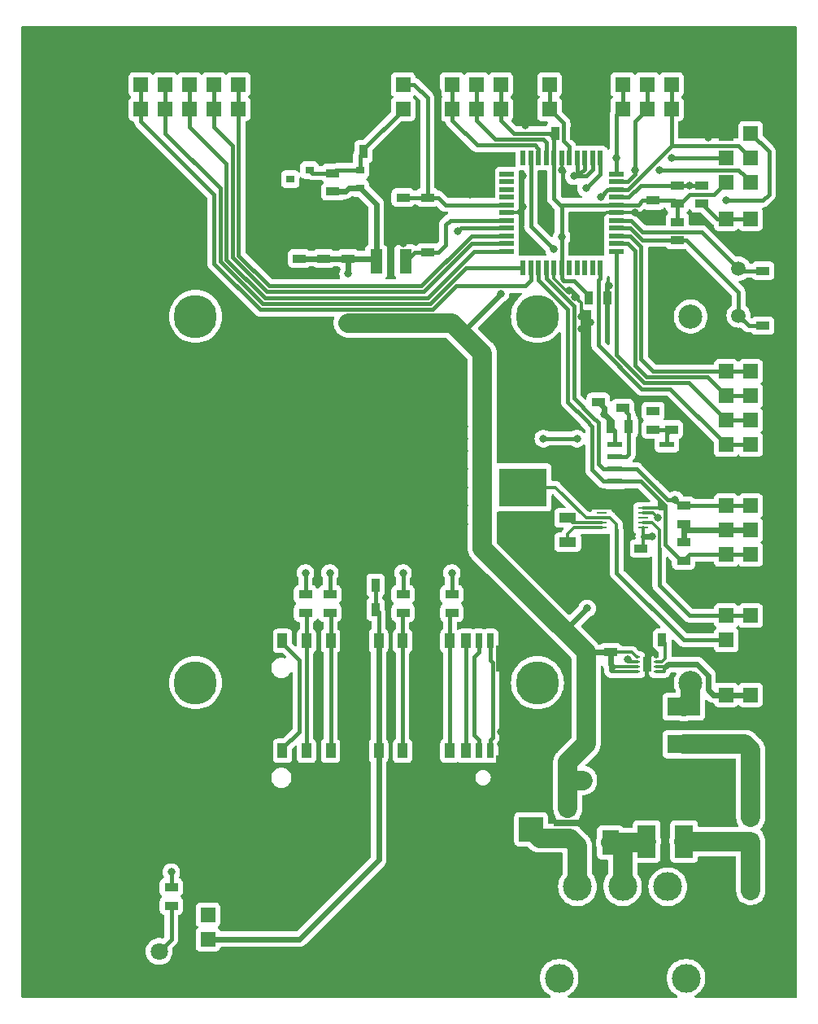
<source format=gbr>
%TF.GenerationSoftware,KiCad,Pcbnew,7.0.7-7.0.7~ubuntu23.04.1*%
%TF.CreationDate,2023-09-11T01:08:31+00:00*%
%TF.ProjectId,DATALOGGER02,44415441-4c4f-4474-9745-5230322e6b69,rev?*%
%TF.SameCoordinates,Original*%
%TF.FileFunction,Copper,L2,Bot*%
%TF.FilePolarity,Positive*%
%FSLAX46Y46*%
G04 Gerber Fmt 4.6, Leading zero omitted, Abs format (unit mm)*
G04 Created by KiCad (PCBNEW 7.0.7-7.0.7~ubuntu23.04.1) date 2023-09-11 01:08:31*
%MOMM*%
%LPD*%
G01*
G04 APERTURE LIST*
%TA.AperFunction,ComponentPad*%
%ADD10R,1.524000X1.524000*%
%TD*%
%TA.AperFunction,WasherPad*%
%ADD11C,4.500000*%
%TD*%
%TA.AperFunction,ComponentPad*%
%ADD12C,2.500000*%
%TD*%
%TA.AperFunction,ComponentPad*%
%ADD13C,6.000000*%
%TD*%
%TA.AperFunction,ComponentPad*%
%ADD14R,1.800000X1.800000*%
%TD*%
%TA.AperFunction,ComponentPad*%
%ADD15C,1.800000*%
%TD*%
%TA.AperFunction,ComponentPad*%
%ADD16C,1.501140*%
%TD*%
%TA.AperFunction,ComponentPad*%
%ADD17C,3.000000*%
%TD*%
%TA.AperFunction,SMDPad,CuDef*%
%ADD18R,1.397000X0.889000*%
%TD*%
%TA.AperFunction,SMDPad,CuDef*%
%ADD19R,1.100000X0.250000*%
%TD*%
%TA.AperFunction,SMDPad,CuDef*%
%ADD20R,0.889000X1.397000*%
%TD*%
%TA.AperFunction,SMDPad,CuDef*%
%ADD21R,2.499360X2.550160*%
%TD*%
%TA.AperFunction,SMDPad,CuDef*%
%ADD22R,1.500000X1.300000*%
%TD*%
%TA.AperFunction,SMDPad,CuDef*%
%ADD23R,3.000000X0.700000*%
%TD*%
%TA.AperFunction,SMDPad,CuDef*%
%ADD24R,1.800860X2.499360*%
%TD*%
%TA.AperFunction,SMDPad,CuDef*%
%ADD25R,1.900000X3.400000*%
%TD*%
%TA.AperFunction,SMDPad,CuDef*%
%ADD26R,1.000000X1.500000*%
%TD*%
%TA.AperFunction,SMDPad,CuDef*%
%ADD27R,0.700000X1.500000*%
%TD*%
%TA.AperFunction,SMDPad,CuDef*%
%ADD28R,1.500000X2.800000*%
%TD*%
%TA.AperFunction,SMDPad,CuDef*%
%ADD29R,0.500000X0.250000*%
%TD*%
%TA.AperFunction,SMDPad,CuDef*%
%ADD30R,0.900000X1.600000*%
%TD*%
%TA.AperFunction,ComponentPad*%
%ADD31C,0.600000*%
%TD*%
%TA.AperFunction,SMDPad,CuDef*%
%ADD32R,1.500000X0.550000*%
%TD*%
%TA.AperFunction,SMDPad,CuDef*%
%ADD33R,0.550000X1.500000*%
%TD*%
%TA.AperFunction,SMDPad,CuDef*%
%ADD34R,1.800000X1.000000*%
%TD*%
%TA.AperFunction,SMDPad,CuDef*%
%ADD35R,0.900000X0.800000*%
%TD*%
%TA.AperFunction,SMDPad,CuDef*%
%ADD36R,3.400000X1.900000*%
%TD*%
%TA.AperFunction,SMDPad,CuDef*%
%ADD37R,5.000000X4.000000*%
%TD*%
%TA.AperFunction,SMDPad,CuDef*%
%ADD38R,1.270000X2.540000*%
%TD*%
%TA.AperFunction,SMDPad,CuDef*%
%ADD39R,1.400000X0.899000*%
%TD*%
%TA.AperFunction,SMDPad,CuDef*%
%ADD40R,1.400000X0.889000*%
%TD*%
%TA.AperFunction,SMDPad,CuDef*%
%ADD41R,0.899000X1.400000*%
%TD*%
%TA.AperFunction,SMDPad,CuDef*%
%ADD42R,0.889000X1.400000*%
%TD*%
%TA.AperFunction,SMDPad,CuDef*%
%ADD43R,1.550000X0.600000*%
%TD*%
%TA.AperFunction,ViaPad*%
%ADD44C,0.800000*%
%TD*%
%TA.AperFunction,Conductor*%
%ADD45C,0.250000*%
%TD*%
%TA.AperFunction,Conductor*%
%ADD46C,0.300000*%
%TD*%
%TA.AperFunction,Conductor*%
%ADD47C,0.400000*%
%TD*%
%TA.AperFunction,Conductor*%
%ADD48C,2.000000*%
%TD*%
%TA.AperFunction,Conductor*%
%ADD49C,0.600000*%
%TD*%
G04 APERTURE END LIST*
D10*
%TO.P,J26,1*%
%TO.N,/PB0*%
X55245000Y92710000D03*
%TO.P,J26,2*%
X55245000Y95250000D03*
%TD*%
D11*
%TO.P,BT1,*%
%TO.N,*%
X53995000Y71120000D03*
X18395000Y71120000D03*
D12*
%TO.P,BT1,1*%
%TO.N,Net-(BT1-Pad1)*%
X69945000Y71120000D03*
%TO.P,BT1,2*%
%TO.N,GND*%
X2445000Y71120000D03*
%TD*%
D10*
%TO.P,J24,1*%
%TO.N,VDD*%
X50165000Y92710000D03*
%TO.P,J24,2*%
X50165000Y95250000D03*
%TD*%
%TO.P,J4,1*%
%TO.N,/PC1*%
X76200000Y46355000D03*
%TO.P,J4,2*%
X73660000Y46355000D03*
%TD*%
%TO.P,J22,1*%
%TO.N,/PA0*%
X47625000Y92710000D03*
%TO.P,J22,2*%
X47625000Y95250000D03*
%TD*%
%TO.P,J20,1*%
%TO.N,/TX1*%
X73660000Y57785000D03*
%TO.P,J20,2*%
X76200000Y57785000D03*
%TD*%
%TO.P,J17,1*%
%TO.N,/RX0*%
X73660000Y65405000D03*
%TO.P,J17,2*%
X76200000Y65405000D03*
%TD*%
%TO.P,J19,1*%
%TO.N,/RX1*%
X73660000Y60325000D03*
%TO.P,J19,2*%
X76200000Y60325000D03*
%TD*%
%TO.P,J18,1*%
%TO.N,/TX0*%
X73660000Y62865000D03*
%TO.P,J18,2*%
X76200000Y62865000D03*
%TD*%
%TO.P,J1,1*%
%TO.N,GND*%
X76200000Y43815000D03*
%TO.P,J1,2*%
X73660000Y43815000D03*
%TD*%
%TO.P,J2,1*%
%TO.N,/PC0*%
X76200000Y51435000D03*
%TO.P,J2,2*%
X73660000Y51435000D03*
%TD*%
%TO.P,J5,1*%
%TO.N,GND*%
X76200000Y53975000D03*
%TO.P,J5,2*%
X73660000Y53975000D03*
%TD*%
%TO.P,J6,1*%
%TO.N,GND*%
X73660000Y21590000D03*
%TO.P,J6,2*%
X73660000Y24130000D03*
%TO.P,J6,3*%
%TO.N,Net-(F2-Pad1)*%
X76200000Y21590000D03*
%TO.P,J6,4*%
X76200000Y24130000D03*
%TO.P,J6,5*%
%TO.N,GND*%
X78740000Y21590000D03*
%TO.P,J6,6*%
X78740000Y24130000D03*
%TD*%
%TO.P,J8,1*%
%TO.N,/RST#*%
X76200000Y81280000D03*
%TO.P,J8,2*%
X73660000Y81280000D03*
%TD*%
%TO.P,J9,1*%
%TO.N,/AREF*%
X40005000Y92710000D03*
%TO.P,J9,2*%
%TO.N,Net-(C14-Pad1)*%
X40005000Y95250000D03*
%TD*%
%TO.P,J10,1*%
%TO.N,GND*%
X76200000Y29210000D03*
%TO.P,J10,2*%
X73660000Y29210000D03*
%TO.P,J10,3*%
%TO.N,Net-(J10-Pad3)*%
X76200000Y31750000D03*
%TO.P,J10,4*%
X73660000Y31750000D03*
%TO.P,J10,5*%
%TO.N,GND*%
X76200000Y34290000D03*
%TO.P,J10,6*%
X73660000Y34290000D03*
%TD*%
%TO.P,J11,1*%
%TO.N,Net-(J11-Pad1)*%
X19685000Y8890000D03*
%TO.P,J11,2*%
%TO.N,/SD_VDD*%
X19685000Y6350000D03*
%TD*%
%TO.P,J21,1*%
%TO.N,Net-(BT3-Pad1)*%
X73660000Y37465000D03*
%TO.P,J21,2*%
%TO.N,GND*%
X76200000Y37465000D03*
%TD*%
%TO.P,J23,1*%
%TO.N,/PA1*%
X45085000Y92710000D03*
%TO.P,J23,2*%
X45085000Y95250000D03*
%TD*%
%TO.P,J25,1*%
%TO.N,GND*%
X52705000Y92710000D03*
%TO.P,J25,2*%
X52705000Y95250000D03*
%TD*%
%TO.P,J27,1*%
%TO.N,/PB6*%
X65405000Y92710000D03*
%TO.P,J27,2*%
X65405000Y95250000D03*
%TD*%
%TO.P,J28,1*%
%TO.N,/PB7*%
X67945000Y92710000D03*
%TO.P,J28,2*%
X67945000Y95250000D03*
%TD*%
%TO.P,J29,1*%
%TO.N,/PB5*%
X62865000Y92710000D03*
%TO.P,J29,2*%
X62865000Y95250000D03*
%TD*%
%TO.P,J30,1*%
%TO.N,/INTA*%
X73660000Y40005000D03*
%TO.P,J30,2*%
X76200000Y40005000D03*
%TD*%
%TO.P,J31,1*%
%TO.N,/PB6*%
X76200000Y85090000D03*
%TO.P,J31,2*%
%TO.N,VDD*%
X73660000Y85090000D03*
%TO.P,J31,3*%
%TO.N,/PB7*%
X76200000Y87630000D03*
%TO.P,J31,4*%
%TO.N,/PB5*%
X73660000Y87630000D03*
%TO.P,J31,5*%
%TO.N,/RST#_P*%
X76200000Y90170000D03*
%TO.P,J31,6*%
%TO.N,GND*%
X73660000Y90170000D03*
%TD*%
D13*
%TO.P,M3,1*%
%TO.N,GND*%
X5080000Y96520000D03*
%TD*%
%TO.P,M2,1*%
%TO.N,GND*%
X5080000Y5080000D03*
%TD*%
%TO.P,M4,1*%
%TO.N,GND*%
X76200000Y96200000D03*
%TD*%
D10*
%TO.P,J32,1*%
%TO.N,Net-(F1-Pad2)*%
X76200000Y16510000D03*
%TO.P,J32,2*%
%TO.N,Net-(F2-Pad1)*%
X76200000Y19050000D03*
%TD*%
%TO.P,J33,1*%
%TO.N,GND*%
X73660000Y11430000D03*
%TO.P,J33,2*%
X73660000Y13970000D03*
%TO.P,J33,3*%
%TO.N,Net-(F1-Pad2)*%
X76200000Y11430000D03*
%TO.P,J33,4*%
X76200000Y13970000D03*
%TO.P,J33,5*%
%TO.N,GND*%
X78740000Y11430000D03*
%TO.P,J33,6*%
X78740000Y13970000D03*
%TD*%
D11*
%TO.P,BT2,*%
%TO.N,*%
X18395000Y33020000D03*
X53995000Y33020000D03*
D12*
%TO.P,BT2,1*%
%TO.N,Net-(BT1-Pad1)*%
X69945000Y33020000D03*
%TO.P,BT2,2*%
%TO.N,GND*%
X2445000Y33020000D03*
%TD*%
D14*
%TO.P,D3,1*%
%TO.N,GND*%
X12065000Y5080000D03*
D15*
%TO.P,D3,2*%
%TO.N,Net-(D3-Pad2)*%
X14605000Y5080000D03*
%TD*%
D10*
%TO.P,J3,1*%
%TO.N,VDD*%
X76200000Y48895000D03*
%TO.P,J3,2*%
X73660000Y48895000D03*
%TD*%
D16*
%TO.P,Y1,1*%
%TO.N,Net-(C5-Pad1)*%
X74930000Y76100940D03*
%TO.P,Y1,2*%
%TO.N,Net-(C8-Pad1)*%
X74930000Y71219060D03*
%TD*%
D10*
%TO.P,J12,1*%
%TO.N,/PC2*%
X12700000Y92710000D03*
%TO.P,J12,2*%
X12700000Y95250000D03*
%TD*%
%TO.P,J16,1*%
%TO.N,/PC6*%
X22860000Y92710000D03*
%TO.P,J16,2*%
X22860000Y95250000D03*
%TD*%
%TO.P,J15,1*%
%TO.N,/PC5*%
X20320000Y92710000D03*
%TO.P,J15,2*%
X20320000Y95250000D03*
%TD*%
%TO.P,J14,1*%
%TO.N,/INT*%
X17780000Y92710000D03*
%TO.P,J14,2*%
X17780000Y95250000D03*
%TD*%
%TO.P,J13,1*%
%TO.N,/PC3*%
X15240000Y92710000D03*
%TO.P,J13,2*%
X15240000Y95250000D03*
%TD*%
D17*
%TO.P,SW1,1*%
%TO.N,Net-(C10-Pad1)*%
X58165000Y11816000D03*
%TO.P,SW1,2*%
%TO.N,Net-(D2-Pad1)*%
X62865000Y11816000D03*
%TO.P,SW1,3*%
%TO.N,N/C*%
X67565000Y11816000D03*
%TO.P,SW1,4*%
X56260000Y2286000D03*
X69470000Y2286000D03*
%TD*%
D18*
%TO.P,C18,1*%
%TO.N,VDD*%
X64770000Y46990000D03*
%TO.P,C18,2*%
%TO.N,GND*%
X64770000Y45085000D03*
%TD*%
%TO.P,R1,1*%
%TO.N,Net-(J34-Pad1)*%
X29845000Y40322500D03*
%TO.P,R1,2*%
%TO.N,/PB4*%
X29845000Y42227500D03*
%TD*%
%TO.P,C7,1*%
%TO.N,VDD*%
X61595000Y36195000D03*
%TO.P,C7,2*%
%TO.N,GND*%
X61595000Y38100000D03*
%TD*%
%TO.P,R4,1*%
%TO.N,Net-(J34-Pad7)*%
X45085000Y40322500D03*
%TO.P,R4,2*%
%TO.N,/PB6*%
X45085000Y42227500D03*
%TD*%
%TO.P,C8,1*%
%TO.N,Net-(C8-Pad1)*%
X77470000Y70167500D03*
%TO.P,C8,2*%
%TO.N,GND*%
X77470000Y72072500D03*
%TD*%
%TO.P,C5,1*%
%TO.N,Net-(C5-Pad1)*%
X77470000Y75882500D03*
%TO.P,C5,2*%
%TO.N,GND*%
X77470000Y73977500D03*
%TD*%
%TO.P,C16,1*%
%TO.N,/RST#_P*%
X71120000Y84772500D03*
%TO.P,C16,2*%
%TO.N,/RST#*%
X71120000Y82867500D03*
%TD*%
%TO.P,C17,1*%
%TO.N,Net-(C14-Pad1)*%
X42545000Y83502500D03*
%TO.P,C17,2*%
%TO.N,GND*%
X42545000Y81597500D03*
%TD*%
%TO.P,R8,1*%
%TO.N,VDD*%
X68580000Y80962500D03*
%TO.P,R8,2*%
%TO.N,Net-(C8-Pad1)*%
X68580000Y79057500D03*
%TD*%
%TO.P,R9,1*%
%TO.N,/RST#_P*%
X68580000Y84772500D03*
%TO.P,R9,2*%
%TO.N,VDD*%
X68580000Y82867500D03*
%TD*%
D19*
%TO.P,U4,1*%
%TO.N,Net-(U4-Pad1)*%
X60715000Y49165000D03*
%TO.P,U4,2*%
%TO.N,Net-(U4-Pad2)*%
X60715000Y49665000D03*
%TO.P,U4,3*%
%TO.N,Net-(BT3-Pad1)*%
X60715000Y50165000D03*
%TO.P,U4,4*%
%TO.N,N/C*%
X60715000Y50665000D03*
%TO.P,U4,5*%
%TO.N,GND*%
X60715000Y51165000D03*
%TO.P,U4,6*%
%TO.N,/PC1*%
X65015000Y51165000D03*
%TO.P,U4,7*%
%TO.N,/PC0*%
X65015000Y50665000D03*
%TO.P,U4,8*%
%TO.N,N/C*%
X65015000Y50165000D03*
%TO.P,U4,9*%
%TO.N,/INTA*%
X65015000Y49665000D03*
%TO.P,U4,10*%
%TO.N,VDD*%
X65015000Y49165000D03*
%TD*%
D18*
%TO.P,C1,1*%
%TO.N,VDD*%
X29210000Y77152500D03*
%TO.P,C1,2*%
%TO.N,GND*%
X29210000Y79057500D03*
%TD*%
%TO.P,C2,1*%
%TO.N,VDD*%
X31750000Y77152500D03*
%TO.P,C2,2*%
%TO.N,GND*%
X31750000Y79057500D03*
%TD*%
%TO.P,C3,1*%
%TO.N,VDD*%
X34290000Y77152500D03*
%TO.P,C3,2*%
%TO.N,GND*%
X34290000Y79057500D03*
%TD*%
D20*
%TO.P,C4,1*%
%TO.N,/AREF*%
X35877500Y88265000D03*
%TO.P,C4,2*%
%TO.N,GND*%
X37782500Y88265000D03*
%TD*%
D18*
%TO.P,C6,1*%
%TO.N,/AVCC*%
X42545000Y77787500D03*
%TO.P,C6,2*%
%TO.N,GND*%
X42545000Y79692500D03*
%TD*%
D21*
%TO.P,C9,1*%
%TO.N,Net-(C10-Pad1)*%
X53340000Y17795240D03*
%TO.P,C9,2*%
%TO.N,GND*%
X53340000Y22844760D03*
%TD*%
D22*
%TO.P,C10,1*%
%TO.N,Net-(C10-Pad1)*%
X57150000Y17065000D03*
D23*
%TO.P,C10,2*%
%TO.N,GND*%
X57150000Y18415000D03*
D22*
%TO.P,C10,3*%
%TO.N,VDD*%
X57150000Y19765000D03*
%TD*%
D20*
%TO.P,C11,1*%
%TO.N,/SD_VDD*%
X37147500Y43180000D03*
%TO.P,C11,2*%
%TO.N,GND*%
X35242500Y43180000D03*
%TD*%
%TO.P,C12,1*%
%TO.N,Net-(C12-Pad1)*%
X66992500Y37465000D03*
%TO.P,C12,2*%
%TO.N,GND*%
X65087500Y37465000D03*
%TD*%
%TO.P,C13,1*%
%TO.N,VDD*%
X58737500Y22860000D03*
%TO.P,C13,2*%
%TO.N,GND*%
X60642500Y22860000D03*
%TD*%
D18*
%TO.P,C14,1*%
%TO.N,Net-(C14-Pad1)*%
X40005000Y83502500D03*
%TO.P,C14,2*%
%TO.N,GND*%
X40005000Y81597500D03*
%TD*%
D20*
%TO.P,C15,1*%
%TO.N,/SD_VDD*%
X37147500Y40640000D03*
%TO.P,C15,2*%
%TO.N,GND*%
X35242500Y40640000D03*
%TD*%
D24*
%TO.P,D2,1*%
%TO.N,Net-(D2-Pad1)*%
X61595000Y16416020D03*
%TO.P,D2,2*%
%TO.N,GND*%
X61595000Y20413980D03*
%TD*%
D25*
%TO.P,F1,1*%
%TO.N,Net-(D2-Pad1)*%
X65360000Y16510000D03*
%TO.P,F1,2*%
%TO.N,Net-(F1-Pad2)*%
X69260000Y16510000D03*
%TD*%
D26*
%TO.P,J7,1*%
%TO.N,Net-(J34-Pad1)*%
X29955000Y37375000D03*
%TO.P,J7,2*%
%TO.N,Net-(J34-Pad2)*%
X32455000Y37375000D03*
%TO.P,J7,3*%
%TO.N,GND*%
X34955000Y37375000D03*
%TO.P,J7,4*%
%TO.N,/SD_VDD*%
X37455000Y37375000D03*
%TO.P,J7,5*%
%TO.N,Net-(J34-Pad5)*%
X39955000Y37375000D03*
%TO.P,J7,6*%
%TO.N,GND*%
X42455000Y37375000D03*
%TO.P,J7,7*%
%TO.N,Net-(J34-Pad7)*%
X44885000Y37375000D03*
%TO.P,J7,8*%
%TO.N,Net-(J34-Pad8)*%
X46585000Y37375000D03*
%TO.P,J7,9*%
%TO.N,Net-(J34-Pad9)*%
X27455000Y37375000D03*
D27*
%TO.P,J7,10*%
%TO.N,Net-(J34-Pad10)*%
X47885000Y37375000D03*
%TO.P,J7,11*%
%TO.N,Net-(J34-Pad11)*%
X49085000Y37375000D03*
D28*
%TO.P,J7,12*%
%TO.N,GND*%
X23180000Y14075000D03*
X50480000Y35575000D03*
X50480000Y14075000D03*
X25380000Y35575000D03*
%TD*%
D18*
%TO.P,R2,1*%
%TO.N,Net-(J34-Pad2)*%
X32385000Y40322500D03*
%TO.P,R2,2*%
%TO.N,/PB5*%
X32385000Y42227500D03*
%TD*%
%TO.P,R3,1*%
%TO.N,Net-(J34-Pad5)*%
X40005000Y40322500D03*
%TO.P,R3,2*%
%TO.N,/PB7*%
X40005000Y42227500D03*
%TD*%
%TO.P,R5,1*%
%TO.N,/AREF*%
X32702500Y86042500D03*
%TO.P,R5,2*%
%TO.N,VDD*%
X32702500Y84137500D03*
%TD*%
%TO.P,R6,1*%
%TO.N,/PC1*%
X69215000Y45720000D03*
%TO.P,R6,2*%
%TO.N,VDD*%
X69215000Y47625000D03*
%TD*%
%TO.P,R7,1*%
%TO.N,/PC0*%
X69215000Y51435000D03*
%TO.P,R7,2*%
%TO.N,VDD*%
X69215000Y49530000D03*
%TD*%
D29*
%TO.P,U2,1*%
%TO.N,VDD*%
X64455000Y34175000D03*
%TO.P,U2,2*%
X64455000Y34675000D03*
%TO.P,U2,3*%
%TO.N,/PA2*%
X64455000Y35175000D03*
%TO.P,U2,4*%
%TO.N,VDD*%
X64455000Y35675000D03*
%TO.P,U2,5*%
%TO.N,GND*%
X66355000Y35675000D03*
%TO.P,U2,6*%
%TO.N,Net-(C12-Pad1)*%
X66355000Y35175000D03*
%TO.P,U2,7*%
%TO.N,Net-(J10-Pad3)*%
X66355000Y34675000D03*
%TO.P,U2,8*%
X66355000Y34175000D03*
D30*
%TO.P,U2,9*%
%TO.N,GND*%
X65405000Y34925000D03*
D31*
X65405000Y35425000D03*
X65405000Y34425000D03*
%TD*%
D32*
%TO.P,U3,1*%
%TO.N,/PB5*%
X62215000Y85915000D03*
%TO.P,U3,2*%
%TO.N,/PB6*%
X62215000Y85115000D03*
%TO.P,U3,3*%
%TO.N,/PB7*%
X62215000Y84315000D03*
%TO.P,U3,4*%
%TO.N,/RST#_P*%
X62215000Y83515000D03*
%TO.P,U3,5*%
%TO.N,VDD*%
X62215000Y82715000D03*
%TO.P,U3,6*%
%TO.N,GND*%
X62215000Y81915000D03*
%TO.P,U3,7*%
%TO.N,Net-(C5-Pad1)*%
X62215000Y81115000D03*
%TO.P,U3,8*%
%TO.N,Net-(C8-Pad1)*%
X62215000Y80315000D03*
%TO.P,U3,9*%
%TO.N,/RX0*%
X62215000Y79515000D03*
%TO.P,U3,10*%
%TO.N,/TX0*%
X62215000Y78715000D03*
%TO.P,U3,11*%
%TO.N,/RX1*%
X62215000Y77915000D03*
D33*
%TO.P,U3,12*%
%TO.N,/TX1*%
X60515000Y76215000D03*
%TO.P,U3,13*%
%TO.N,N/C*%
X59715000Y76215000D03*
%TO.P,U3,14*%
X58915000Y76215000D03*
%TO.P,U3,15*%
X58115000Y76215000D03*
%TO.P,U3,16*%
X57315000Y76215000D03*
%TO.P,U3,17*%
%TO.N,VDD*%
X56515000Y76215000D03*
%TO.P,U3,18*%
%TO.N,GND*%
X55715000Y76215000D03*
%TO.P,U3,19*%
%TO.N,/PC0*%
X54915000Y76215000D03*
%TO.P,U3,20*%
%TO.N,/PC1*%
X54115000Y76215000D03*
%TO.P,U3,21*%
%TO.N,/PC2*%
X53315000Y76215000D03*
%TO.P,U3,22*%
%TO.N,/PC3*%
X52515000Y76215000D03*
D32*
%TO.P,U3,23*%
%TO.N,/INT*%
X50815000Y77915000D03*
%TO.P,U3,24*%
%TO.N,/PC5*%
X50815000Y78715000D03*
%TO.P,U3,25*%
%TO.N,/PC6*%
X50815000Y79515000D03*
%TO.P,U3,26*%
%TO.N,/LED*%
X50815000Y80315000D03*
%TO.P,U3,27*%
%TO.N,/AVCC*%
X50815000Y81115000D03*
%TO.P,U3,28*%
%TO.N,GND*%
X50815000Y81915000D03*
%TO.P,U3,29*%
%TO.N,Net-(C14-Pad1)*%
X50815000Y82715000D03*
%TO.P,U3,30*%
%TO.N,N/C*%
X50815000Y83515000D03*
%TO.P,U3,31*%
X50815000Y84315000D03*
%TO.P,U3,32*%
X50815000Y85115000D03*
%TO.P,U3,33*%
X50815000Y85915000D03*
D33*
%TO.P,U3,34*%
X52515000Y87615000D03*
%TO.P,U3,35*%
%TO.N,/PA2*%
X53315000Y87615000D03*
%TO.P,U3,36*%
%TO.N,/PA1*%
X54115000Y87615000D03*
%TO.P,U3,37*%
%TO.N,/PA0*%
X54915000Y87615000D03*
%TO.P,U3,38*%
%TO.N,VDD*%
X55715000Y87615000D03*
%TO.P,U3,39*%
%TO.N,GND*%
X56515000Y87615000D03*
%TO.P,U3,40*%
%TO.N,/PB0*%
X57315000Y87615000D03*
%TO.P,U3,41*%
%TO.N,Net-(J11-Pad1)*%
X58115000Y87615000D03*
%TO.P,U3,42*%
X58915000Y87615000D03*
%TO.P,U3,43*%
X59715000Y87615000D03*
%TO.P,U3,44*%
%TO.N,/PB4*%
X60515000Y87615000D03*
%TD*%
D34*
%TO.P,Y2,1*%
%TO.N,Net-(U4-Pad2)*%
X57150000Y50165000D03*
%TO.P,Y2,2*%
%TO.N,Net-(U4-Pad1)*%
X57150000Y47665000D03*
%TD*%
D35*
%TO.P,U1,1*%
%TO.N,VDD*%
X35512500Y84457500D03*
%TO.P,U1,2*%
%TO.N,/AREF*%
X35512500Y86357500D03*
%TO.P,U1,3*%
%TO.N,GND*%
X37512500Y85407500D03*
%TD*%
D18*
%TO.P,R10,1*%
%TO.N,Net-(D3-Pad2)*%
X15875000Y9842500D03*
%TO.P,R10,2*%
%TO.N,/LED*%
X15875000Y11747500D03*
%TD*%
D36*
%TO.P,F2,1*%
%TO.N,Net-(F2-Pad1)*%
X69215000Y26625000D03*
%TO.P,F2,2*%
%TO.N,Net-(BT1-Pad1)*%
X69215000Y30525000D03*
%TD*%
D37*
%TO.P,BT3,1*%
%TO.N,Net-(BT3-Pad1)*%
X52465000Y53340000D03*
%TO.P,BT3,2*%
%TO.N,GND*%
X22465000Y53340000D03*
%TD*%
D35*
%TO.P,U5,1*%
%TO.N,/AREF*%
X30257500Y86357500D03*
%TO.P,U5,2*%
%TO.N,GND*%
X30257500Y84457500D03*
%TO.P,U5,3*%
%TO.N,N/C*%
X28257500Y85407500D03*
%TD*%
D38*
%TO.P,L1,1*%
%TO.N,VDD*%
X37211000Y76835000D03*
%TO.P,L1,2*%
%TO.N,/AVCC*%
X40259000Y76835000D03*
%TD*%
D20*
%TO.P,C19,1*%
%TO.N,VDD*%
X55880000Y90170000D03*
%TO.P,C19,2*%
%TO.N,GND*%
X57785000Y90170000D03*
%TD*%
%TO.P,C20,1*%
%TO.N,VDD*%
X59372500Y73025000D03*
%TO.P,C20,2*%
%TO.N,GND*%
X61277500Y73025000D03*
%TD*%
D18*
%TO.P,C21,1*%
%TO.N,VDD*%
X66040000Y83185000D03*
%TO.P,C21,2*%
%TO.N,GND*%
X66040000Y81280000D03*
%TD*%
D26*
%TO.P,J34,1*%
%TO.N,Net-(J34-Pad1)*%
X29955000Y25945000D03*
%TO.P,J34,2*%
%TO.N,Net-(J34-Pad2)*%
X32455000Y25945000D03*
%TO.P,J34,3*%
%TO.N,GND*%
X34955000Y25945000D03*
%TO.P,J34,4*%
%TO.N,/SD_VDD*%
X37455000Y25945000D03*
%TO.P,J34,5*%
%TO.N,Net-(J34-Pad5)*%
X39955000Y25945000D03*
%TO.P,J34,6*%
%TO.N,GND*%
X42455000Y25945000D03*
%TO.P,J34,7*%
%TO.N,Net-(J34-Pad7)*%
X44885000Y25945000D03*
%TO.P,J34,8*%
%TO.N,Net-(J34-Pad8)*%
X46585000Y25945000D03*
%TO.P,J34,9*%
%TO.N,Net-(J34-Pad9)*%
X27455000Y25945000D03*
D27*
%TO.P,J34,10*%
%TO.N,Net-(J34-Pad10)*%
X47885000Y25945000D03*
%TO.P,J34,11*%
%TO.N,Net-(J34-Pad11)*%
X49085000Y25945000D03*
D28*
%TO.P,J34,12*%
%TO.N,GND*%
X23180000Y2645000D03*
X50480000Y2645000D03*
X50480000Y24145000D03*
X25380000Y24145000D03*
%TD*%
D39*
%TO.P,C22,1*%
%TO.N,VDD*%
X60325000Y62230000D03*
D40*
%TO.P,C22,2*%
%TO.N,GND*%
X60325000Y64135000D03*
%TD*%
D39*
%TO.P,R11,1*%
%TO.N,VDD*%
X66040000Y61277500D03*
D40*
%TO.P,R11,2*%
%TO.N,Net-(R11-Pad2)*%
X66040000Y59372500D03*
%TD*%
D39*
%TO.P,R12,1*%
%TO.N,GND*%
X67945000Y61277500D03*
D40*
%TO.P,R12,2*%
%TO.N,Net-(R11-Pad2)*%
X67945000Y59372500D03*
%TD*%
D39*
%TO.P,R15,1*%
%TO.N,GND*%
X62865000Y63500000D03*
D40*
%TO.P,R15,2*%
%TO.N,Net-(R15-Pad2)*%
X62865000Y61595000D03*
%TD*%
D41*
%TO.P,R16,1*%
%TO.N,Net-(R15-Pad2)*%
X63500000Y59690000D03*
D42*
%TO.P,R16,2*%
%TO.N,VDD*%
X61595000Y59690000D03*
%TD*%
D43*
%TO.P,U6,1*%
%TO.N,Net-(R11-Pad2)*%
X67470000Y57785000D03*
%TO.P,U6,2*%
%TO.N,GND*%
X67470000Y56515000D03*
%TO.P,U6,3*%
X67470000Y55245000D03*
%TO.P,U6,4*%
X67470000Y53975000D03*
%TO.P,U6,5*%
%TO.N,/PC1*%
X62070000Y53975000D03*
%TO.P,U6,6*%
%TO.N,/PC0*%
X62070000Y55245000D03*
%TO.P,U6,7*%
%TO.N,Net-(R15-Pad2)*%
X62070000Y56515000D03*
%TO.P,U6,8*%
%TO.N,VDD*%
X62070000Y57785000D03*
%TD*%
D44*
%TO.N,GND*%
X79375000Y74295000D03*
X50165000Y56515000D03*
X52515000Y82550000D03*
X5715000Y68580000D03*
X34925000Y34290000D03*
X6350000Y36195000D03*
X66675000Y77470000D03*
X41275000Y55880000D03*
X53975000Y27940000D03*
X62230000Y22860000D03*
X4445000Y36195000D03*
X30480000Y83185000D03*
X52705000Y90970000D03*
X73660000Y92075000D03*
X38735000Y58420000D03*
X57300686Y73810686D03*
X34925000Y35560000D03*
X66675000Y67310000D03*
X79375000Y71755000D03*
X42545000Y27940000D03*
X68580000Y77470000D03*
X57785000Y92075000D03*
X26670000Y57785000D03*
X52705000Y26670000D03*
X4445000Y33020000D03*
X59690000Y19050000D03*
X41275000Y52070000D03*
X8255000Y68580000D03*
X41910000Y3810000D03*
X71755000Y92075000D03*
X46355000Y57150000D03*
X52515000Y85725000D03*
X60325000Y78105000D03*
X24130000Y56515000D03*
X52070000Y62865000D03*
X40005000Y80010000D03*
X43815000Y86360000D03*
X43815000Y89535000D03*
X36830000Y3810000D03*
X40640000Y88900000D03*
X59055000Y92075000D03*
X34925000Y27940000D03*
X76200000Y67310000D03*
X50165000Y58420000D03*
X71120000Y75565000D03*
X52705000Y27940000D03*
X31750000Y80645000D03*
X65405000Y43815000D03*
X31115000Y50165000D03*
X33655000Y57785000D03*
X34925000Y46355000D03*
X42545000Y95885000D03*
X73660000Y67310000D03*
X63500000Y21590000D03*
X64770000Y21590000D03*
X27305000Y31115000D03*
X43815000Y50800000D03*
X66675000Y73660000D03*
X42545000Y34925000D03*
X60325000Y79375000D03*
X54610000Y85725000D03*
X53975000Y25400000D03*
X34290000Y80645000D03*
X38735000Y62865000D03*
X46355000Y59690000D03*
X46355000Y58420000D03*
X22225000Y57150000D03*
X63500000Y22860000D03*
X24765000Y31750000D03*
X38735000Y80010000D03*
X46355000Y55245000D03*
X4445000Y31115000D03*
X40640000Y87630000D03*
X46355000Y49530000D03*
X26035000Y33020000D03*
X60960000Y45085000D03*
X50165000Y26670000D03*
X33655000Y53975000D03*
X29210000Y83185000D03*
X48895000Y84455000D03*
X51435000Y26670000D03*
X38735000Y78740000D03*
X31115000Y56515000D03*
X1905000Y36195000D03*
X18415000Y57150000D03*
X53975000Y46990000D03*
X30480000Y80645000D03*
X42545000Y33020000D03*
X43815000Y53975000D03*
X63500000Y20320000D03*
X43815000Y52070000D03*
X64770000Y20320000D03*
X55245000Y27940000D03*
X42545000Y29845000D03*
X28575000Y59055000D03*
X58585000Y69850000D03*
X72390000Y74295000D03*
X61415000Y74295000D03*
X36830000Y46355000D03*
X59690000Y45085000D03*
X53975000Y60960000D03*
X38735000Y54610000D03*
X39370000Y86360000D03*
X52070000Y64770000D03*
X57935686Y73175686D03*
X40005000Y78740000D03*
X33655000Y50165000D03*
X34925000Y45085000D03*
X39370000Y3810000D03*
X79375000Y73025000D03*
X55245000Y25400000D03*
X42545000Y31115000D03*
X53975000Y49530000D03*
X39370000Y88900000D03*
X59055000Y90805000D03*
X29210000Y80645000D03*
X56515000Y86360000D03*
X41275000Y50800000D03*
X50165000Y59690000D03*
X46355000Y53340000D03*
X71755000Y89700000D03*
X20955000Y57150000D03*
X53975000Y44450000D03*
X78740000Y67310000D03*
X64135000Y81915000D03*
X59055000Y89535000D03*
X53975000Y26670000D03*
X58585000Y71120000D03*
X6350000Y34925000D03*
X54610000Y84455000D03*
X52705000Y25400000D03*
X71120000Y67310000D03*
X41275000Y57150000D03*
X33655000Y55880000D03*
X38100000Y46355000D03*
X33020000Y80645000D03*
X59055000Y78105000D03*
X43815000Y57150000D03*
X31115000Y53975000D03*
X51435000Y27940000D03*
X48895000Y85725000D03*
X38735000Y50800000D03*
X61595000Y41275000D03*
X39370000Y85090000D03*
X71755000Y90805000D03*
X49530000Y86995000D03*
X34925000Y31750000D03*
X46990000Y83820000D03*
X38100000Y45085000D03*
X5715000Y71120000D03*
X26035000Y31750000D03*
X52070000Y66675000D03*
X47625000Y87630000D03*
X31750000Y3810000D03*
X31115000Y52070000D03*
X4445000Y34925000D03*
X38735000Y52705000D03*
X8255000Y71120000D03*
X34925000Y29845000D03*
X50165000Y27940000D03*
X44450000Y84455000D03*
X66675000Y68580000D03*
X40640000Y85090000D03*
X27305000Y32385000D03*
X24765000Y33020000D03*
X41275000Y53340000D03*
X59525000Y70485000D03*
X25400000Y56515000D03*
X64770000Y22860000D03*
X43815000Y55880000D03*
X38735000Y56515000D03*
X36830000Y45085000D03*
X55245000Y26670000D03*
X40640000Y86360000D03*
X41275000Y54610000D03*
X11430000Y71120000D03*
X6350000Y31115000D03*
X11430000Y68580000D03*
X39370000Y87630000D03*
X79375000Y70485000D03*
X38735000Y59690000D03*
X42545000Y97155000D03*
X59690000Y20955000D03*
X50800000Y87630000D03*
X46355000Y51435000D03*
X66675000Y75565000D03*
X18415000Y55245000D03*
X18415000Y53340000D03*
X64135000Y39370000D03*
X6350000Y33020000D03*
X34290000Y3810000D03*
%TO.N,VDD*%
X60960000Y60960000D03*
X66040000Y61277500D03*
X34290000Y70485000D03*
X59164557Y40749557D03*
X65925000Y48260000D03*
X34290000Y75565000D03*
X50165000Y73495000D03*
X56515000Y79375000D03*
%TO.N,/PC0*%
X66510000Y50165000D03*
X68326000Y52070000D03*
%TO.N,Net-(J11-Pad1)*%
X57785000Y85725000D03*
%TO.N,/PB6*%
X64135000Y86360000D03*
X66675000Y86360000D03*
X45085000Y44450000D03*
%TO.N,/PB7*%
X40005000Y44450000D03*
X60573186Y83571814D03*
%TO.N,/PB5*%
X67945000Y87630000D03*
X62215000Y87630000D03*
X32385000Y44450000D03*
%TO.N,/PB4*%
X29845000Y44450000D03*
X59055000Y84455000D03*
%TO.N,/LED*%
X15875000Y13335000D03*
X45720000Y80010000D03*
%TO.N,/PA2*%
X55715000Y78105000D03*
X54610000Y58420000D03*
X58115000Y58420000D03*
X63361371Y35421371D03*
%TO.N,/RST#_P*%
X73660000Y83185000D03*
X69850000Y84772500D03*
%TD*%
D45*
%TO.N,GND*%
X39370000Y3810000D02*
X36830000Y3810000D01*
D46*
X34925000Y29845000D02*
X34925000Y31750000D01*
D47*
X66675000Y68580000D02*
X66675000Y73660000D01*
D46*
X53340000Y24765000D02*
X52705000Y25400000D01*
X39052500Y85407500D02*
X39370000Y85090000D01*
X56991484Y73810686D02*
X57300686Y73810686D01*
X11430000Y68580000D02*
X8255000Y68580000D01*
X8255000Y71120000D02*
X11430000Y71120000D01*
D45*
X44450000Y85725000D02*
X43815000Y86360000D01*
D46*
X25380000Y33635000D02*
X24765000Y33020000D01*
X35242500Y43180000D02*
X35242500Y44767500D01*
X63500000Y50800000D02*
X63500000Y45085000D01*
X38735000Y62865000D02*
X33655000Y57785000D01*
X53340000Y22844760D02*
X53340000Y24765000D01*
X58890000Y69850000D02*
X59525000Y70485000D01*
X18415000Y55245000D02*
X18415000Y57150000D01*
X53975000Y27940000D02*
X55245000Y27940000D01*
X59055000Y18415000D02*
X59690000Y19050000D01*
X6350000Y33020000D02*
X6350000Y31115000D01*
X40005000Y81597500D02*
X40005000Y80010000D01*
X34925000Y34290000D02*
X34925000Y35560000D01*
X34290000Y79057500D02*
X34290000Y80645000D01*
X79057500Y73977500D02*
X79375000Y74295000D01*
X54610000Y84455000D02*
X54610000Y85725000D01*
X1905000Y36195000D02*
X4445000Y36195000D01*
X79375000Y73025000D02*
X79375000Y71755000D01*
X52070000Y62865000D02*
X53975000Y60960000D01*
X34955000Y25945000D02*
X34955000Y27910000D01*
X60715000Y51165000D02*
X63135000Y51165000D01*
D47*
X79375000Y70485000D02*
X79375000Y67945000D01*
D46*
X26035000Y33020000D02*
X26670000Y33020000D01*
X43815000Y50800000D02*
X43815000Y52070000D01*
X58585000Y69850000D02*
X58890000Y69850000D01*
D45*
X44450000Y84455000D02*
X44450000Y85725000D01*
D46*
X71755000Y90805000D02*
X71755000Y89700000D01*
X46355000Y53340000D02*
X46355000Y51435000D01*
D45*
X31115000Y56515000D02*
X28575000Y59055000D01*
X52515000Y82550000D02*
X52515000Y85725000D01*
X60960000Y41910000D02*
X60960000Y45085000D01*
X43815000Y94615000D02*
X42545000Y95885000D01*
D46*
X42455000Y27850000D02*
X42545000Y27940000D01*
X38100000Y46355000D02*
X36830000Y46355000D01*
X50165000Y26670000D02*
X50165000Y27940000D01*
X42545000Y29845000D02*
X42545000Y31115000D01*
X35242500Y44767500D02*
X34925000Y45085000D01*
X39370000Y88900000D02*
X40640000Y88900000D01*
X62215000Y81915000D02*
X61165000Y81915000D01*
X61053980Y20955000D02*
X61595000Y20413980D01*
D45*
X48895000Y84455000D02*
X47625000Y84455000D01*
D46*
X22465000Y53340000D02*
X18415000Y53340000D01*
X64770000Y45085000D02*
X64770000Y44450000D01*
X63500000Y45085000D02*
X64770000Y45085000D01*
X33655000Y57785000D02*
X33185000Y57785000D01*
X61165000Y81915000D02*
X60325000Y81075000D01*
D47*
X76200000Y67310000D02*
X73660000Y67310000D01*
D45*
X33655000Y50165000D02*
X31115000Y50165000D01*
D46*
X66355000Y35675000D02*
X66355000Y36197500D01*
X24765000Y31750000D02*
X26035000Y31750000D01*
D45*
X47625000Y84455000D02*
X46990000Y83820000D01*
D46*
X60325000Y78105000D02*
X59055000Y78105000D01*
X59865000Y51165000D02*
X59690000Y51340000D01*
X55245000Y26670000D02*
X53975000Y26670000D01*
D45*
X26670000Y57785000D02*
X25400000Y56515000D01*
D46*
X59690000Y20955000D02*
X61053980Y20955000D01*
X63500000Y22860000D02*
X64770000Y22860000D01*
X52705000Y26670000D02*
X51435000Y26670000D01*
X41275000Y50800000D02*
X38735000Y50800000D01*
D45*
X47625000Y86995000D02*
X48895000Y85725000D01*
D46*
X56515000Y87615000D02*
X56515000Y86360000D01*
X53975000Y25400000D02*
X55245000Y25400000D01*
X61277500Y73025000D02*
X61277500Y74157500D01*
X51435000Y27940000D02*
X52705000Y27940000D01*
D45*
X50165000Y86995000D02*
X50800000Y87630000D01*
X31115000Y52070000D02*
X31115000Y53975000D01*
D46*
X31115000Y50165000D02*
X30645000Y50165000D01*
X52705000Y92710000D02*
X52705000Y90970000D01*
D45*
X43075000Y2645000D02*
X41910000Y3810000D01*
X61595000Y41275000D02*
X60960000Y41910000D01*
D46*
X20955000Y57150000D02*
X22225000Y57150000D01*
X6350000Y36195000D02*
X6350000Y34925000D01*
X41275000Y55880000D02*
X41275000Y54610000D01*
X50165000Y58420000D02*
X50165000Y59690000D01*
X39370000Y86360000D02*
X39370000Y87630000D01*
X58577999Y72533373D02*
X58577999Y71127001D01*
D45*
X54610000Y45085000D02*
X53975000Y44450000D01*
D46*
X73660000Y92075000D02*
X71755000Y92075000D01*
X57150000Y18415000D02*
X59055000Y18415000D01*
X64770000Y21590000D02*
X64770000Y20320000D01*
X52070000Y58420000D02*
X50165000Y56515000D01*
X57785000Y90170000D02*
X57785000Y92075000D01*
D47*
X69215000Y77470000D02*
X71120000Y75565000D01*
D46*
X40005000Y78740000D02*
X38735000Y78740000D01*
X52070000Y62865000D02*
X52070000Y58420000D01*
X38735000Y58420000D02*
X38735000Y59690000D01*
X30480000Y80645000D02*
X29210000Y80645000D01*
X38735000Y56515000D02*
X38735000Y58420000D01*
X60642500Y22860000D02*
X62230000Y22860000D01*
X2445000Y71120000D02*
X5715000Y71120000D01*
D45*
X43815000Y90805000D02*
X43815000Y94615000D01*
D46*
X38735000Y52705000D02*
X38735000Y54610000D01*
D47*
X71120000Y67310000D02*
X66675000Y67310000D01*
D46*
X50815000Y81915000D02*
X51880000Y81915000D01*
X25380000Y35575000D02*
X25380000Y33635000D01*
D45*
X43815000Y89535000D02*
X43815000Y90805000D01*
D46*
X33020000Y80645000D02*
X31750000Y80645000D01*
X63500000Y20320000D02*
X63500000Y21590000D01*
X58577999Y71127001D02*
X58585000Y71120000D01*
X52070000Y66675000D02*
X52070000Y64770000D01*
D45*
X47625000Y87630000D02*
X47625000Y86995000D01*
D46*
X57935686Y73175686D02*
X58577999Y72533373D01*
D45*
X50480000Y2645000D02*
X43075000Y2645000D01*
X53975000Y46990000D02*
X53975000Y49530000D01*
D46*
X33655000Y55880000D02*
X33655000Y53975000D01*
X4445000Y31115000D02*
X4445000Y33020000D01*
D45*
X65087500Y37465000D02*
X65087500Y38417500D01*
D46*
X40640000Y87630000D02*
X40640000Y86360000D01*
X42545000Y33020000D02*
X42545000Y34925000D01*
X46355000Y59690000D02*
X46355000Y58420000D01*
X51880000Y81915000D02*
X52515000Y82550000D01*
X34955000Y27910000D02*
X34925000Y27940000D01*
D45*
X59690000Y45085000D02*
X54610000Y45085000D01*
D46*
X36830000Y45085000D02*
X38100000Y45085000D01*
X61277500Y74157500D02*
X61415000Y74295000D01*
X26670000Y33020000D02*
X27305000Y32385000D01*
X62215000Y81915000D02*
X64135000Y81915000D01*
X60715000Y51165000D02*
X59865000Y51165000D01*
D47*
X66675000Y75565000D02*
X66675000Y77470000D01*
D46*
X41275000Y53340000D02*
X41275000Y52070000D01*
X77470000Y73977500D02*
X79057500Y73977500D01*
X42455000Y25945000D02*
X42455000Y27850000D01*
X30257500Y84457500D02*
X30257500Y83407500D01*
D47*
X68580000Y77470000D02*
X69215000Y77470000D01*
D46*
X55715000Y75087170D02*
X56991484Y73810686D01*
X43815000Y57150000D02*
X41275000Y57150000D01*
D45*
X49530000Y86995000D02*
X50165000Y86995000D01*
D46*
X66355000Y36197500D02*
X65087500Y37465000D01*
X37512500Y85407500D02*
X39052500Y85407500D01*
X43815000Y53975000D02*
X43815000Y55880000D01*
D47*
X79375000Y67945000D02*
X78740000Y67310000D01*
D46*
X30257500Y83407500D02*
X30480000Y83185000D01*
X60325000Y81075000D02*
X60325000Y79375000D01*
X59055000Y92075000D02*
X59055000Y90805000D01*
X46355000Y57150000D02*
X46355000Y55245000D01*
X55715000Y76215000D02*
X55715000Y75087170D01*
X64770000Y44450000D02*
X65405000Y43815000D01*
D45*
X65087500Y38417500D02*
X64135000Y39370000D01*
X34290000Y3810000D02*
X31750000Y3810000D01*
D46*
X63135000Y51165000D02*
X63500000Y50800000D01*
D48*
%TO.N,Net-(BT1-Pad1)*%
X69945000Y31255000D02*
X69215000Y30525000D01*
X69945000Y33020000D02*
X69945000Y31255000D01*
D47*
%TO.N,VDD*%
X55715000Y87615000D02*
X55715000Y90005000D01*
X56515000Y82550000D02*
X56350000Y82715000D01*
D46*
X63901370Y34671370D02*
X61848630Y34671370D01*
D49*
X69215000Y48669500D02*
X69215000Y48260000D01*
X69215000Y48260000D02*
X69215000Y47625000D01*
D46*
X61848630Y34313630D02*
X61710000Y34175000D01*
D48*
X59055000Y26663998D02*
X59055000Y36195000D01*
X56515000Y38735000D02*
X48260000Y46990000D01*
D49*
X34321000Y84457500D02*
X35512500Y84457500D01*
D47*
X63365000Y82715000D02*
X62215000Y82715000D01*
D49*
X61595000Y34925000D02*
X61848630Y34671370D01*
X34290000Y77152500D02*
X36893500Y77152500D01*
D46*
X64455000Y34675000D02*
X63905000Y34675000D01*
D49*
X73660000Y48895000D02*
X76200000Y48895000D01*
D47*
X55715000Y90005000D02*
X55880000Y90170000D01*
X73660000Y85090000D02*
X72390000Y83820000D01*
D46*
X63905000Y34675000D02*
X63901370Y34671370D01*
D49*
X36893500Y77152500D02*
X37211000Y76835000D01*
X35562500Y84457500D02*
X35512500Y84457500D01*
D46*
X65015000Y48260000D02*
X65015000Y47235000D01*
D49*
X34290000Y77152500D02*
X34290000Y75565000D01*
X65015000Y48260000D02*
X65925000Y48260000D01*
X61595000Y36195000D02*
X61595000Y34925000D01*
X37211000Y82809000D02*
X35562500Y84457500D01*
D48*
X48260000Y46990000D02*
X48260000Y67310000D01*
D49*
X32702500Y84137500D02*
X34001000Y84137500D01*
D47*
X69850000Y83820000D02*
X71755000Y83820000D01*
D48*
X57150000Y22860000D02*
X57150000Y19965001D01*
D47*
X55715000Y89700000D02*
X55245000Y90170000D01*
D46*
X64455000Y34175000D02*
X61710000Y34175000D01*
D49*
X34290000Y77152500D02*
X31750000Y77152500D01*
D47*
X55715000Y83350000D02*
X55715000Y87615000D01*
X64941500Y83185000D02*
X64471500Y82715000D01*
X56350000Y82715000D02*
X55715000Y83350000D01*
X66040000Y83185000D02*
X64941500Y83185000D01*
X56719980Y74860020D02*
X57791480Y74860020D01*
X56515000Y76215000D02*
X56515000Y82550000D01*
D46*
X65015000Y49165000D02*
X65015000Y48260000D01*
X61848630Y34671370D02*
X61848630Y34313630D01*
D49*
X59164557Y40749557D02*
X57150000Y38735000D01*
D48*
X48260000Y67310000D02*
X45720000Y69850000D01*
D49*
X61595000Y36195000D02*
X59055000Y36195000D01*
D47*
X68580000Y82867500D02*
X68897500Y82867500D01*
D46*
X64330000Y35675000D02*
X63810000Y36195000D01*
D47*
X50165000Y92710000D02*
X50165000Y95250000D01*
D48*
X57150000Y24758998D02*
X59055000Y26663998D01*
X43621966Y70424971D02*
X34290000Y70424971D01*
D49*
X69215000Y49530000D02*
X69215000Y48669500D01*
D47*
X59372500Y73279000D02*
X58356500Y74295000D01*
X62070000Y57785000D02*
X62070000Y59215000D01*
D49*
X69440500Y48895000D02*
X69215000Y48669500D01*
D46*
X62593500Y36195000D02*
X61595000Y36195000D01*
D47*
X50165000Y92710000D02*
X50165000Y91548000D01*
X72390000Y83820000D02*
X71755000Y83820000D01*
D46*
X63810000Y36195000D02*
X62593500Y36195000D01*
D49*
X61595000Y60325000D02*
X60960000Y60960000D01*
D47*
X59372500Y73025000D02*
X59372500Y73279000D01*
D49*
X69215000Y49530000D02*
X69215000Y48260000D01*
X31750000Y77152500D02*
X29210000Y77152500D01*
D47*
X68262500Y83185000D02*
X68580000Y82867500D01*
X68580000Y80962500D02*
X68580000Y82867500D01*
X50165000Y91548000D02*
X51543000Y90170000D01*
X66040000Y83185000D02*
X68262500Y83185000D01*
D46*
X61710000Y34175000D02*
X61595000Y34290000D01*
D47*
X56515000Y79375000D02*
X56515000Y76215000D01*
X64471500Y82715000D02*
X63365000Y82715000D01*
X68897500Y82867500D02*
X69850000Y83820000D01*
X62070000Y59215000D02*
X61595000Y59690000D01*
X71755000Y83820000D02*
X72030502Y83820000D01*
D49*
X73660000Y48895000D02*
X69850000Y48895000D01*
D48*
X45145029Y70424971D02*
X43621966Y70424971D01*
D47*
X56515000Y76215000D02*
X56515001Y75064999D01*
D49*
X45720000Y69850000D02*
X46520000Y69850000D01*
D48*
X58737500Y22860000D02*
X57150000Y22860000D01*
D49*
X60960000Y61595000D02*
X60325000Y62230000D01*
D47*
X62215000Y82715000D02*
X56350000Y82715000D01*
D49*
X69850000Y48895000D02*
X69440500Y48895000D01*
X57150000Y38735000D02*
X56515000Y38735000D01*
D47*
X56515001Y75064999D02*
X56719980Y74860020D01*
D48*
X45720000Y69850000D02*
X45145029Y70424971D01*
D46*
X64455000Y35675000D02*
X64330000Y35675000D01*
D49*
X61595000Y59690000D02*
X61595000Y60325000D01*
D47*
X51543000Y90170000D02*
X55035500Y90170000D01*
D48*
X57150000Y22860000D02*
X57150000Y24758998D01*
D49*
X69850000Y48895000D02*
X69215000Y49530000D01*
X34001000Y84137500D02*
X34321000Y84457500D01*
D46*
X61595000Y34290000D02*
X61595000Y34925000D01*
D49*
X37211000Y76835000D02*
X37211000Y82809000D01*
D47*
X55035500Y90170000D02*
X55880000Y90170000D01*
X55715000Y87615000D02*
X55715000Y89700000D01*
D49*
X60960000Y60960000D02*
X60960000Y61595000D01*
D46*
X65015000Y47235000D02*
X64770000Y46990000D01*
D47*
X57791480Y74860020D02*
X58356500Y74295000D01*
X51543000Y90170000D02*
X55245000Y90170000D01*
D49*
X46520000Y69850000D02*
X50165000Y73495000D01*
D48*
X59055000Y36195000D02*
X56515000Y38735000D01*
D47*
%TO.N,/AREF*%
X35877500Y88265000D02*
X35877500Y88519000D01*
X30572500Y86042500D02*
X30257500Y86357500D01*
X32702500Y86042500D02*
X30572500Y86042500D01*
X33017500Y86357500D02*
X32702500Y86042500D01*
X35877500Y88519000D02*
X40005000Y92646500D01*
X35512500Y87900000D02*
X35877500Y88265000D01*
X40005000Y92646500D02*
X40005000Y92710000D01*
X35512500Y86357500D02*
X35512500Y87900000D01*
X35512500Y86357500D02*
X33017500Y86357500D01*
%TO.N,Net-(C5-Pad1)*%
X77470000Y75882500D02*
X75148440Y75882500D01*
X63737084Y81115000D02*
X64950083Y79902001D01*
X64950083Y79902001D02*
X71128939Y79902001D01*
X62215000Y81115000D02*
X63737084Y81115000D01*
X74179431Y76851509D02*
X74930000Y76100940D01*
X75148440Y75882500D02*
X74930000Y76100940D01*
X71128939Y79902001D02*
X74179431Y76851509D01*
%TO.N,/AVCC*%
X44450000Y78594000D02*
X43643500Y77787500D01*
X44450000Y80645000D02*
X44450000Y78594000D01*
X43643500Y77787500D02*
X42545000Y77787500D01*
X41211500Y77787500D02*
X40259000Y76835000D01*
X50815000Y81115000D02*
X44920000Y81115000D01*
X42545000Y77787500D02*
X41211500Y77787500D01*
X44920000Y81115000D02*
X44450000Y80645000D01*
%TO.N,Net-(C8-Pad1)*%
X66846500Y79057500D02*
X67945000Y79057500D01*
X64946042Y79057500D02*
X66846500Y79057500D01*
X62215000Y80315000D02*
X63688542Y80315000D01*
X77470000Y70167500D02*
X75981560Y70167500D01*
X69532500Y79057500D02*
X67945000Y79057500D01*
X74930000Y73660000D02*
X69532500Y79057500D01*
X75981560Y70167500D02*
X74930000Y71219060D01*
X74930000Y71219060D02*
X74930000Y73660000D01*
X63688542Y80315000D02*
X64946042Y79057500D01*
D48*
%TO.N,Net-(C10-Pad1)*%
X58166000Y14988000D02*
X58166000Y16049000D01*
X53340000Y17769840D02*
X53340000Y17795240D01*
X54244841Y16864999D02*
X53340000Y17769840D01*
X57350001Y16864999D02*
X54244841Y16864999D01*
X58165000Y11816000D02*
X58165000Y14987000D01*
X58165000Y14987000D02*
X58166000Y14988000D01*
X58166000Y16049000D02*
X57350001Y16864999D01*
D47*
%TO.N,/SD_VDD*%
X37147500Y40640000D02*
X37147500Y43180000D01*
D49*
X37455000Y14595000D02*
X37455000Y25945000D01*
D47*
X37455000Y40332500D02*
X37147500Y40640000D01*
D49*
X37455000Y27295000D02*
X37455000Y37375000D01*
X29210000Y6350000D02*
X37455000Y14595000D01*
X19685000Y6350000D02*
X29210000Y6350000D01*
X37455000Y25945000D02*
X37455000Y27295000D01*
D47*
X37455000Y37375000D02*
X37455000Y40332500D01*
D46*
%TO.N,Net-(C12-Pad1)*%
X67310000Y35560000D02*
X67310000Y37147500D01*
X67310000Y37147500D02*
X66992500Y37465000D01*
X66925000Y35175000D02*
X67310000Y35560000D01*
X66355000Y35175000D02*
X66925000Y35175000D01*
D47*
%TO.N,Net-(C14-Pad1)*%
X49665000Y82715000D02*
X50815000Y82715000D01*
X43643500Y83502500D02*
X44431000Y82715000D01*
X40005000Y83502500D02*
X42545000Y83502500D01*
X42545000Y83502500D02*
X43643500Y83502500D01*
X42545000Y84347000D02*
X42545000Y83502500D01*
X41167000Y95250000D02*
X42545000Y93872000D01*
X42545000Y93872000D02*
X42545000Y84347000D01*
X40005000Y95250000D02*
X41167000Y95250000D01*
X44431000Y82715000D02*
X49665000Y82715000D01*
%TO.N,/RST#*%
X76200000Y81280000D02*
X73660000Y81280000D01*
X72707500Y81280000D02*
X71120000Y82867500D01*
X73660000Y81280000D02*
X72707500Y81280000D01*
D48*
%TO.N,Net-(D2-Pad1)*%
X65266020Y16416020D02*
X65360000Y16510000D01*
X62865000Y13937320D02*
X62865000Y16416020D01*
X62865000Y16416020D02*
X65266020Y16416020D01*
X61595000Y16416020D02*
X62865000Y16416020D01*
X62865000Y11816000D02*
X62865000Y13937320D01*
D47*
%TO.N,/PC0*%
X54915000Y75065000D02*
X57785000Y72195000D01*
X64348542Y55245000D02*
X67523542Y52070000D01*
X62070000Y55245000D02*
X64348542Y55245000D01*
X62070000Y55245000D02*
X60895000Y55245000D01*
X54915000Y76215000D02*
X54915000Y75065000D01*
D46*
X66010000Y50665000D02*
X66510000Y50165000D01*
D47*
X67523542Y52070000D02*
X67760315Y52070000D01*
X59690000Y60706000D02*
X60325000Y60071000D01*
X68326000Y52070000D02*
X68961000Y51435000D01*
D46*
X65015000Y50665000D02*
X66010000Y50665000D01*
D47*
X60895000Y55245000D02*
X60325000Y55815000D01*
X57785000Y62611000D02*
X59690000Y60706000D01*
X60325000Y55815000D02*
X60325000Y57720000D01*
X60325000Y60071000D02*
X60325000Y57720000D01*
X57785000Y72195000D02*
X57785000Y62611000D01*
X73660000Y51435000D02*
X76200000Y51435000D01*
X68961000Y51435000D02*
X69215000Y51435000D01*
X67760315Y52070000D02*
X68326000Y52070000D01*
X69215000Y51435000D02*
X73660000Y51435000D01*
%TO.N,/PC1*%
X62070000Y53975000D02*
X64770000Y53975000D01*
X66675000Y51530000D02*
X67040000Y51165000D01*
X73660000Y46355000D02*
X76200000Y46355000D01*
X67310000Y47371000D02*
X68961000Y45720000D01*
X62070000Y53975000D02*
X60895000Y53975000D01*
X69850000Y46355000D02*
X69215000Y45720000D01*
X66675000Y51165000D02*
X66675000Y52070000D01*
X60895000Y53975000D02*
X59690000Y55180000D01*
X57150000Y71887002D02*
X57150000Y62230000D01*
X67310000Y51435000D02*
X67040000Y51165000D01*
X67310000Y51435000D02*
X66675000Y52070000D01*
X59690000Y55180000D02*
X59690000Y57085000D01*
X57150000Y62230000D02*
X59055000Y60325000D01*
X59690000Y57085000D02*
X59690000Y59690000D01*
X67310000Y51435000D02*
X67310000Y47371000D01*
X66675000Y51165000D02*
X67040000Y51165000D01*
X54115000Y74922002D02*
X57150000Y71887002D01*
X66675000Y52070000D02*
X64770000Y53975000D01*
X59690000Y59690000D02*
X59055000Y60325000D01*
X73660000Y46355000D02*
X69850000Y46355000D01*
X54115000Y76215000D02*
X54115000Y74922002D01*
X68961000Y45720000D02*
X69215000Y45720000D01*
X66675000Y52070000D02*
X66675000Y51530000D01*
D46*
X66675000Y51165000D02*
X65015000Y51165000D01*
D49*
%TO.N,Net-(J10-Pad3)*%
X67594252Y34925000D02*
X67327126Y34657874D01*
X73660000Y31750000D02*
X76200000Y31750000D01*
D46*
X67327126Y34657874D02*
X67310000Y34675000D01*
D49*
X71755000Y33800002D02*
X70630002Y34925000D01*
X70630002Y34925000D02*
X67594252Y34925000D01*
X72298000Y31750000D02*
X71755000Y32293000D01*
D46*
X67195000Y34560000D02*
X67327126Y34657874D01*
D49*
X71755000Y32293000D02*
X71755000Y33800002D01*
D46*
X67310000Y34675000D02*
X66355000Y34675000D01*
X67195000Y34175000D02*
X67195000Y34560000D01*
X66355000Y34175000D02*
X67195000Y34175000D01*
D49*
X73660000Y31750000D02*
X72298000Y31750000D01*
D47*
%TO.N,Net-(J11-Pad1)*%
X58915000Y87615000D02*
X58915000Y86465000D01*
X59055000Y85725000D02*
X58420000Y85725000D01*
X58115000Y87615000D02*
X58115000Y86055000D01*
X58915000Y86465000D02*
X58420000Y85970000D01*
X58420000Y85725000D02*
X57785000Y85725000D01*
X58115000Y86055000D02*
X57785000Y85725000D01*
X59715000Y86385000D02*
X59055000Y85725000D01*
X59715000Y87615000D02*
X59715000Y86385000D01*
X58420000Y85970000D02*
X58420000Y85725000D01*
%TO.N,/PC2*%
X43042064Y71824980D02*
X25110851Y71824981D01*
X53315000Y74905000D02*
X52705000Y74295000D01*
X25110851Y71824981D02*
X20320000Y76615832D01*
X52705000Y74295000D02*
X45512084Y74295000D01*
X53315000Y76215000D02*
X53315000Y74905000D01*
X20320000Y76615832D02*
X20320000Y83820000D01*
X12700000Y91440000D02*
X12700000Y92710000D01*
X20320000Y83820000D02*
X12700000Y91440000D01*
X45512084Y74295000D02*
X43042064Y71824980D01*
X12700000Y92710000D02*
X12700000Y95250000D01*
%TO.N,/PC3*%
X25359384Y72424990D02*
X20955000Y76829374D01*
X15240000Y90170000D02*
X15240000Y92710000D01*
X52515000Y76215000D02*
X46583542Y76215000D01*
X46583542Y76215000D02*
X42793532Y72424990D01*
X42793532Y72424990D02*
X25359384Y72424990D01*
X20955000Y84455000D02*
X15240000Y90170000D01*
X20955000Y76829374D02*
X20955000Y84455000D01*
X15240000Y92710000D02*
X15240000Y95250000D01*
%TO.N,/INT*%
X50815000Y77915000D02*
X47435000Y77915000D01*
X17780000Y90805000D02*
X17780000Y92710000D01*
X21590000Y86995000D02*
X17780000Y90805000D01*
X17780000Y92710000D02*
X17780000Y95250000D01*
X21590000Y77042916D02*
X21590000Y86995000D01*
X25607916Y73025000D02*
X21590000Y77042916D01*
X42545000Y73025000D02*
X25607916Y73025000D01*
X47435000Y77915000D02*
X42545000Y73025000D01*
%TO.N,/PC5*%
X22225000Y77256458D02*
X22225000Y88900000D01*
X50815000Y78715000D02*
X47178542Y78715000D01*
X22225000Y88900000D02*
X20320000Y90805000D01*
X25786467Y73694991D02*
X22225000Y77256458D01*
X20320000Y90805000D02*
X20320000Y92710000D01*
X20320000Y92710000D02*
X20320000Y95250000D01*
X47178542Y78715000D02*
X42158532Y73694990D01*
X42158532Y73694990D02*
X25786467Y73694991D01*
%TO.N,/PC6*%
X50815000Y79515000D02*
X47130000Y79515000D01*
X41910000Y74295000D02*
X26035000Y74295000D01*
X22860000Y92710000D02*
X22860000Y95250000D01*
X47130000Y79515000D02*
X41910000Y74295000D01*
X22860000Y77470000D02*
X22860000Y92710000D01*
X26035000Y74295000D02*
X22860000Y77470000D01*
%TO.N,/RX0*%
X62215000Y79515000D02*
X63640000Y79515000D01*
X64770000Y66675000D02*
X66040000Y65405000D01*
X64770000Y78385000D02*
X64770000Y66675000D01*
X66040000Y65405000D02*
X73660000Y65405000D01*
X76200000Y65405000D02*
X73660000Y65405000D01*
X63640000Y79515000D02*
X64770000Y78385000D01*
%TO.N,/TX0*%
X63365000Y78715000D02*
X62215000Y78715000D01*
X65370010Y64804990D02*
X64135000Y66040000D01*
X64135000Y77945000D02*
X63365000Y78715000D01*
X73660000Y62865000D02*
X76200000Y62865000D01*
X64135000Y66040000D02*
X64135000Y77945000D01*
X73660000Y62865000D02*
X71720010Y64804990D01*
X71720010Y64804990D02*
X65370010Y64804990D01*
%TO.N,/RX1*%
X69780020Y64204980D02*
X65121477Y64204981D01*
X76200000Y60325000D02*
X73660000Y60325000D01*
X65121477Y64204981D02*
X62215000Y67111458D01*
X62215000Y67310000D02*
X62215000Y77915000D01*
X62215000Y67111458D02*
X62215000Y67310000D01*
X73660000Y60325000D02*
X69780020Y64204980D01*
%TO.N,/TX1*%
X64872944Y63604972D02*
X60325000Y68152916D01*
X60515000Y75065000D02*
X60515000Y76215000D01*
X60325000Y68152916D02*
X60325000Y74875000D01*
X67840029Y63604971D02*
X64872944Y63604972D01*
X73660000Y57785000D02*
X67840029Y63604971D01*
X60325000Y74875000D02*
X60515000Y75065000D01*
X73660000Y57785000D02*
X76200000Y57785000D01*
%TO.N,/PA0*%
X47625000Y91548000D02*
X49638000Y89535000D01*
X49638000Y89535000D02*
X54610000Y89535000D01*
X54915000Y87615000D02*
X54915000Y89230000D01*
X47625000Y92710000D02*
X47625000Y95250000D01*
X54915000Y89230000D02*
X54610000Y89535000D01*
X47625000Y92710000D02*
X47625000Y91548000D01*
%TO.N,/PA1*%
X54115000Y87615000D02*
X54115000Y88560002D01*
X54115000Y88560002D02*
X53740012Y88934990D01*
X53740012Y88934990D02*
X47698010Y88934990D01*
X45085000Y92710000D02*
X45085000Y95250000D01*
X45085000Y91548000D02*
X45085000Y92710000D01*
X47698010Y88934990D02*
X45085000Y91548000D01*
%TO.N,/PB0*%
X55245000Y92710000D02*
X56724501Y91230499D01*
X57315000Y88765000D02*
X57315000Y87615000D01*
X56724501Y89355499D02*
X57315000Y88765000D01*
X56724501Y91230499D02*
X56724501Y89355499D01*
X55245000Y92710000D02*
X55245000Y95250000D01*
D46*
%TO.N,/INTA*%
X65899998Y49665000D02*
X66675000Y48889998D01*
D47*
X69850000Y40005000D02*
X73660000Y40005000D01*
X66675000Y43180000D02*
X69850000Y40005000D01*
D46*
X65015000Y49665000D02*
X65899998Y49665000D01*
D47*
X66675000Y46990000D02*
X66675000Y43180000D01*
X73660000Y40005000D02*
X76200000Y40005000D01*
D46*
X66675000Y48889998D02*
X66675000Y46990000D01*
D47*
%TO.N,/PB6*%
X65405000Y92710000D02*
X65405000Y95250000D01*
X45085000Y44450000D02*
X45085000Y42227500D01*
X64135000Y86360000D02*
X64135000Y91440000D01*
X64135000Y85885000D02*
X64135000Y86360000D01*
X63365000Y85115000D02*
X64135000Y85885000D01*
X76200000Y85090000D02*
X75565000Y85725000D01*
X62215000Y85115000D02*
X63365000Y85115000D01*
X75565000Y85725000D02*
X74930000Y86360000D01*
X74930000Y86360000D02*
X66675000Y86360000D01*
X64135000Y91440000D02*
X65405000Y92710000D01*
%TO.N,/PB7*%
X67945000Y92710000D02*
X67945000Y95250000D01*
X62215000Y84315000D02*
X63413542Y84315000D01*
X67998542Y88900000D02*
X67945000Y88846458D01*
X62215000Y84315000D02*
X61316372Y84315000D01*
X74930000Y88900000D02*
X67998542Y88900000D01*
X76200000Y87630000D02*
X74930000Y88900000D01*
X61316372Y84315000D02*
X60573186Y83571814D01*
X40005000Y44450000D02*
X40005000Y42227500D01*
X67945000Y91548000D02*
X67945000Y92710000D01*
X67945000Y88846458D02*
X67945000Y91548000D01*
X63413542Y84315000D02*
X67945000Y88846458D01*
%TO.N,/PB5*%
X62215000Y85915000D02*
X62215000Y87630000D01*
X73660000Y87630000D02*
X67945000Y87630000D01*
X32385000Y44450000D02*
X32385000Y42227500D01*
X62865000Y92710000D02*
X62865000Y95250000D01*
X62215000Y92060000D02*
X62865000Y92710000D01*
X62215000Y87630000D02*
X62215000Y92060000D01*
%TO.N,/PB4*%
X60515000Y85915000D02*
X59055000Y84455000D01*
X29845000Y44450000D02*
X29845000Y42227500D01*
X60515000Y87615000D02*
X60515000Y85915000D01*
%TO.N,Net-(D3-Pad2)*%
X15875000Y6350000D02*
X15875000Y9842500D01*
X14605000Y5080000D02*
X15875000Y6350000D01*
%TO.N,/LED*%
X46025000Y80315000D02*
X45720000Y80010000D01*
X15875000Y13335000D02*
X15875000Y11747500D01*
X50815000Y80315000D02*
X46025000Y80315000D01*
D46*
%TO.N,/PA2*%
X64455000Y35175000D02*
X63607742Y35175000D01*
D47*
X54610000Y58420000D02*
X58115000Y58420000D01*
X53315000Y80505000D02*
X55715000Y78105000D01*
X53315000Y87615000D02*
X53315000Y80505000D01*
D46*
X63607742Y35175000D02*
X63361371Y35421371D01*
%TO.N,Net-(U4-Pad1)*%
X60715000Y49165000D02*
X57850000Y49165000D01*
X57850000Y49165000D02*
X57150000Y48465000D01*
X57150000Y48465000D02*
X57150000Y47665000D01*
%TO.N,Net-(U4-Pad2)*%
X57650000Y49665000D02*
X57150000Y50165000D01*
X60715000Y49665000D02*
X57650000Y49665000D01*
D48*
%TO.N,Net-(F1-Pad2)*%
X76200000Y16510000D02*
X69260000Y16510000D01*
D47*
X76200000Y13970000D02*
X76200000Y16510000D01*
D48*
X76200000Y16510000D02*
X76200000Y11430000D01*
%TO.N,Net-(F2-Pad1)*%
X69215000Y26625000D02*
X75610000Y26625000D01*
X76200000Y26035000D02*
X76200000Y24130000D01*
X76200000Y24130000D02*
X76200000Y19050000D01*
X76200000Y21590000D02*
X76200000Y24130000D01*
X75610000Y26625000D02*
X76200000Y26035000D01*
D46*
%TO.N,Net-(BT3-Pad1)*%
X62230000Y49500000D02*
X62230000Y48895000D01*
D47*
X62230000Y44450000D02*
X62230000Y48895000D01*
X69215000Y37465000D02*
X62230000Y44450000D01*
D46*
X60715000Y50165000D02*
X59055000Y50165000D01*
X60715000Y50165000D02*
X61565000Y50165000D01*
X59055000Y50165000D02*
X55880000Y53340000D01*
X61565000Y50165000D02*
X62230000Y49500000D01*
D47*
X73660000Y37465000D02*
X69215000Y37465000D01*
D46*
X55880000Y53340000D02*
X52465000Y53340000D01*
D47*
%TO.N,Net-(J34-Pad1)*%
X29955000Y37375000D02*
X29955000Y25945000D01*
X29955000Y40212500D02*
X29845000Y40322500D01*
X29955000Y37375000D02*
X29955000Y40212500D01*
%TO.N,Net-(J34-Pad2)*%
X32455000Y40252500D02*
X32385000Y40322500D01*
X32455000Y37375000D02*
X32455000Y36225000D01*
X32455000Y36225000D02*
X32455000Y25945000D01*
X32455000Y37375000D02*
X32455000Y40252500D01*
%TO.N,Net-(J34-Pad5)*%
X39955000Y25945000D02*
X39955000Y37375000D01*
X39955000Y40272500D02*
X40005000Y40322500D01*
X39955000Y37375000D02*
X39955000Y40272500D01*
%TO.N,Net-(J34-Pad7)*%
X44885000Y37375000D02*
X44885000Y25945000D01*
X44885000Y40122500D02*
X45085000Y40322500D01*
X44885000Y37375000D02*
X44885000Y40122500D01*
%TO.N,Net-(J34-Pad8)*%
X46585000Y37375000D02*
X46585000Y36225000D01*
X46585000Y36225000D02*
X46585000Y25945000D01*
%TO.N,Net-(J34-Pad9)*%
X29210000Y35370000D02*
X29210000Y27950000D01*
X27455000Y37125000D02*
X29210000Y35370000D01*
X27455000Y37375000D02*
X27455000Y37125000D01*
X29210000Y27950000D02*
X27455000Y26195000D01*
X27455000Y26195000D02*
X27455000Y25945000D01*
%TO.N,Net-(J34-Pad10)*%
X47885000Y25945000D02*
X47885000Y27095000D01*
X47885000Y27095000D02*
X47379999Y27600001D01*
X47379999Y27600001D02*
X47379999Y35719999D01*
X47379999Y35719999D02*
X47885000Y36225000D01*
X47885000Y36225000D02*
X47885000Y37375000D01*
%TO.N,Net-(J34-Pad11)*%
X49329999Y27339999D02*
X49085000Y27095000D01*
X49329999Y35125001D02*
X49329999Y27339999D01*
X49085000Y27095000D02*
X49085000Y25945000D01*
X49085000Y35370000D02*
X49329999Y35125001D01*
X49085000Y37375000D02*
X49085000Y35370000D01*
%TO.N,/RST#_P*%
X67945000Y84772500D02*
X69850000Y84772500D01*
X63462084Y83515000D02*
X64719584Y84772500D01*
X78105000Y83820000D02*
X78105000Y88265000D01*
X64719584Y84772500D02*
X67945000Y84772500D01*
X78105000Y88265000D02*
X76200000Y90170000D01*
X62215000Y83515000D02*
X63462084Y83515000D01*
X69850000Y84772500D02*
X70485000Y84772500D01*
D45*
X71120000Y84772500D02*
X69850000Y84772500D01*
D47*
X73660000Y83185000D02*
X77470000Y83185000D01*
X77470000Y83185000D02*
X78105000Y83820000D01*
%TO.N,Net-(R11-Pad2)*%
X66040000Y59372500D02*
X67945000Y59372500D01*
X67470000Y57785000D02*
X67470000Y58897500D01*
X67470000Y58897500D02*
X67945000Y59372500D01*
%TO.N,Net-(R15-Pad2)*%
X63500000Y60960000D02*
X62865000Y61595000D01*
X63500000Y59690000D02*
X63500000Y60960000D01*
X62070000Y56515000D02*
X63245000Y56515000D01*
X63245000Y56515000D02*
X63500000Y56770000D01*
X63500000Y58590000D02*
X63500000Y59690000D01*
X63500000Y56770000D02*
X63500000Y58590000D01*
%TD*%
%TA.AperFunction,Conductor*%
%TO.N,GND*%
G36*
X52373377Y73566498D02*
G01*
X52419870Y73512842D01*
X52429974Y73442568D01*
X52400480Y73377988D01*
X52382963Y73361315D01*
X52162431Y73188540D01*
X52162425Y73188535D01*
X51926465Y72952575D01*
X51926460Y72952569D01*
X51720647Y72689869D01*
X51548005Y72404283D01*
X51547999Y72404272D01*
X51411044Y72099970D01*
X51311761Y71781359D01*
X51251607Y71453109D01*
X51251606Y71453106D01*
X51231458Y71120002D01*
X51231458Y71119999D01*
X51251606Y70786895D01*
X51251607Y70786892D01*
X51311761Y70458642D01*
X51411044Y70140031D01*
X51547999Y69835729D01*
X51548005Y69835718D01*
X51720647Y69550132D01*
X51837653Y69400785D01*
X51926454Y69287439D01*
X51926460Y69287432D01*
X51926465Y69287426D01*
X52162425Y69051466D01*
X52162431Y69051461D01*
X52162433Y69051459D01*
X52186421Y69032666D01*
X52425131Y68845648D01*
X52615521Y68730554D01*
X52710718Y68673005D01*
X52710722Y68673003D01*
X52710728Y68673000D01*
X53015030Y68536045D01*
X53015031Y68536045D01*
X53015035Y68536043D01*
X53333641Y68436762D01*
X53661892Y68376607D01*
X53883964Y68363175D01*
X53994999Y68356458D01*
X53995000Y68356458D01*
X53995001Y68356458D01*
X54078277Y68361496D01*
X54328108Y68376607D01*
X54656359Y68436762D01*
X54974965Y68536043D01*
X55279282Y68673005D01*
X55564871Y68845650D01*
X55827567Y69051459D01*
X56063541Y69287433D01*
X56067252Y69292169D01*
X56194899Y69455099D01*
X56216315Y69482436D01*
X56274071Y69523723D01*
X56344981Y69527232D01*
X56406531Y69491846D01*
X56439179Y69428802D01*
X56441500Y69404729D01*
X56441500Y62253315D01*
X56441385Y62249512D01*
X56437598Y62186907D01*
X56439251Y62177888D01*
X56448902Y62125218D01*
X56449475Y62121456D01*
X56457033Y62059206D01*
X56457034Y62059202D01*
X56457034Y62059200D01*
X56457035Y62059199D01*
X56458873Y62054351D01*
X56460650Y62049667D01*
X56466771Y62027711D01*
X56468612Y62017668D01*
X56494353Y61960472D01*
X56495809Y61956957D01*
X56509334Y61921295D01*
X56518046Y61898325D01*
X56523840Y61889931D01*
X56535035Y61870081D01*
X56539223Y61860778D01*
X56539225Y61860774D01*
X56550835Y61845955D01*
X56577899Y61811410D01*
X56580154Y61808345D01*
X56615783Y61756729D01*
X56615784Y61756728D01*
X56615785Y61756727D01*
X56662750Y61715120D01*
X56665494Y61712536D01*
X57598662Y60779368D01*
X58523708Y59854322D01*
X58523709Y59854321D01*
X58944595Y59433436D01*
X58978620Y59371123D01*
X58981500Y59344340D01*
X58981500Y59143628D01*
X58961498Y59075507D01*
X58907842Y59029014D01*
X58837568Y59018910D01*
X58772988Y59048404D01*
X58761864Y59059317D01*
X58726253Y59098866D01*
X58571752Y59211118D01*
X58397288Y59288794D01*
X58210487Y59328500D01*
X58019513Y59328500D01*
X57832711Y59288794D01*
X57658247Y59211118D01*
X57577656Y59152564D01*
X57510788Y59128706D01*
X57503595Y59128500D01*
X55221405Y59128500D01*
X55153284Y59148502D01*
X55147344Y59152564D01*
X55066752Y59211118D01*
X54892288Y59288794D01*
X54705487Y59328500D01*
X54514513Y59328500D01*
X54327711Y59288794D01*
X54153247Y59211118D01*
X53998744Y59098865D01*
X53870965Y58956952D01*
X53870958Y58956942D01*
X53775476Y58791562D01*
X53775473Y58791555D01*
X53716457Y58609928D01*
X53698532Y58439373D01*
X53696496Y58420000D01*
X53696549Y58419500D01*
X53716457Y58230073D01*
X53743500Y58146846D01*
X53775473Y58048444D01*
X53775476Y58048439D01*
X53870958Y57883059D01*
X53870965Y57883049D01*
X53998744Y57741136D01*
X54039818Y57711294D01*
X54153248Y57628882D01*
X54327712Y57551206D01*
X54514513Y57511500D01*
X54705487Y57511500D01*
X54892288Y57551206D01*
X55066752Y57628882D01*
X55147344Y57687437D01*
X55214212Y57711294D01*
X55221405Y57711500D01*
X57503595Y57711500D01*
X57571716Y57691498D01*
X57577655Y57687437D01*
X57658248Y57628882D01*
X57832712Y57551206D01*
X58019513Y57511500D01*
X58210487Y57511500D01*
X58397288Y57551206D01*
X58571752Y57628882D01*
X58726253Y57741134D01*
X58761863Y57780684D01*
X58822309Y57817923D01*
X58893293Y57816571D01*
X58952278Y57777058D01*
X58980536Y57711927D01*
X58981500Y57696373D01*
X58981500Y55203315D01*
X58981385Y55199510D01*
X58977598Y55136908D01*
X58988902Y55075218D01*
X58989475Y55071456D01*
X58997033Y55009206D01*
X58997034Y55009202D01*
X59000650Y54999667D01*
X59006771Y54977711D01*
X59008612Y54967668D01*
X59034353Y54910472D01*
X59035809Y54906957D01*
X59049334Y54871295D01*
X59058046Y54848325D01*
X59063840Y54839931D01*
X59075035Y54820081D01*
X59079223Y54810778D01*
X59079225Y54810774D01*
X59103449Y54779854D01*
X59117899Y54761410D01*
X59120154Y54758345D01*
X59153775Y54709639D01*
X59155785Y54706727D01*
X59202740Y54665129D01*
X59205486Y54662544D01*
X60377541Y53490488D01*
X60380127Y53487742D01*
X60421727Y53440785D01*
X60473360Y53405145D01*
X60476375Y53402927D01*
X60525774Y53364225D01*
X60535070Y53360042D01*
X60554935Y53348837D01*
X60563320Y53343049D01*
X60563322Y53343048D01*
X60563325Y53343046D01*
X60596158Y53330595D01*
X60621967Y53320806D01*
X60625485Y53319349D01*
X60682669Y53293612D01*
X60692696Y53291775D01*
X60714662Y53285653D01*
X60724199Y53282035D01*
X60786473Y53274475D01*
X60790216Y53273905D01*
X60851907Y53262599D01*
X60914502Y53266386D01*
X60918302Y53266500D01*
X60950234Y53266500D01*
X61018355Y53246498D01*
X61025735Y53241374D01*
X61041470Y53229595D01*
X61048796Y53224111D01*
X61185795Y53173012D01*
X61185803Y53173010D01*
X61246350Y53166501D01*
X61246355Y53166501D01*
X61246362Y53166500D01*
X61246368Y53166500D01*
X62893632Y53166500D01*
X62893638Y53166500D01*
X62893645Y53166501D01*
X62893649Y53166501D01*
X62954196Y53173010D01*
X62954199Y53173011D01*
X62954201Y53173011D01*
X63091204Y53224111D01*
X63114257Y53241369D01*
X63180776Y53266179D01*
X63189766Y53266500D01*
X64424340Y53266500D01*
X64492461Y53246498D01*
X64513435Y53229595D01*
X65704435Y52038595D01*
X65738461Y51976283D01*
X65733396Y51905468D01*
X65690849Y51848632D01*
X65624329Y51823821D01*
X65615340Y51823500D01*
X64973568Y51823500D01*
X64973565Y51823500D01*
X64973553Y51823499D01*
X64849940Y51807884D01*
X64849935Y51807882D01*
X64848587Y51807348D01*
X64845745Y51806806D01*
X64842260Y51805911D01*
X64842203Y51806131D01*
X64802204Y51798500D01*
X64416350Y51798500D01*
X64355803Y51791991D01*
X64355795Y51791989D01*
X64218797Y51740890D01*
X64218792Y51740888D01*
X64101738Y51653262D01*
X64014112Y51536208D01*
X64014110Y51536203D01*
X63963011Y51399205D01*
X63963009Y51399197D01*
X63956500Y51338650D01*
X63956500Y50991351D01*
X63963261Y50928468D01*
X63963261Y50901532D01*
X63956500Y50838650D01*
X63956500Y50491351D01*
X63963261Y50428468D01*
X63963261Y50401532D01*
X63956500Y50338650D01*
X63956500Y49991351D01*
X63963261Y49928468D01*
X63963261Y49901532D01*
X63956500Y49838650D01*
X63956500Y49491351D01*
X63963261Y49428469D01*
X63963261Y49401533D01*
X63956500Y49338650D01*
X63956500Y48991351D01*
X63963009Y48930804D01*
X63963011Y48930796D01*
X64014110Y48793798D01*
X64014112Y48793793D01*
X64101738Y48676739D01*
X64188302Y48611938D01*
X64230849Y48555102D01*
X64235913Y48484286D01*
X64231723Y48469456D01*
X64221782Y48441048D01*
X64201384Y48260001D01*
X64201384Y48260000D01*
X64221315Y48083104D01*
X64209067Y48013176D01*
X64160954Y47960968D01*
X64096108Y47943000D01*
X64022850Y47943000D01*
X63962303Y47936491D01*
X63962295Y47936489D01*
X63825297Y47885390D01*
X63825292Y47885388D01*
X63708238Y47797762D01*
X63620612Y47680708D01*
X63620610Y47680703D01*
X63569511Y47543705D01*
X63569509Y47543697D01*
X63563000Y47483150D01*
X63563000Y46496851D01*
X63569509Y46436304D01*
X63569511Y46436296D01*
X63620610Y46299298D01*
X63620612Y46299293D01*
X63708238Y46182239D01*
X63825292Y46094613D01*
X63825294Y46094612D01*
X63825296Y46094611D01*
X63846871Y46086564D01*
X63962295Y46043512D01*
X63962303Y46043510D01*
X64022850Y46037001D01*
X64022855Y46037001D01*
X64022862Y46037000D01*
X64022868Y46037000D01*
X65517132Y46037000D01*
X65517138Y46037000D01*
X65517145Y46037001D01*
X65517149Y46037001D01*
X65577696Y46043510D01*
X65577699Y46043511D01*
X65577701Y46043511D01*
X65714704Y46094611D01*
X65714707Y46094613D01*
X65764991Y46132255D01*
X65831511Y46157066D01*
X65900885Y46141975D01*
X65951087Y46091773D01*
X65966500Y46031387D01*
X65966500Y43203315D01*
X65966385Y43199512D01*
X65962598Y43136907D01*
X65965167Y43122889D01*
X65973902Y43075218D01*
X65974475Y43071456D01*
X65982033Y43009206D01*
X65982034Y43009202D01*
X65985650Y42999667D01*
X65991771Y42977711D01*
X65993612Y42967668D01*
X66019353Y42910472D01*
X66020809Y42906957D01*
X66025344Y42895001D01*
X66043046Y42848325D01*
X66048840Y42839931D01*
X66060035Y42820081D01*
X66064223Y42810778D01*
X66064225Y42810774D01*
X66087391Y42781205D01*
X66102899Y42761410D01*
X66105154Y42758345D01*
X66140783Y42706729D01*
X66140784Y42706728D01*
X66140785Y42706727D01*
X66187750Y42665120D01*
X66190494Y42662536D01*
X69332533Y39520497D01*
X69335119Y39517751D01*
X69376727Y39470785D01*
X69428348Y39435154D01*
X69431395Y39432912D01*
X69480774Y39394225D01*
X69490070Y39390042D01*
X69509935Y39378837D01*
X69518320Y39373049D01*
X69518322Y39373048D01*
X69518325Y39373046D01*
X69518329Y39373045D01*
X69518332Y39373043D01*
X69527675Y39369500D01*
X69576968Y39350806D01*
X69580473Y39349354D01*
X69637671Y39323611D01*
X69647704Y39321773D01*
X69669668Y39315649D01*
X69679196Y39312036D01*
X69679199Y39312035D01*
X69741478Y39304473D01*
X69745182Y39303910D01*
X69806907Y39292598D01*
X69869511Y39296386D01*
X69873315Y39296500D01*
X72265339Y39296500D01*
X72333460Y39276498D01*
X72379953Y39222842D01*
X72390617Y39183968D01*
X72396009Y39133804D01*
X72396011Y39133796D01*
X72447110Y38996798D01*
X72447112Y38996793D01*
X72534739Y38879739D01*
X72593343Y38835867D01*
X72635889Y38779031D01*
X72640953Y38708216D01*
X72606928Y38645904D01*
X72593343Y38634133D01*
X72534739Y38590262D01*
X72447112Y38473208D01*
X72447110Y38473203D01*
X72396011Y38336205D01*
X72396009Y38336197D01*
X72390617Y38286032D01*
X72363448Y38220440D01*
X72305131Y38179948D01*
X72265339Y38173500D01*
X69560660Y38173500D01*
X69492539Y38193502D01*
X69471565Y38210405D01*
X62975405Y44706565D01*
X62941379Y44768877D01*
X62938500Y44795660D01*
X62938500Y46825069D01*
X62938500Y48937859D01*
X62922965Y49065801D01*
X62896688Y49135089D01*
X62888500Y49179769D01*
X62888500Y49413389D01*
X62890292Y49429618D01*
X62890042Y49429641D01*
X62890788Y49437535D01*
X62888500Y49510343D01*
X62888500Y49541424D01*
X62888500Y49541432D01*
X62887571Y49548780D01*
X62887106Y49554684D01*
X62885562Y49603831D01*
X62879579Y49624424D01*
X62875571Y49643782D01*
X62872882Y49665061D01*
X62872882Y49665064D01*
X62854777Y49710792D01*
X62852863Y49716381D01*
X62839145Y49763600D01*
X62828224Y49782065D01*
X62819531Y49799811D01*
X62811635Y49819756D01*
X62782736Y49859530D01*
X62779482Y49864483D01*
X62754453Y49906807D01*
X62754452Y49906809D01*
X62739288Y49921973D01*
X62726447Y49937007D01*
X62713841Y49954357D01*
X62713836Y49954362D01*
X62692718Y49971831D01*
X62675950Y49985703D01*
X62671577Y49989683D01*
X62091874Y50569386D01*
X62081664Y50582131D01*
X62081471Y50581970D01*
X62076417Y50588079D01*
X62023314Y50637946D01*
X62001343Y50659918D01*
X62001325Y50659934D01*
X61995482Y50664466D01*
X61990967Y50668322D01*
X61982781Y50676009D01*
X61955133Y50701972D01*
X61955130Y50701974D01*
X61955125Y50701977D01*
X61936338Y50712306D01*
X61919818Y50723157D01*
X61902867Y50736305D01*
X61857740Y50755833D01*
X61852413Y50758443D01*
X61835262Y50767872D01*
X61785204Y50818216D01*
X61770685Y50864821D01*
X61766990Y50899196D01*
X61766988Y50899205D01*
X61732614Y50991362D01*
X61715889Y51036204D01*
X61715888Y51036206D01*
X61715887Y51036208D01*
X61628261Y51153262D01*
X61511207Y51240888D01*
X61511202Y51240890D01*
X61374204Y51291989D01*
X61374196Y51291991D01*
X61313649Y51298500D01*
X61313638Y51298500D01*
X60116362Y51298500D01*
X60116350Y51298500D01*
X60055803Y51291991D01*
X60055795Y51291989D01*
X59918797Y51240890D01*
X59918792Y51240888D01*
X59801738Y51153262D01*
X59714113Y51036209D01*
X59714111Y51036205D01*
X59714111Y51036204D01*
X59665347Y50905465D01*
X59622802Y50848632D01*
X59556281Y50823821D01*
X59547293Y50823500D01*
X59379950Y50823500D01*
X59311829Y50843502D01*
X59290855Y50860405D01*
X56406875Y53744385D01*
X56396664Y53757131D01*
X56396471Y53756970D01*
X56391417Y53763079D01*
X56338314Y53812946D01*
X56316343Y53834918D01*
X56316325Y53834934D01*
X56310482Y53839466D01*
X56305967Y53843322D01*
X56303339Y53845790D01*
X56270133Y53876972D01*
X56270130Y53876974D01*
X56270125Y53876977D01*
X56251338Y53887306D01*
X56234818Y53898157D01*
X56217867Y53911305D01*
X56172739Y53930834D01*
X56167421Y53933439D01*
X56140235Y53948384D01*
X56124338Y53957124D01*
X56124335Y53957125D01*
X56103568Y53962457D01*
X56084865Y53968860D01*
X56074703Y53973257D01*
X56065176Y53977380D01*
X56065174Y53977381D01*
X56065175Y53977381D01*
X56016619Y53985071D01*
X56010804Y53986275D01*
X55963188Y53998500D01*
X55941741Y53998500D01*
X55922032Y54000051D01*
X55900848Y54003406D01*
X55900847Y54003406D01*
X55851906Y53998780D01*
X55845973Y53998500D01*
X55599500Y53998500D01*
X55531379Y54018502D01*
X55484886Y54072158D01*
X55473500Y54124500D01*
X55473500Y55388633D01*
X55473499Y55388650D01*
X55466990Y55449197D01*
X55466988Y55449205D01*
X55415889Y55586203D01*
X55415887Y55586208D01*
X55328261Y55703262D01*
X55211207Y55790888D01*
X55211202Y55790890D01*
X55074204Y55841989D01*
X55074196Y55841991D01*
X55013649Y55848500D01*
X55013638Y55848500D01*
X49916362Y55848500D01*
X49916357Y55848500D01*
X49916347Y55848499D01*
X49907967Y55847598D01*
X49838099Y55860204D01*
X49786137Y55908583D01*
X49768500Y55972876D01*
X49768500Y67294819D01*
X49770646Y67401377D01*
X49760209Y67474927D01*
X49759788Y67478711D01*
X49753810Y67552768D01*
X49743611Y67594144D01*
X49742412Y67600333D01*
X49736426Y67642519D01*
X49714326Y67713441D01*
X49713304Y67717108D01*
X49695525Y67789240D01*
X49695522Y67789250D01*
X49693925Y67792997D01*
X49678824Y67828441D01*
X49676638Y67834383D01*
X49663967Y67875049D01*
X49659802Y67883388D01*
X49630769Y67941523D01*
X49629172Y67944978D01*
X49621970Y67961881D01*
X49600056Y68013316D01*
X49577292Y68049314D01*
X49574179Y68054835D01*
X49555148Y68092939D01*
X49555146Y68092944D01*
X49511713Y68153233D01*
X49509586Y68156383D01*
X49469885Y68219165D01*
X49469883Y68219168D01*
X49441635Y68251053D01*
X49437671Y68256009D01*
X49422134Y68277576D01*
X49412781Y68290560D01*
X49360251Y68343090D01*
X49357659Y68345844D01*
X49330404Y68376608D01*
X49308375Y68401474D01*
X49275372Y68428420D01*
X49270675Y68432666D01*
X47847460Y69855881D01*
X47813435Y69918192D01*
X47818500Y69989007D01*
X47847461Y70034070D01*
X49104160Y71290769D01*
X50416913Y72603523D01*
X50454754Y72629531D01*
X50621752Y72703882D01*
X50776253Y72816134D01*
X50899098Y72952567D01*
X50904034Y72958049D01*
X50904035Y72958051D01*
X50904040Y72958056D01*
X50999527Y73123444D01*
X51058542Y73305072D01*
X51076262Y73473671D01*
X51103275Y73539327D01*
X51161496Y73579957D01*
X51201572Y73586500D01*
X52305256Y73586500D01*
X52373377Y73566498D01*
G37*
%TD.AperFunction*%
%TA.AperFunction,Conductor*%
G36*
X61440886Y75343142D02*
G01*
X61491088Y75292940D01*
X61506500Y75232555D01*
X61506500Y68277576D01*
X61486498Y68209455D01*
X61432842Y68162962D01*
X61362568Y68152858D01*
X61297988Y68182352D01*
X61291405Y68188481D01*
X61070405Y68409481D01*
X61036379Y68471793D01*
X61033500Y68498576D01*
X61033500Y74529697D01*
X61053502Y74597818D01*
X61055803Y74601272D01*
X61084841Y74643341D01*
X61087097Y74646407D01*
X61125775Y74695775D01*
X61129955Y74705065D01*
X61141159Y74724931D01*
X61146954Y74733325D01*
X61169197Y74791980D01*
X61170649Y74795481D01*
X61182527Y74821873D01*
X61196389Y74852671D01*
X61198227Y74862707D01*
X61204347Y74884660D01*
X61207965Y74894199D01*
X61215526Y74956477D01*
X61216090Y74960185D01*
X61227402Y75021908D01*
X61223614Y75084519D01*
X61223500Y75088321D01*
X61223500Y75154791D01*
X61238913Y75215178D01*
X61240885Y75218792D01*
X61240889Y75218796D01*
X61262445Y75276590D01*
X61304991Y75333423D01*
X61371512Y75358234D01*
X61440886Y75343142D01*
G37*
%TD.AperFunction*%
%TA.AperFunction,Conductor*%
G36*
X57513941Y74131518D02*
G01*
X57534915Y74114615D01*
X58382595Y73266935D01*
X58416621Y73204623D01*
X58419500Y73177840D01*
X58419500Y72866660D01*
X58399498Y72798539D01*
X58345842Y72752046D01*
X58275568Y72741942D01*
X58210988Y72771436D01*
X58204405Y72777565D01*
X57045545Y73936425D01*
X57011519Y73998737D01*
X57016584Y74069552D01*
X57059131Y74126388D01*
X57125651Y74151199D01*
X57134640Y74151520D01*
X57445820Y74151520D01*
X57513941Y74131518D01*
G37*
%TD.AperFunction*%
%TA.AperFunction,Conductor*%
G36*
X41270271Y94137542D02*
G01*
X41298981Y94116049D01*
X41799595Y93615435D01*
X41833621Y93553123D01*
X41836500Y93526340D01*
X41836500Y84572127D01*
X41816498Y84504006D01*
X41762842Y84457513D01*
X41739484Y84449506D01*
X41737299Y84448990D01*
X41600297Y84397890D01*
X41600292Y84397888D01*
X41483238Y84310262D01*
X41446730Y84261491D01*
X41389895Y84218944D01*
X41345862Y84211000D01*
X41204138Y84211000D01*
X41136017Y84231002D01*
X41103270Y84261491D01*
X41066761Y84310262D01*
X40949707Y84397888D01*
X40949702Y84397890D01*
X40812704Y84448989D01*
X40812696Y84448991D01*
X40752149Y84455500D01*
X40752138Y84455500D01*
X39257862Y84455500D01*
X39257850Y84455500D01*
X39197303Y84448991D01*
X39197295Y84448989D01*
X39060297Y84397890D01*
X39060292Y84397888D01*
X38943238Y84310262D01*
X38855612Y84193208D01*
X38855610Y84193203D01*
X38804511Y84056205D01*
X38804509Y84056197D01*
X38798000Y83995650D01*
X38798000Y83009351D01*
X38804509Y82948804D01*
X38804511Y82948796D01*
X38855610Y82811798D01*
X38855612Y82811793D01*
X38943238Y82694739D01*
X39060292Y82607113D01*
X39060294Y82607112D01*
X39060296Y82607111D01*
X39101778Y82591639D01*
X39197295Y82556012D01*
X39197303Y82556010D01*
X39257850Y82549501D01*
X39257855Y82549501D01*
X39257862Y82549500D01*
X39257868Y82549500D01*
X40752132Y82549500D01*
X40752138Y82549500D01*
X40752145Y82549501D01*
X40752149Y82549501D01*
X40812696Y82556010D01*
X40812699Y82556011D01*
X40812701Y82556011D01*
X40820265Y82558832D01*
X40861539Y82574227D01*
X40949704Y82607111D01*
X41008046Y82650785D01*
X41066761Y82694739D01*
X41103270Y82743509D01*
X41160105Y82786056D01*
X41204138Y82794000D01*
X41345862Y82794000D01*
X41413983Y82773998D01*
X41446730Y82743509D01*
X41483238Y82694739D01*
X41600292Y82607113D01*
X41600294Y82607112D01*
X41600296Y82607111D01*
X41641778Y82591639D01*
X41737295Y82556012D01*
X41737303Y82556010D01*
X41797850Y82549501D01*
X41797855Y82549501D01*
X41797862Y82549500D01*
X41797868Y82549500D01*
X43292132Y82549500D01*
X43292138Y82549500D01*
X43292145Y82549501D01*
X43292149Y82549501D01*
X43352696Y82556010D01*
X43352699Y82556011D01*
X43352701Y82556011D01*
X43352704Y82556012D01*
X43448223Y82591639D01*
X43519039Y82596705D01*
X43581348Y82562682D01*
X43913533Y82230497D01*
X43916119Y82227751D01*
X43936859Y82204340D01*
X43955190Y82183648D01*
X43957727Y82180785D01*
X44009348Y82145154D01*
X44012379Y82142924D01*
X44061774Y82104225D01*
X44071063Y82100045D01*
X44090932Y82088839D01*
X44099321Y82083049D01*
X44099321Y82083048D01*
X44099323Y82083048D01*
X44099325Y82083046D01*
X44144418Y82065945D01*
X44157974Y82060804D01*
X44161478Y82059353D01*
X44218671Y82033612D01*
X44228703Y82031774D01*
X44250659Y82025653D01*
X44260199Y82022035D01*
X44322494Y82014471D01*
X44326198Y82013908D01*
X44387907Y82002599D01*
X44450502Y82006386D01*
X44454302Y82006500D01*
X44585130Y82006500D01*
X44653251Y81986498D01*
X44699744Y81932842D01*
X44709848Y81862568D01*
X44680354Y81797988D01*
X44629813Y81762689D01*
X44588325Y81746954D01*
X44579921Y81741154D01*
X44560080Y81729965D01*
X44550779Y81725779D01*
X44550772Y81725774D01*
X44501391Y81687088D01*
X44498327Y81684834D01*
X44446727Y81649216D01*
X44405141Y81602277D01*
X44402533Y81599506D01*
X43965501Y81162473D01*
X43962730Y81159865D01*
X43915784Y81118274D01*
X43880157Y81066661D01*
X43877904Y81063599D01*
X43839227Y81014231D01*
X43839222Y81014221D01*
X43835035Y81004920D01*
X43823846Y80985079D01*
X43818045Y80976674D01*
X43795807Y80918039D01*
X43794351Y80914524D01*
X43768613Y80857335D01*
X43768609Y80857322D01*
X43766770Y80847289D01*
X43760651Y80825339D01*
X43757034Y80815801D01*
X43749476Y80753559D01*
X43748904Y80749799D01*
X43739633Y80699201D01*
X43737598Y80688093D01*
X43738790Y80668380D01*
X43741385Y80625492D01*
X43741500Y80621687D01*
X43741500Y78939662D01*
X43721498Y78871541D01*
X43704595Y78850566D01*
X43581349Y78727321D01*
X43519037Y78693296D01*
X43448222Y78698361D01*
X43352701Y78733989D01*
X43352696Y78733991D01*
X43292149Y78740500D01*
X43292138Y78740500D01*
X41797862Y78740500D01*
X41797850Y78740500D01*
X41737303Y78733991D01*
X41737295Y78733989D01*
X41600297Y78682890D01*
X41600292Y78682888D01*
X41483238Y78595262D01*
X41446730Y78546491D01*
X41389895Y78503944D01*
X41345862Y78496000D01*
X41262144Y78496000D01*
X41194023Y78516002D01*
X41186635Y78521132D01*
X41140207Y78555887D01*
X41140202Y78555890D01*
X41003204Y78606989D01*
X41003196Y78606991D01*
X40942649Y78613500D01*
X40942638Y78613500D01*
X39575362Y78613500D01*
X39575350Y78613500D01*
X39514803Y78606991D01*
X39514795Y78606989D01*
X39377797Y78555890D01*
X39377792Y78555888D01*
X39260738Y78468262D01*
X39173112Y78351208D01*
X39173110Y78351203D01*
X39122011Y78214205D01*
X39122009Y78214197D01*
X39115500Y78153650D01*
X39115500Y75516351D01*
X39122009Y75455804D01*
X39122011Y75455796D01*
X39173110Y75318798D01*
X39173112Y75318793D01*
X39258291Y75205009D01*
X39283102Y75138489D01*
X39268011Y75069115D01*
X39217809Y75018913D01*
X39157423Y75003500D01*
X38312577Y75003500D01*
X38244456Y75023502D01*
X38197963Y75077158D01*
X38187859Y75147432D01*
X38211709Y75205009D01*
X38296887Y75318793D01*
X38296887Y75318794D01*
X38296889Y75318796D01*
X38347989Y75455799D01*
X38349473Y75469595D01*
X38354499Y75516351D01*
X38354500Y75516368D01*
X38354500Y78153633D01*
X38354499Y78153650D01*
X38347990Y78214197D01*
X38347988Y78214205D01*
X38315416Y78301532D01*
X38296889Y78351204D01*
X38296888Y78351206D01*
X38296887Y78351208D01*
X38209261Y78468262D01*
X38104758Y78546491D01*
X38092204Y78555889D01*
X38092201Y78555890D01*
X38085109Y78559763D01*
X38034910Y78609968D01*
X38019500Y78670348D01*
X38019500Y82900095D01*
X38012695Y82929907D01*
X38010118Y82941199D01*
X38008935Y82948167D01*
X38008863Y82948804D01*
X38004217Y82990047D01*
X37990293Y83029838D01*
X37988338Y83036626D01*
X37984996Y83051269D01*
X37978959Y83077720D01*
X37960668Y83115700D01*
X37957964Y83122230D01*
X37944042Y83162017D01*
X37933245Y83179199D01*
X37921611Y83197715D01*
X37918197Y83203894D01*
X37915808Y83208854D01*
X37899909Y83241870D01*
X37873622Y83274832D01*
X37869539Y83280586D01*
X37847111Y83316281D01*
X37718281Y83445111D01*
X36507905Y84655488D01*
X36473879Y84717799D01*
X36471000Y84744582D01*
X36471000Y84906133D01*
X36470999Y84906150D01*
X36464490Y84966697D01*
X36464488Y84966705D01*
X36418500Y85090000D01*
X36413389Y85103704D01*
X36413388Y85103706D01*
X36413387Y85103708D01*
X36325761Y85220762D01*
X36211051Y85306632D01*
X36168504Y85363467D01*
X36163439Y85434283D01*
X36197464Y85496595D01*
X36211051Y85508368D01*
X36265813Y85549362D01*
X36325761Y85594239D01*
X36413389Y85711296D01*
X36464489Y85848299D01*
X36471000Y85908862D01*
X36471000Y86806138D01*
X36469381Y86821200D01*
X36464490Y86866697D01*
X36464488Y86866705D01*
X36439687Y86933198D01*
X36434621Y87004014D01*
X36468646Y87066326D01*
X36513707Y87095285D01*
X36568204Y87115611D01*
X36569379Y87116490D01*
X36685261Y87203239D01*
X36772887Y87320293D01*
X36772887Y87320294D01*
X36772889Y87320296D01*
X36823989Y87457299D01*
X36830500Y87517862D01*
X36830500Y88417840D01*
X36850502Y88485961D01*
X36867405Y88506935D01*
X39763066Y91402595D01*
X39825378Y91436621D01*
X39852161Y91439500D01*
X40815632Y91439500D01*
X40815638Y91439500D01*
X40815645Y91439501D01*
X40815649Y91439501D01*
X40876196Y91446010D01*
X40876199Y91446011D01*
X40876201Y91446011D01*
X41013204Y91497111D01*
X41017462Y91500298D01*
X41130261Y91584739D01*
X41217887Y91701793D01*
X41217887Y91701794D01*
X41217889Y91701796D01*
X41268989Y91838799D01*
X41275500Y91899362D01*
X41275500Y93520638D01*
X41272008Y93553123D01*
X41268990Y93581197D01*
X41268988Y93581205D01*
X41217889Y93718203D01*
X41217887Y93718208D01*
X41130261Y93835262D01*
X41071656Y93879133D01*
X41029109Y93935969D01*
X41024045Y94006785D01*
X41058070Y94069097D01*
X41071637Y94080855D01*
X41130261Y94124739D01*
X41130265Y94124745D01*
X41134376Y94127822D01*
X41200896Y94152633D01*
X41270271Y94137542D01*
G37*
%TD.AperFunction*%
%TA.AperFunction,Conductor*%
G36*
X52548621Y86336498D02*
G01*
X52595114Y86282842D01*
X52606500Y86230500D01*
X52606500Y80528315D01*
X52606385Y80524512D01*
X52602598Y80461907D01*
X52612330Y80408796D01*
X52613902Y80400218D01*
X52614475Y80396456D01*
X52622033Y80334206D01*
X52622034Y80334202D01*
X52625650Y80324667D01*
X52631771Y80302711D01*
X52633612Y80292668D01*
X52659353Y80235472D01*
X52660809Y80231957D01*
X52667869Y80213342D01*
X52683046Y80173325D01*
X52688840Y80164931D01*
X52700035Y80145081D01*
X52704223Y80135778D01*
X52704225Y80135774D01*
X52728449Y80104854D01*
X52742899Y80086410D01*
X52745154Y80083345D01*
X52780783Y80031729D01*
X52780784Y80031728D01*
X52780785Y80031727D01*
X52827750Y79990120D01*
X52830494Y79987536D01*
X53814584Y79003446D01*
X54780334Y78037696D01*
X54814360Y77975384D01*
X54816549Y77961773D01*
X54821457Y77915073D01*
X54844810Y77843203D01*
X54880473Y77733444D01*
X54921433Y77662499D01*
X54938171Y77593505D01*
X54914951Y77526413D01*
X54859144Y77482526D01*
X54812314Y77473500D01*
X54591350Y77473500D01*
X54528468Y77466739D01*
X54501532Y77466739D01*
X54438649Y77473500D01*
X54438638Y77473500D01*
X53791362Y77473500D01*
X53791350Y77473500D01*
X53728468Y77466739D01*
X53701532Y77466739D01*
X53638649Y77473500D01*
X53638638Y77473500D01*
X52991362Y77473500D01*
X52991350Y77473500D01*
X52928468Y77466739D01*
X52901532Y77466739D01*
X52838649Y77473500D01*
X52838638Y77473500D01*
X52199500Y77473500D01*
X52131379Y77493502D01*
X52084886Y77547158D01*
X52073500Y77599500D01*
X52073500Y78238633D01*
X52073499Y78238650D01*
X52066739Y78301532D01*
X52066739Y78328468D01*
X52073499Y78391351D01*
X52073500Y78391368D01*
X52073500Y79038633D01*
X52073499Y79038650D01*
X52066739Y79101532D01*
X52066739Y79128468D01*
X52073499Y79191353D01*
X52073500Y79191368D01*
X52073500Y79838633D01*
X52073499Y79838650D01*
X52066739Y79901532D01*
X52066739Y79928468D01*
X52073499Y79991351D01*
X52073500Y79991368D01*
X52073500Y80638633D01*
X52073499Y80638650D01*
X52066739Y80701532D01*
X52066739Y80728468D01*
X52073499Y80791351D01*
X52073500Y80791368D01*
X52073500Y81438633D01*
X52073499Y81438650D01*
X52066990Y81499197D01*
X52066988Y81499205D01*
X52037924Y81577125D01*
X52015889Y81636204D01*
X52015888Y81636206D01*
X52015887Y81636208D01*
X51928262Y81753260D01*
X51928259Y81753262D01*
X51846946Y81814133D01*
X51804400Y81870969D01*
X51799336Y81941785D01*
X51833361Y82004097D01*
X51846936Y82015861D01*
X51928261Y82076739D01*
X52003163Y82176796D01*
X52015887Y82193793D01*
X52015887Y82193794D01*
X52015889Y82193796D01*
X52066989Y82330799D01*
X52071673Y82374362D01*
X52073499Y82391351D01*
X52073500Y82391368D01*
X52073500Y83038633D01*
X52073499Y83038650D01*
X52066739Y83101532D01*
X52066739Y83128468D01*
X52073499Y83191351D01*
X52073500Y83191368D01*
X52073500Y83838633D01*
X52073499Y83838653D01*
X52066739Y83901532D01*
X52066739Y83928468D01*
X52073499Y83991351D01*
X52073500Y83991368D01*
X52073500Y84638633D01*
X52073499Y84638650D01*
X52066739Y84701532D01*
X52066739Y84728468D01*
X52073499Y84791351D01*
X52073500Y84791368D01*
X52073500Y85438633D01*
X52073499Y85438650D01*
X52066739Y85501532D01*
X52066739Y85528468D01*
X52073499Y85591351D01*
X52073500Y85591368D01*
X52073500Y86230500D01*
X52093502Y86298621D01*
X52147158Y86345114D01*
X52199500Y86356500D01*
X52480500Y86356500D01*
X52548621Y86336498D01*
G37*
%TD.AperFunction*%
%TA.AperFunction,Conductor*%
G36*
X61129578Y81986498D02*
G01*
X61176071Y81932842D01*
X61186175Y81862568D01*
X61156681Y81797988D01*
X61136966Y81779632D01*
X61101738Y81753262D01*
X61014112Y81636208D01*
X61014110Y81636203D01*
X60963011Y81499205D01*
X60963009Y81499197D01*
X60956500Y81438650D01*
X60956500Y80791351D01*
X60963261Y80728468D01*
X60963261Y80701532D01*
X60956500Y80638650D01*
X60956500Y79991351D01*
X60963261Y79928468D01*
X60963261Y79901532D01*
X60956500Y79838650D01*
X60956500Y79191368D01*
X60956501Y79191353D01*
X60963261Y79128468D01*
X60963261Y79101532D01*
X60956500Y79038650D01*
X60956500Y78391351D01*
X60963261Y78328468D01*
X60963261Y78301532D01*
X60956500Y78238650D01*
X60956500Y77599500D01*
X60936498Y77531379D01*
X60882842Y77484886D01*
X60830500Y77473500D01*
X60191350Y77473500D01*
X60128468Y77466739D01*
X60101532Y77466739D01*
X60038649Y77473500D01*
X60038638Y77473500D01*
X59391362Y77473500D01*
X59391350Y77473500D01*
X59328468Y77466739D01*
X59301532Y77466739D01*
X59238649Y77473500D01*
X59238638Y77473500D01*
X58591362Y77473500D01*
X58591350Y77473500D01*
X58528468Y77466739D01*
X58501532Y77466739D01*
X58438649Y77473500D01*
X58438638Y77473500D01*
X57791362Y77473500D01*
X57791350Y77473500D01*
X57728468Y77466739D01*
X57701532Y77466739D01*
X57638649Y77473500D01*
X57638638Y77473500D01*
X57349500Y77473500D01*
X57281379Y77493502D01*
X57234886Y77547158D01*
X57223500Y77599500D01*
X57223500Y78755771D01*
X57243502Y78823892D01*
X57250208Y78832675D01*
X57250157Y78832712D01*
X57254033Y78838050D01*
X57254040Y78838056D01*
X57349527Y79003444D01*
X57408542Y79185072D01*
X57428504Y79375000D01*
X57408542Y79564928D01*
X57349527Y79746556D01*
X57261397Y79899201D01*
X57254042Y79911941D01*
X57250158Y79917287D01*
X57251763Y79918454D01*
X57225144Y79973945D01*
X57223500Y79994230D01*
X57223500Y81880500D01*
X57243502Y81948621D01*
X57297158Y81995114D01*
X57349500Y82006500D01*
X61061457Y82006500D01*
X61129578Y81986498D01*
G37*
%TD.AperFunction*%
%TA.AperFunction,Conductor*%
G36*
X54591350Y86356501D02*
G01*
X54591355Y86356501D01*
X54591362Y86356500D01*
X54880500Y86356500D01*
X54948621Y86336498D01*
X54995114Y86282842D01*
X55006500Y86230500D01*
X55006500Y83373315D01*
X55006385Y83369512D01*
X55005772Y83359374D01*
X55002598Y83306908D01*
X55013902Y83245218D01*
X55014475Y83241456D01*
X55022033Y83179206D01*
X55022034Y83179202D01*
X55025650Y83169667D01*
X55031770Y83147714D01*
X55033546Y83138024D01*
X55033612Y83137668D01*
X55059353Y83080472D01*
X55060809Y83076957D01*
X55070552Y83051269D01*
X55083046Y83018325D01*
X55088840Y83009931D01*
X55100035Y82990081D01*
X55103156Y82983148D01*
X55104225Y82980774D01*
X55128449Y82949854D01*
X55142899Y82931410D01*
X55145154Y82928345D01*
X55180783Y82876729D01*
X55180784Y82876728D01*
X55180785Y82876727D01*
X55227741Y82835127D01*
X55230503Y82832527D01*
X55513530Y82549500D01*
X55769595Y82293436D01*
X55803620Y82231123D01*
X55806500Y82204340D01*
X55806500Y79994230D01*
X55786498Y79926109D01*
X55779791Y79917324D01*
X55779842Y79917287D01*
X55775957Y79911941D01*
X55680476Y79746562D01*
X55680473Y79746555D01*
X55621457Y79564928D01*
X55614411Y79497887D01*
X55587397Y79432231D01*
X55529175Y79391602D01*
X55458230Y79388899D01*
X55400006Y79421964D01*
X54060405Y80761565D01*
X54026379Y80823877D01*
X54023500Y80850660D01*
X54023500Y86230500D01*
X54043502Y86298621D01*
X54097158Y86345114D01*
X54149500Y86356500D01*
X54438632Y86356500D01*
X54438638Y86356500D01*
X54438645Y86356501D01*
X54438649Y86356501D01*
X54501531Y86363261D01*
X54528467Y86363261D01*
X54591350Y86356501D01*
G37*
%TD.AperFunction*%
%TA.AperFunction,Conductor*%
G36*
X67316960Y82456498D02*
G01*
X67363453Y82402842D01*
X67374117Y82363968D01*
X67379509Y82313804D01*
X67379511Y82313796D01*
X67430610Y82176798D01*
X67430612Y82176793D01*
X67518239Y82059739D01*
X67576843Y82015867D01*
X67619389Y81959031D01*
X67624453Y81888216D01*
X67590428Y81825904D01*
X67576843Y81814133D01*
X67518239Y81770262D01*
X67430612Y81653208D01*
X67430610Y81653203D01*
X67379511Y81516205D01*
X67379509Y81516197D01*
X67373000Y81455650D01*
X67373000Y80736501D01*
X67352998Y80668380D01*
X67299342Y80621887D01*
X67247000Y80610501D01*
X65295743Y80610501D01*
X65227622Y80630503D01*
X65206648Y80647406D01*
X64735780Y81118274D01*
X64254548Y81599506D01*
X64251964Y81602250D01*
X64210357Y81649215D01*
X64210354Y81649217D01*
X64210355Y81649217D01*
X64158739Y81684846D01*
X64155674Y81687101D01*
X64137230Y81701551D01*
X64106310Y81725775D01*
X64106306Y81725777D01*
X64097003Y81729965D01*
X64077153Y81741160D01*
X64068759Y81746954D01*
X64068757Y81746955D01*
X64027271Y81762689D01*
X63970670Y81805548D01*
X63946226Y81872204D01*
X63961700Y81941494D01*
X64012178Y81991419D01*
X64071953Y82006500D01*
X64448185Y82006500D01*
X64451988Y82006386D01*
X64514593Y82002598D01*
X64576312Y82013909D01*
X64580025Y82014474D01*
X64642301Y82022035D01*
X64651830Y82025650D01*
X64673804Y82031774D01*
X64673820Y82031777D01*
X64683829Y82033611D01*
X64741052Y82059366D01*
X64744509Y82060798D01*
X64803175Y82083046D01*
X64811566Y82088839D01*
X64831422Y82100039D01*
X64840726Y82104225D01*
X64890136Y82142937D01*
X64893121Y82145133D01*
X64944773Y82180785D01*
X64986395Y82227768D01*
X64988948Y82230480D01*
X65003650Y82245182D01*
X65065960Y82279206D01*
X65136771Y82274142D01*
X65200949Y82250204D01*
X65232298Y82238511D01*
X65232303Y82238510D01*
X65292850Y82232001D01*
X65292855Y82232001D01*
X65292862Y82232000D01*
X65292868Y82232000D01*
X66787132Y82232000D01*
X66787138Y82232000D01*
X66787145Y82232001D01*
X66787149Y82232001D01*
X66847696Y82238510D01*
X66847699Y82238511D01*
X66847701Y82238511D01*
X66984704Y82289611D01*
X67017012Y82313796D01*
X67101761Y82377239D01*
X67138270Y82426009D01*
X67195105Y82468556D01*
X67239138Y82476500D01*
X67248839Y82476500D01*
X67316960Y82456498D01*
G37*
%TD.AperFunction*%
%TA.AperFunction,Conductor*%
G36*
X56632012Y86556681D02*
G01*
X56650368Y86536966D01*
X56676738Y86501739D01*
X56793792Y86414113D01*
X56793796Y86414111D01*
X56934002Y86361816D01*
X56990838Y86319270D01*
X57015648Y86252749D01*
X57000556Y86183375D01*
X56999089Y86180762D01*
X56950474Y86096559D01*
X56950473Y86096555D01*
X56891457Y85914928D01*
X56871496Y85725000D01*
X56891457Y85535073D01*
X56917309Y85455512D01*
X56950473Y85353444D01*
X56961699Y85334000D01*
X57045958Y85188059D01*
X57045965Y85188049D01*
X57173744Y85046136D01*
X57173747Y85046134D01*
X57328248Y84933882D01*
X57502712Y84856206D01*
X57689513Y84816500D01*
X57880491Y84816500D01*
X58003305Y84842606D01*
X58028714Y84848007D01*
X58099505Y84842606D01*
X58156138Y84799790D01*
X58180632Y84733152D01*
X58174746Y84685827D01*
X58161457Y84644928D01*
X58141496Y84455000D01*
X58161457Y84265073D01*
X58184810Y84193203D01*
X58220473Y84083444D01*
X58236202Y84056201D01*
X58315958Y83918059D01*
X58315965Y83918049D01*
X58443744Y83776136D01*
X58443747Y83776134D01*
X58598248Y83663882D01*
X58598255Y83663879D01*
X58603969Y83660579D01*
X58603110Y83659092D01*
X58650718Y83618622D01*
X58671365Y83550694D01*
X58652010Y83482387D01*
X58598797Y83435388D01*
X58545371Y83423500D01*
X56695660Y83423500D01*
X56627539Y83443502D01*
X56606565Y83460405D01*
X56460405Y83606565D01*
X56426379Y83668877D01*
X56423500Y83695660D01*
X56423500Y86461457D01*
X56443502Y86529578D01*
X56497158Y86576071D01*
X56567432Y86586175D01*
X56632012Y86556681D01*
G37*
%TD.AperFunction*%
%TA.AperFunction,Conductor*%
G36*
X80957621Y101315498D02*
G01*
X81004114Y101261842D01*
X81015500Y101209500D01*
X81015500Y390500D01*
X80995498Y322379D01*
X80941842Y275886D01*
X80889500Y264500D01*
X70461077Y264500D01*
X70392956Y284502D01*
X70346463Y338158D01*
X70336359Y408432D01*
X70365853Y473012D01*
X70395609Y498157D01*
X70396197Y498516D01*
X70396200Y498516D01*
X70630969Y641282D01*
X70844111Y814686D01*
X71031657Y1015498D01*
X71190111Y1239977D01*
X71316523Y1483942D01*
X71408538Y1742847D01*
X71464442Y2011870D01*
X71483193Y2286000D01*
X71464442Y2560130D01*
X71408538Y2829153D01*
X71316523Y3088058D01*
X71190111Y3332023D01*
X71031657Y3556502D01*
X70844111Y3757314D01*
X70630969Y3930718D01*
X70396200Y4073484D01*
X70396201Y4073484D01*
X70396197Y4073486D01*
X70144180Y4182952D01*
X70144178Y4182953D01*
X70144177Y4182953D01*
X70011886Y4220020D01*
X69879593Y4257086D01*
X69607395Y4294500D01*
X69607385Y4294500D01*
X69332615Y4294500D01*
X69332604Y4294500D01*
X69060406Y4257086D01*
X68795819Y4182952D01*
X68543802Y4073486D01*
X68309028Y3930716D01*
X68095886Y3757312D01*
X67908343Y3556502D01*
X67749892Y3332029D01*
X67623477Y3088059D01*
X67531462Y2829155D01*
X67531460Y2829147D01*
X67475557Y2560123D01*
X67475556Y2560117D01*
X67456807Y2286005D01*
X67456807Y2285996D01*
X67475556Y2011884D01*
X67475557Y2011878D01*
X67475558Y2011870D01*
X67506217Y1864330D01*
X67531460Y1742854D01*
X67531462Y1742846D01*
X67623477Y1483942D01*
X67749892Y1239972D01*
X67817797Y1143773D01*
X67908343Y1015498D01*
X68095889Y814686D01*
X68309031Y641282D01*
X68543800Y498516D01*
X68543802Y498516D01*
X68544391Y498157D01*
X68592202Y445672D01*
X68604047Y375671D01*
X68576167Y310378D01*
X68517412Y270523D01*
X68478923Y264500D01*
X57251077Y264500D01*
X57182956Y284502D01*
X57136463Y338158D01*
X57126359Y408432D01*
X57155853Y473012D01*
X57185609Y498157D01*
X57186197Y498516D01*
X57186200Y498516D01*
X57420969Y641282D01*
X57634111Y814686D01*
X57821657Y1015498D01*
X57980111Y1239977D01*
X58106523Y1483942D01*
X58198538Y1742847D01*
X58254442Y2011870D01*
X58273193Y2286000D01*
X58254442Y2560130D01*
X58198538Y2829153D01*
X58106523Y3088058D01*
X57980111Y3332023D01*
X57821657Y3556502D01*
X57634111Y3757314D01*
X57420969Y3930718D01*
X57186200Y4073484D01*
X57186201Y4073484D01*
X57186197Y4073486D01*
X56934180Y4182952D01*
X56934178Y4182953D01*
X56934177Y4182953D01*
X56801886Y4220019D01*
X56669593Y4257086D01*
X56397395Y4294500D01*
X56397385Y4294500D01*
X56122615Y4294500D01*
X56122604Y4294500D01*
X55850406Y4257086D01*
X55585819Y4182952D01*
X55333802Y4073486D01*
X55099028Y3930716D01*
X54885886Y3757312D01*
X54698343Y3556502D01*
X54539892Y3332029D01*
X54413477Y3088059D01*
X54321462Y2829155D01*
X54321460Y2829147D01*
X54265557Y2560123D01*
X54265556Y2560117D01*
X54246807Y2286005D01*
X54246807Y2285996D01*
X54265556Y2011884D01*
X54265557Y2011878D01*
X54265558Y2011870D01*
X54296217Y1864330D01*
X54321460Y1742854D01*
X54321462Y1742846D01*
X54413477Y1483942D01*
X54539892Y1239972D01*
X54607797Y1143773D01*
X54698343Y1015498D01*
X54885889Y814686D01*
X55099031Y641282D01*
X55333800Y498516D01*
X55333802Y498516D01*
X55334391Y498157D01*
X55382202Y445672D01*
X55394047Y375671D01*
X55366167Y310378D01*
X55307412Y270523D01*
X55268923Y264500D01*
X390500Y264500D01*
X322379Y284502D01*
X275886Y338158D01*
X264500Y390500D01*
X264500Y5080000D01*
X13191673Y5080000D01*
X13191714Y5079500D01*
X13210950Y4847367D01*
X13268249Y4621097D01*
X13268252Y4621090D01*
X13362015Y4407332D01*
X13489685Y4211917D01*
X13647774Y4040187D01*
X13647778Y4040183D01*
X13713650Y3988913D01*
X13831983Y3896810D01*
X14037273Y3785713D01*
X14258049Y3709920D01*
X14488288Y3671500D01*
X14488292Y3671500D01*
X14721708Y3671500D01*
X14721712Y3671500D01*
X14951951Y3709920D01*
X15172727Y3785713D01*
X15378017Y3896810D01*
X15562220Y4040182D01*
X15720314Y4211917D01*
X15847984Y4407331D01*
X15941749Y4621093D01*
X15999051Y4847374D01*
X16018327Y5080000D01*
X15999051Y5312626D01*
X15984405Y5370461D01*
X15987071Y5441404D01*
X16017452Y5490484D01*
X16066319Y5539351D01*
X18414500Y5539351D01*
X18421009Y5478804D01*
X18421011Y5478796D01*
X18472110Y5341798D01*
X18472112Y5341793D01*
X18559738Y5224739D01*
X18676792Y5137113D01*
X18676794Y5137112D01*
X18676796Y5137111D01*
X18735875Y5115076D01*
X18813795Y5086012D01*
X18813803Y5086010D01*
X18874350Y5079501D01*
X18874355Y5079501D01*
X18874362Y5079500D01*
X18874368Y5079500D01*
X20495632Y5079500D01*
X20495638Y5079500D01*
X20495645Y5079501D01*
X20495649Y5079501D01*
X20556196Y5086010D01*
X20556199Y5086011D01*
X20556201Y5086011D01*
X20693204Y5137111D01*
X20810261Y5224739D01*
X20897889Y5341796D01*
X20934466Y5439861D01*
X20941804Y5459534D01*
X20984351Y5516369D01*
X21050871Y5541179D01*
X21059859Y5541500D01*
X29301093Y5541500D01*
X29301097Y5541500D01*
X29342209Y5550885D01*
X29349145Y5552063D01*
X29391047Y5556783D01*
X29430843Y5570709D01*
X29437623Y5572662D01*
X29478720Y5582041D01*
X29516704Y5600335D01*
X29523217Y5603033D01*
X29563015Y5616957D01*
X29598703Y5639382D01*
X29604880Y5642798D01*
X29642870Y5661091D01*
X29675827Y5687375D01*
X29681592Y5691465D01*
X29685355Y5693830D01*
X29717281Y5713889D01*
X29846111Y5842719D01*
X38058803Y14055411D01*
X38058803Y14055412D01*
X38076519Y14073127D01*
X38076523Y14073132D01*
X38091111Y14087719D01*
X38113544Y14123423D01*
X38117617Y14129165D01*
X38143909Y14162131D01*
X38162203Y14200123D01*
X38165616Y14206295D01*
X38188043Y14241985D01*
X38201967Y14281782D01*
X38204671Y14288306D01*
X38211025Y14301500D01*
X38222959Y14326280D01*
X38232338Y14367377D01*
X38234291Y14374157D01*
X38248217Y14413953D01*
X38252937Y14455854D01*
X38254115Y14462792D01*
X38263500Y14503904D01*
X38263500Y14686097D01*
X38263500Y14686098D01*
X38263500Y23145000D01*
X47524435Y23145000D01*
X47544632Y22965745D01*
X47560311Y22920938D01*
X47604211Y22795478D01*
X47604212Y22795475D01*
X47700182Y22642740D01*
X47700183Y22642738D01*
X47827737Y22515184D01*
X47827739Y22515183D01*
X47980474Y22419213D01*
X47980475Y22419213D01*
X47980478Y22419211D01*
X48150745Y22359632D01*
X48285046Y22344500D01*
X48374954Y22344500D01*
X48509255Y22359632D01*
X48679522Y22419211D01*
X48832262Y22515184D01*
X48959816Y22642738D01*
X49055789Y22795478D01*
X49115368Y22965745D01*
X49135565Y23145000D01*
X49115368Y23324255D01*
X49055789Y23494522D01*
X49055787Y23494525D01*
X49055787Y23494526D01*
X48959817Y23647261D01*
X48959816Y23647263D01*
X48832262Y23774817D01*
X48832260Y23774818D01*
X48679525Y23870788D01*
X48679522Y23870789D01*
X48679522Y23870790D01*
X48509255Y23930368D01*
X48374954Y23945500D01*
X48285046Y23945500D01*
X48150745Y23930368D01*
X48150742Y23930368D01*
X48150742Y23930367D01*
X47980477Y23870789D01*
X47980474Y23870788D01*
X47827739Y23774818D01*
X47827737Y23774817D01*
X47700183Y23647263D01*
X47700182Y23647261D01*
X47604212Y23494526D01*
X47604211Y23494523D01*
X47604211Y23494522D01*
X47544632Y23324255D01*
X47524435Y23145000D01*
X38263500Y23145000D01*
X38263500Y24727675D01*
X38283502Y24795796D01*
X38313993Y24828545D01*
X38318261Y24831739D01*
X38405889Y24948796D01*
X38456989Y25085799D01*
X38458140Y25096498D01*
X38463499Y25146351D01*
X38463500Y25146368D01*
X38463500Y26743633D01*
X38463499Y26743650D01*
X38456990Y26804197D01*
X38456988Y26804205D01*
X38427924Y26882125D01*
X38405889Y26941204D01*
X38405888Y26941206D01*
X38405887Y26941208D01*
X38318260Y27058263D01*
X38313989Y27061460D01*
X38271443Y27118296D01*
X38263500Y27162326D01*
X38263500Y36157675D01*
X38283502Y36225796D01*
X38313993Y36258545D01*
X38318261Y36261739D01*
X38405889Y36378796D01*
X38456989Y36515799D01*
X38457473Y36520293D01*
X38463499Y36576351D01*
X38463500Y36576368D01*
X38463500Y38173633D01*
X38463499Y38173650D01*
X38456990Y38234197D01*
X38456988Y38234205D01*
X38418946Y38336197D01*
X38405889Y38371204D01*
X38405888Y38371206D01*
X38405887Y38371208D01*
X38318262Y38488260D01*
X38318259Y38488262D01*
X38262634Y38529903D01*
X38213990Y38566318D01*
X38171444Y38623154D01*
X38163500Y38667186D01*
X38163500Y39829351D01*
X38798000Y39829351D01*
X38804509Y39768804D01*
X38804511Y39768796D01*
X38855610Y39631798D01*
X38855612Y39631793D01*
X38943238Y39514739D01*
X39060292Y39427113D01*
X39060294Y39427113D01*
X39060296Y39427111D01*
X39164535Y39388232D01*
X39221368Y39345687D01*
X39246179Y39279167D01*
X39246500Y39270178D01*
X39246500Y38667186D01*
X39226498Y38599065D01*
X39196010Y38566318D01*
X39091737Y38488260D01*
X39004112Y38371208D01*
X39004110Y38371203D01*
X38953011Y38234205D01*
X38953009Y38234197D01*
X38946500Y38173650D01*
X38946500Y36576351D01*
X38953009Y36515804D01*
X38953011Y36515796D01*
X39004110Y36378798D01*
X39004112Y36378793D01*
X39091738Y36261739D01*
X39196009Y36183683D01*
X39238556Y36126847D01*
X39246500Y36082815D01*
X39246500Y27237186D01*
X39226498Y27169065D01*
X39196010Y27136318D01*
X39091737Y27058260D01*
X39004112Y26941208D01*
X39004110Y26941203D01*
X38953011Y26804205D01*
X38953009Y26804197D01*
X38946500Y26743650D01*
X38946500Y25146351D01*
X38953009Y25085804D01*
X38953011Y25085796D01*
X39004110Y24948798D01*
X39004112Y24948793D01*
X39091738Y24831739D01*
X39208792Y24744113D01*
X39208794Y24744112D01*
X39208796Y24744111D01*
X39252862Y24727675D01*
X39345795Y24693012D01*
X39345803Y24693010D01*
X39406350Y24686501D01*
X39406355Y24686501D01*
X39406362Y24686500D01*
X39406368Y24686500D01*
X40503632Y24686500D01*
X40503638Y24686500D01*
X40503645Y24686501D01*
X40503649Y24686501D01*
X40564196Y24693010D01*
X40564199Y24693011D01*
X40564201Y24693011D01*
X40701204Y24744111D01*
X40705001Y24746953D01*
X40818261Y24831739D01*
X40905887Y24948793D01*
X40905887Y24948794D01*
X40905889Y24948796D01*
X40956989Y25085799D01*
X40958140Y25096498D01*
X40963499Y25146351D01*
X43876500Y25146351D01*
X43883009Y25085804D01*
X43883011Y25085796D01*
X43934110Y24948798D01*
X43934112Y24948793D01*
X44021738Y24831739D01*
X44138792Y24744113D01*
X44138794Y24744112D01*
X44138796Y24744111D01*
X44182862Y24727675D01*
X44275795Y24693012D01*
X44275803Y24693010D01*
X44336350Y24686501D01*
X44336355Y24686501D01*
X44336362Y24686500D01*
X44336368Y24686500D01*
X45433632Y24686500D01*
X45433638Y24686500D01*
X45433645Y24686501D01*
X45433649Y24686501D01*
X45494196Y24693010D01*
X45494199Y24693011D01*
X45494201Y24693011D01*
X45631204Y24744111D01*
X45659489Y24765286D01*
X45726008Y24790098D01*
X45795383Y24775008D01*
X45810511Y24765285D01*
X45838791Y24744114D01*
X45838793Y24744113D01*
X45838796Y24744111D01*
X45882862Y24727675D01*
X45975795Y24693012D01*
X45975803Y24693010D01*
X46036350Y24686501D01*
X46036355Y24686501D01*
X46036362Y24686500D01*
X46036368Y24686500D01*
X47133632Y24686500D01*
X47133638Y24686500D01*
X47133645Y24686501D01*
X47133649Y24686501D01*
X47194196Y24693010D01*
X47194196Y24693011D01*
X47194201Y24693011D01*
X47265967Y24719780D01*
X47336780Y24724845D01*
X47354034Y24719779D01*
X47425799Y24693011D01*
X47425801Y24693011D01*
X47425803Y24693010D01*
X47486350Y24686501D01*
X47486355Y24686501D01*
X47486362Y24686500D01*
X47486368Y24686500D01*
X48283632Y24686500D01*
X48283638Y24686500D01*
X48283645Y24686501D01*
X48283649Y24686501D01*
X48344196Y24693010D01*
X48344199Y24693011D01*
X48344201Y24693011D01*
X48344204Y24693012D01*
X48440967Y24729103D01*
X48511783Y24734169D01*
X48529033Y24729103D01*
X48625795Y24693012D01*
X48625803Y24693010D01*
X48686350Y24686501D01*
X48686355Y24686501D01*
X48686362Y24686500D01*
X48686368Y24686500D01*
X49483632Y24686500D01*
X49483638Y24686500D01*
X49483645Y24686501D01*
X49483649Y24686501D01*
X49544196Y24693010D01*
X49544199Y24693011D01*
X49544201Y24693011D01*
X49681204Y24744111D01*
X49685001Y24746953D01*
X49798261Y24831739D01*
X49885887Y24948793D01*
X49885887Y24948794D01*
X49885889Y24948796D01*
X49936989Y25085799D01*
X49938140Y25096498D01*
X49943499Y25146351D01*
X49943500Y25146368D01*
X49943500Y26743633D01*
X49943499Y26743650D01*
X49936990Y26804197D01*
X49936989Y26804201D01*
X49936988Y26804205D01*
X49920794Y26847618D01*
X49915729Y26918432D01*
X49937168Y26964044D01*
X49936830Y26964248D01*
X49938782Y26967478D01*
X49939667Y26969361D01*
X49940774Y26970773D01*
X49944960Y26980077D01*
X49956160Y26999933D01*
X49961953Y27008324D01*
X49984201Y27066990D01*
X49985633Y27070447D01*
X50011388Y27127670D01*
X50013225Y27137696D01*
X50019350Y27159669D01*
X50019458Y27159953D01*
X50022964Y27169198D01*
X50030525Y27231476D01*
X50031089Y27235184D01*
X50042401Y27296907D01*
X50038613Y27359518D01*
X50038499Y27363320D01*
X50038499Y33019999D01*
X51231458Y33019999D01*
X51251606Y32686895D01*
X51251607Y32686892D01*
X51311761Y32358642D01*
X51411044Y32040031D01*
X51547999Y31735729D01*
X51548005Y31735718D01*
X51720647Y31450132D01*
X51926460Y31187432D01*
X51926465Y31187426D01*
X52162425Y30951466D01*
X52162431Y30951461D01*
X52162433Y30951459D01*
X52255170Y30878804D01*
X52425131Y30745648D01*
X52615521Y30630554D01*
X52710718Y30573005D01*
X52710722Y30573003D01*
X52710728Y30573000D01*
X53015030Y30436045D01*
X53015031Y30436045D01*
X53015035Y30436043D01*
X53333641Y30336762D01*
X53661892Y30276607D01*
X53883964Y30263175D01*
X53994999Y30256458D01*
X53995000Y30256458D01*
X53995001Y30256458D01*
X54078277Y30261496D01*
X54328108Y30276607D01*
X54656359Y30336762D01*
X54974965Y30436043D01*
X55279282Y30573005D01*
X55564871Y30745650D01*
X55827567Y30951459D01*
X56063541Y31187433D01*
X56269350Y31450129D01*
X56441995Y31735718D01*
X56578957Y32040035D01*
X56678238Y32358641D01*
X56738393Y32686892D01*
X56758542Y33020000D01*
X56738393Y33353108D01*
X56678238Y33681359D01*
X56578957Y33999965D01*
X56578333Y34001351D01*
X56442000Y34304272D01*
X56441994Y34304283D01*
X56440180Y34307283D01*
X56378569Y34409201D01*
X56269352Y34589869D01*
X56163521Y34724952D01*
X56063541Y34852567D01*
X56063539Y34852569D01*
X56063534Y34852575D01*
X55827574Y35088535D01*
X55827568Y35088540D01*
X55564868Y35294353D01*
X55279282Y35466995D01*
X55279271Y35467001D01*
X54974969Y35603956D01*
X54656358Y35703239D01*
X54328108Y35763393D01*
X54328105Y35763394D01*
X53995001Y35783542D01*
X53994999Y35783542D01*
X53661894Y35763394D01*
X53661891Y35763393D01*
X53333641Y35703239D01*
X53015030Y35603956D01*
X52710728Y35467001D01*
X52710717Y35466995D01*
X52425131Y35294353D01*
X52162431Y35088540D01*
X52162425Y35088535D01*
X51926465Y34852575D01*
X51926460Y34852569D01*
X51720647Y34589869D01*
X51548005Y34304283D01*
X51547999Y34304272D01*
X51411044Y33999970D01*
X51311761Y33681359D01*
X51251607Y33353109D01*
X51251606Y33353106D01*
X51231458Y33020002D01*
X51231458Y33019999D01*
X50038499Y33019999D01*
X50038499Y35101682D01*
X50038614Y35105487D01*
X50042401Y35168093D01*
X50031091Y35229808D01*
X50030524Y35233531D01*
X50022964Y35295802D01*
X50022963Y35295805D01*
X50019350Y35305333D01*
X50013226Y35327299D01*
X50011388Y35337328D01*
X50011388Y35337330D01*
X49985645Y35394528D01*
X49984188Y35398045D01*
X49979957Y35409201D01*
X49961953Y35456676D01*
X49956162Y35465066D01*
X49944957Y35484931D01*
X49940774Y35494227D01*
X49902087Y35543606D01*
X49899845Y35546653D01*
X49864214Y35598274D01*
X49835944Y35623320D01*
X49798220Y35683465D01*
X49793500Y35717630D01*
X49793500Y36213442D01*
X49813502Y36281563D01*
X49818632Y36288951D01*
X49885887Y36378793D01*
X49885887Y36378794D01*
X49885889Y36378796D01*
X49936989Y36515799D01*
X49937473Y36520293D01*
X49943499Y36576351D01*
X49943500Y36576368D01*
X49943500Y38173633D01*
X49943499Y38173650D01*
X49936990Y38234197D01*
X49936988Y38234205D01*
X49898946Y38336197D01*
X49885889Y38371204D01*
X49885888Y38371206D01*
X49885887Y38371208D01*
X49798261Y38488262D01*
X49681207Y38575888D01*
X49681202Y38575890D01*
X49544204Y38626989D01*
X49544196Y38626991D01*
X49483649Y38633500D01*
X49483638Y38633500D01*
X48686362Y38633500D01*
X48686350Y38633500D01*
X48625803Y38626991D01*
X48625795Y38626989D01*
X48529033Y38590897D01*
X48458217Y38585831D01*
X48440967Y38590897D01*
X48344204Y38626989D01*
X48344196Y38626991D01*
X48283649Y38633500D01*
X48283638Y38633500D01*
X47486362Y38633500D01*
X47486350Y38633500D01*
X47425804Y38626991D01*
X47425797Y38626989D01*
X47354031Y38600222D01*
X47283215Y38595158D01*
X47265969Y38600222D01*
X47194202Y38626989D01*
X47194195Y38626991D01*
X47133649Y38633500D01*
X47133638Y38633500D01*
X46036362Y38633500D01*
X46036350Y38633500D01*
X45975803Y38626991D01*
X45975795Y38626989D01*
X45838797Y38575890D01*
X45810506Y38554712D01*
X45743985Y38529903D01*
X45674611Y38544996D01*
X45659488Y38554716D01*
X45643989Y38566319D01*
X45601443Y38623155D01*
X45593500Y38667185D01*
X45593500Y39243500D01*
X45613502Y39311621D01*
X45667158Y39358114D01*
X45719500Y39369500D01*
X45832132Y39369500D01*
X45832138Y39369500D01*
X45832145Y39369501D01*
X45832149Y39369501D01*
X45892696Y39376010D01*
X45892699Y39376011D01*
X45892701Y39376011D01*
X45903501Y39380039D01*
X45925472Y39388234D01*
X46029704Y39427111D01*
X46040501Y39435193D01*
X46146761Y39514739D01*
X46234387Y39631793D01*
X46234387Y39631794D01*
X46234389Y39631796D01*
X46285489Y39768799D01*
X46292000Y39829362D01*
X46292000Y40815638D01*
X46290883Y40826032D01*
X46285490Y40876197D01*
X46285488Y40876205D01*
X46243041Y40990008D01*
X46234389Y41013204D01*
X46234388Y41013206D01*
X46234387Y41013208D01*
X46146761Y41130262D01*
X46088157Y41174132D01*
X46045610Y41230968D01*
X46040546Y41301784D01*
X46074571Y41364096D01*
X46088157Y41375868D01*
X46146761Y41419739D01*
X46234387Y41536793D01*
X46234387Y41536794D01*
X46234389Y41536796D01*
X46285489Y41673799D01*
X46288496Y41701762D01*
X46291999Y41734351D01*
X46292000Y41734368D01*
X46292000Y42720633D01*
X46291999Y42720650D01*
X46285490Y42781197D01*
X46285488Y42781205D01*
X46238584Y42906957D01*
X46234389Y42918204D01*
X46234388Y42918206D01*
X46234387Y42918208D01*
X46146761Y43035262D01*
X46029707Y43122888D01*
X46029702Y43122890D01*
X45892700Y43173990D01*
X45890516Y43174506D01*
X45888997Y43175371D01*
X45885316Y43176744D01*
X45885538Y43177341D01*
X45828823Y43209641D01*
X45795920Y43272553D01*
X45793500Y43297127D01*
X45793500Y43830771D01*
X45813502Y43898892D01*
X45820208Y43907675D01*
X45820157Y43907712D01*
X45824033Y43913050D01*
X45824040Y43913056D01*
X45919527Y44078444D01*
X45978542Y44260072D01*
X45998504Y44450000D01*
X45978542Y44639928D01*
X45919527Y44821556D01*
X45824040Y44986944D01*
X45824038Y44986946D01*
X45824034Y44986952D01*
X45696255Y45128865D01*
X45541752Y45241118D01*
X45367288Y45318794D01*
X45180487Y45358500D01*
X44989513Y45358500D01*
X44802711Y45318794D01*
X44628247Y45241118D01*
X44473744Y45128865D01*
X44345965Y44986952D01*
X44345958Y44986942D01*
X44250476Y44821562D01*
X44250473Y44821555D01*
X44191457Y44639928D01*
X44171496Y44450001D01*
X44191457Y44260073D01*
X44217322Y44180472D01*
X44250473Y44078444D01*
X44250476Y44078439D01*
X44345958Y43913059D01*
X44349843Y43907712D01*
X44348233Y43906543D01*
X44374853Y43851075D01*
X44376500Y43830771D01*
X44376500Y43297127D01*
X44356498Y43229006D01*
X44302842Y43182513D01*
X44279484Y43174506D01*
X44277299Y43173990D01*
X44140297Y43122890D01*
X44140292Y43122888D01*
X44023238Y43035262D01*
X43935612Y42918208D01*
X43935610Y42918203D01*
X43884511Y42781205D01*
X43884509Y42781197D01*
X43878000Y42720650D01*
X43878000Y41734351D01*
X43884509Y41673804D01*
X43884511Y41673796D01*
X43935610Y41536798D01*
X43935612Y41536793D01*
X44023239Y41419739D01*
X44081843Y41375867D01*
X44124389Y41319031D01*
X44129453Y41248216D01*
X44095428Y41185904D01*
X44081843Y41174133D01*
X44023239Y41130262D01*
X43935612Y41013208D01*
X43935610Y41013203D01*
X43884511Y40876205D01*
X43884509Y40876197D01*
X43878000Y40815650D01*
X43878000Y39829351D01*
X43884509Y39768804D01*
X43884511Y39768796D01*
X43935610Y39631798D01*
X43935612Y39631793D01*
X44023238Y39514739D01*
X44126009Y39437806D01*
X44168556Y39380970D01*
X44176500Y39336938D01*
X44176500Y38667186D01*
X44156498Y38599065D01*
X44126010Y38566318D01*
X44021737Y38488260D01*
X43934112Y38371208D01*
X43934110Y38371203D01*
X43883011Y38234205D01*
X43883009Y38234197D01*
X43876500Y38173650D01*
X43876500Y36576351D01*
X43883009Y36515804D01*
X43883011Y36515796D01*
X43934110Y36378798D01*
X43934112Y36378793D01*
X44021738Y36261739D01*
X44126009Y36183683D01*
X44168556Y36126847D01*
X44176500Y36082815D01*
X44176500Y27237186D01*
X44156498Y27169065D01*
X44126010Y27136318D01*
X44021737Y27058260D01*
X43934112Y26941208D01*
X43934110Y26941203D01*
X43883011Y26804205D01*
X43883009Y26804197D01*
X43876500Y26743650D01*
X43876500Y25146351D01*
X40963499Y25146351D01*
X40963500Y25146368D01*
X40963500Y26743633D01*
X40963499Y26743650D01*
X40956990Y26804197D01*
X40956988Y26804205D01*
X40927924Y26882125D01*
X40905889Y26941204D01*
X40905888Y26941206D01*
X40905887Y26941208D01*
X40818262Y27058260D01*
X40818259Y27058262D01*
X40762634Y27099903D01*
X40713990Y27136318D01*
X40671444Y27193154D01*
X40663500Y27237186D01*
X40663500Y36082815D01*
X40683502Y36150936D01*
X40713991Y36183683D01*
X40818261Y36261739D01*
X40905887Y36378793D01*
X40905887Y36378794D01*
X40905889Y36378796D01*
X40956989Y36515799D01*
X40957473Y36520293D01*
X40963499Y36576351D01*
X40963500Y36576368D01*
X40963500Y38173633D01*
X40963499Y38173650D01*
X40956990Y38234197D01*
X40956988Y38234205D01*
X40918946Y38336197D01*
X40905889Y38371204D01*
X40905888Y38371206D01*
X40905887Y38371208D01*
X40818262Y38488260D01*
X40818259Y38488262D01*
X40762634Y38529903D01*
X40713990Y38566318D01*
X40671444Y38623154D01*
X40663500Y38667186D01*
X40663500Y39246791D01*
X40683502Y39314912D01*
X40737158Y39361405D01*
X40776034Y39372069D01*
X40812695Y39376010D01*
X40812698Y39376011D01*
X40812701Y39376011D01*
X40823501Y39380039D01*
X40845472Y39388234D01*
X40949704Y39427111D01*
X40960501Y39435193D01*
X41066761Y39514739D01*
X41154387Y39631793D01*
X41154387Y39631794D01*
X41154389Y39631796D01*
X41205489Y39768799D01*
X41212000Y39829362D01*
X41212000Y40815638D01*
X41210883Y40826032D01*
X41205490Y40876197D01*
X41205488Y40876205D01*
X41163041Y40990008D01*
X41154389Y41013204D01*
X41154388Y41013206D01*
X41154387Y41013208D01*
X41066761Y41130262D01*
X41008157Y41174132D01*
X40965610Y41230968D01*
X40960546Y41301784D01*
X40994571Y41364096D01*
X41008157Y41375868D01*
X41066761Y41419739D01*
X41154387Y41536793D01*
X41154387Y41536794D01*
X41154389Y41536796D01*
X41205489Y41673799D01*
X41208496Y41701762D01*
X41211999Y41734351D01*
X41212000Y41734368D01*
X41212000Y42720633D01*
X41211999Y42720650D01*
X41205490Y42781197D01*
X41205488Y42781205D01*
X41158584Y42906957D01*
X41154389Y42918204D01*
X41154388Y42918206D01*
X41154387Y42918208D01*
X41066761Y43035262D01*
X40949707Y43122888D01*
X40949702Y43122890D01*
X40812700Y43173990D01*
X40810516Y43174506D01*
X40808997Y43175371D01*
X40805316Y43176744D01*
X40805538Y43177341D01*
X40748823Y43209641D01*
X40715920Y43272553D01*
X40713500Y43297127D01*
X40713500Y43830771D01*
X40733502Y43898892D01*
X40740208Y43907675D01*
X40740157Y43907712D01*
X40744033Y43913050D01*
X40744040Y43913056D01*
X40839527Y44078444D01*
X40898542Y44260072D01*
X40918504Y44450000D01*
X40898542Y44639928D01*
X40839527Y44821556D01*
X40744040Y44986944D01*
X40744038Y44986946D01*
X40744034Y44986952D01*
X40616255Y45128865D01*
X40461752Y45241118D01*
X40287288Y45318794D01*
X40100487Y45358500D01*
X39909513Y45358500D01*
X39722711Y45318794D01*
X39548247Y45241118D01*
X39393744Y45128865D01*
X39265965Y44986952D01*
X39265958Y44986942D01*
X39170476Y44821562D01*
X39170473Y44821555D01*
X39111457Y44639928D01*
X39091496Y44450001D01*
X39111457Y44260073D01*
X39137322Y44180472D01*
X39170473Y44078444D01*
X39170476Y44078439D01*
X39265958Y43913059D01*
X39269843Y43907712D01*
X39268233Y43906543D01*
X39294853Y43851075D01*
X39296500Y43830771D01*
X39296500Y43297127D01*
X39276498Y43229006D01*
X39222842Y43182513D01*
X39199484Y43174506D01*
X39197299Y43173990D01*
X39060297Y43122890D01*
X39060292Y43122888D01*
X38943238Y43035262D01*
X38855612Y42918208D01*
X38855610Y42918203D01*
X38804511Y42781205D01*
X38804509Y42781197D01*
X38798000Y42720650D01*
X38798000Y41734351D01*
X38804509Y41673804D01*
X38804511Y41673796D01*
X38855610Y41536798D01*
X38855612Y41536793D01*
X38943239Y41419739D01*
X39001843Y41375867D01*
X39044389Y41319031D01*
X39049453Y41248216D01*
X39015428Y41185904D01*
X39001843Y41174133D01*
X38943239Y41130262D01*
X38855612Y41013208D01*
X38855610Y41013203D01*
X38804511Y40876205D01*
X38804509Y40876197D01*
X38798000Y40815650D01*
X38798000Y39829351D01*
X38163500Y39829351D01*
X38163500Y40309181D01*
X38163615Y40312986D01*
X38167402Y40375592D01*
X38156092Y40437307D01*
X38155525Y40441030D01*
X38147965Y40503301D01*
X38147964Y40503304D01*
X38144351Y40512832D01*
X38138227Y40534798D01*
X38136389Y40544829D01*
X38111601Y40599905D01*
X38100500Y40651618D01*
X38100500Y41387133D01*
X38100499Y41387150D01*
X38093990Y41447697D01*
X38093988Y41447705D01*
X38042889Y41584703D01*
X38042887Y41584708D01*
X37955261Y41701762D01*
X37906490Y41738272D01*
X37863944Y41795108D01*
X37856000Y41839139D01*
X37856000Y41980863D01*
X37876002Y42048984D01*
X37906488Y42081729D01*
X37955261Y42118239D01*
X38042889Y42235296D01*
X38093989Y42372299D01*
X38100500Y42432862D01*
X38100500Y43927138D01*
X38095169Y43976729D01*
X38093990Y43987697D01*
X38093988Y43987705D01*
X38060143Y44078444D01*
X38042889Y44124704D01*
X38042888Y44124706D01*
X38042887Y44124708D01*
X37955261Y44241762D01*
X37838207Y44329388D01*
X37838202Y44329390D01*
X37701204Y44380489D01*
X37701196Y44380491D01*
X37640649Y44387000D01*
X37640638Y44387000D01*
X36654362Y44387000D01*
X36654350Y44387000D01*
X36593803Y44380491D01*
X36593795Y44380489D01*
X36456797Y44329390D01*
X36456792Y44329388D01*
X36339738Y44241762D01*
X36252112Y44124708D01*
X36252110Y44124703D01*
X36201011Y43987705D01*
X36201009Y43987697D01*
X36194500Y43927150D01*
X36194500Y42432851D01*
X36201009Y42372304D01*
X36201011Y42372296D01*
X36252110Y42235298D01*
X36252112Y42235293D01*
X36339738Y42118240D01*
X36339739Y42118239D01*
X36388509Y42081730D01*
X36431055Y42024897D01*
X36439000Y41980863D01*
X36439000Y41839139D01*
X36418998Y41771018D01*
X36388510Y41738272D01*
X36339738Y41701762D01*
X36252112Y41584708D01*
X36252110Y41584703D01*
X36201011Y41447705D01*
X36201009Y41447697D01*
X36194500Y41387150D01*
X36194500Y39892851D01*
X36201009Y39832304D01*
X36201011Y39832296D01*
X36252110Y39695298D01*
X36252112Y39695293D01*
X36339738Y39578239D01*
X36456792Y39490613D01*
X36456794Y39490612D01*
X36456796Y39490611D01*
X36509943Y39470788D01*
X36593795Y39439512D01*
X36593798Y39439512D01*
X36593799Y39439511D01*
X36593804Y39439510D01*
X36623561Y39436312D01*
X36633965Y39435193D01*
X36699558Y39408026D01*
X36740051Y39349709D01*
X36746500Y39309915D01*
X36746500Y38667186D01*
X36726498Y38599065D01*
X36696010Y38566318D01*
X36591737Y38488260D01*
X36504112Y38371208D01*
X36504110Y38371203D01*
X36453011Y38234205D01*
X36453009Y38234197D01*
X36446500Y38173650D01*
X36446500Y36576351D01*
X36453009Y36515804D01*
X36453011Y36515796D01*
X36504110Y36378798D01*
X36504110Y36378797D01*
X36504111Y36378796D01*
X36591739Y36261739D01*
X36596005Y36258546D01*
X36638554Y36201713D01*
X36646500Y36157675D01*
X36646500Y27162326D01*
X36626498Y27094205D01*
X36596011Y27061460D01*
X36591739Y27058263D01*
X36504112Y26941208D01*
X36504110Y26941203D01*
X36453011Y26804205D01*
X36453009Y26804197D01*
X36446500Y26743650D01*
X36446500Y25146351D01*
X36453009Y25085804D01*
X36453011Y25085796D01*
X36504110Y24948798D01*
X36504110Y24948797D01*
X36504111Y24948796D01*
X36591739Y24831739D01*
X36596005Y24828546D01*
X36638554Y24771713D01*
X36646500Y24727675D01*
X36646500Y14982082D01*
X36626498Y14913961D01*
X36609595Y14892987D01*
X28912013Y7195405D01*
X28849701Y7161379D01*
X28822918Y7158500D01*
X21059859Y7158500D01*
X20991738Y7178502D01*
X20945245Y7232158D01*
X20941804Y7240466D01*
X20897889Y7358203D01*
X20897889Y7358204D01*
X20897887Y7358206D01*
X20897887Y7358208D01*
X20810261Y7475262D01*
X20751657Y7519132D01*
X20709110Y7575968D01*
X20704046Y7646784D01*
X20738071Y7709096D01*
X20751657Y7720868D01*
X20810261Y7764739D01*
X20897887Y7881793D01*
X20897887Y7881794D01*
X20897889Y7881796D01*
X20948989Y8018799D01*
X20955500Y8079362D01*
X20955500Y9700638D01*
X20955499Y9700650D01*
X20948990Y9761197D01*
X20948988Y9761205D01*
X20897889Y9898203D01*
X20897887Y9898208D01*
X20810261Y10015262D01*
X20693207Y10102888D01*
X20693202Y10102890D01*
X20556204Y10153989D01*
X20556196Y10153991D01*
X20495649Y10160500D01*
X20495638Y10160500D01*
X18874362Y10160500D01*
X18874350Y10160500D01*
X18813803Y10153991D01*
X18813795Y10153989D01*
X18676797Y10102890D01*
X18676792Y10102888D01*
X18559738Y10015262D01*
X18472112Y9898208D01*
X18472110Y9898203D01*
X18421011Y9761205D01*
X18421009Y9761197D01*
X18414500Y9700650D01*
X18414500Y8079351D01*
X18421009Y8018804D01*
X18421011Y8018796D01*
X18472110Y7881798D01*
X18472112Y7881793D01*
X18559739Y7764739D01*
X18618343Y7720867D01*
X18660889Y7664031D01*
X18665953Y7593216D01*
X18631928Y7530904D01*
X18618343Y7519133D01*
X18559739Y7475262D01*
X18472112Y7358208D01*
X18472110Y7358203D01*
X18421011Y7221205D01*
X18421009Y7221197D01*
X18414500Y7160650D01*
X18414500Y5539351D01*
X16066319Y5539351D01*
X16359519Y5832551D01*
X16362231Y5835104D01*
X16409215Y5876727D01*
X16444867Y5928379D01*
X16447079Y5931385D01*
X16485775Y5980774D01*
X16489954Y5990061D01*
X16501162Y6009935D01*
X16506954Y6018325D01*
X16529204Y6076998D01*
X16530651Y6080488D01*
X16556388Y6137671D01*
X16558225Y6147700D01*
X16564349Y6169665D01*
X16567965Y6179199D01*
X16575528Y6241491D01*
X16576093Y6245204D01*
X16587401Y6306907D01*
X16583614Y6369502D01*
X16583500Y6373304D01*
X16583500Y8772874D01*
X16603502Y8840995D01*
X16657158Y8887488D01*
X16680528Y8895498D01*
X16682696Y8896011D01*
X16682701Y8896011D01*
X16682705Y8896013D01*
X16682707Y8896013D01*
X16715833Y8908369D01*
X16819704Y8947111D01*
X16936761Y9034739D01*
X17024389Y9151796D01*
X17075489Y9288799D01*
X17082000Y9349362D01*
X17082000Y10335638D01*
X17081999Y10335650D01*
X17075490Y10396197D01*
X17075488Y10396205D01*
X17024389Y10533203D01*
X17024387Y10533208D01*
X16936761Y10650262D01*
X16878157Y10694132D01*
X16835610Y10750968D01*
X16830546Y10821784D01*
X16864571Y10884096D01*
X16878157Y10895868D01*
X16936761Y10939739D01*
X17024387Y11056793D01*
X17024387Y11056794D01*
X17024389Y11056796D01*
X17073040Y11187232D01*
X17075488Y11193796D01*
X17075490Y11193804D01*
X17081999Y11254351D01*
X17082000Y11254368D01*
X17082000Y12240633D01*
X17081999Y12240650D01*
X17075490Y12301197D01*
X17075488Y12301205D01*
X17024389Y12438203D01*
X17024387Y12438208D01*
X16936761Y12555262D01*
X16819707Y12642888D01*
X16819704Y12642889D01*
X16716331Y12681446D01*
X16659496Y12723993D01*
X16634686Y12790513D01*
X16649778Y12859887D01*
X16651211Y12862439D01*
X16709527Y12963444D01*
X16768542Y13145072D01*
X16788504Y13335000D01*
X16768542Y13524928D01*
X16709527Y13706556D01*
X16614040Y13871944D01*
X16614038Y13871946D01*
X16614034Y13871952D01*
X16486255Y14013865D01*
X16331752Y14126118D01*
X16157288Y14203794D01*
X15970487Y14243500D01*
X15779513Y14243500D01*
X15592711Y14203794D01*
X15418247Y14126118D01*
X15263744Y14013865D01*
X15135965Y13871952D01*
X15135958Y13871942D01*
X15040476Y13706562D01*
X15040473Y13706555D01*
X14981457Y13524928D01*
X14961496Y13335001D01*
X14981457Y13145073D01*
X15000490Y13086498D01*
X15040473Y12963444D01*
X15098753Y12862500D01*
X15115491Y12793506D01*
X15092271Y12726414D01*
X15036464Y12682527D01*
X15033668Y12681446D01*
X14930295Y12642889D01*
X14930292Y12642888D01*
X14813238Y12555262D01*
X14725612Y12438208D01*
X14725610Y12438203D01*
X14674511Y12301205D01*
X14674509Y12301197D01*
X14668000Y12240650D01*
X14668000Y11254351D01*
X14674509Y11193804D01*
X14674511Y11193796D01*
X14725610Y11056798D01*
X14725612Y11056793D01*
X14813239Y10939739D01*
X14871843Y10895867D01*
X14914389Y10839031D01*
X14919453Y10768216D01*
X14885428Y10705904D01*
X14871843Y10694133D01*
X14813239Y10650262D01*
X14725612Y10533208D01*
X14725610Y10533203D01*
X14674511Y10396205D01*
X14674509Y10396197D01*
X14668000Y10335650D01*
X14668000Y9349351D01*
X14674509Y9288804D01*
X14674511Y9288796D01*
X14725610Y9151798D01*
X14725612Y9151793D01*
X14813238Y9034739D01*
X14930292Y8947113D01*
X14930294Y8947112D01*
X14930296Y8947111D01*
X14982231Y8927740D01*
X15067292Y8896013D01*
X15067296Y8896012D01*
X15067299Y8896011D01*
X15067301Y8896011D01*
X15069472Y8895498D01*
X15070989Y8894635D01*
X15074684Y8893256D01*
X15074460Y8892658D01*
X15131168Y8860368D01*
X15164078Y8797460D01*
X15166500Y8772874D01*
X15166499Y6695662D01*
X15146497Y6627541D01*
X15129594Y6606567D01*
X15015944Y6492917D01*
X14953632Y6458891D01*
X14906111Y6457730D01*
X14800192Y6475404D01*
X14721712Y6488500D01*
X14488288Y6488500D01*
X14373066Y6469273D01*
X14258051Y6450081D01*
X14258044Y6450079D01*
X14037276Y6374289D01*
X14037273Y6374287D01*
X13831985Y6263191D01*
X13831983Y6263190D01*
X13647778Y6119818D01*
X13647774Y6119814D01*
X13489685Y5948084D01*
X13362015Y5752669D01*
X13268252Y5538911D01*
X13268249Y5538904D01*
X13210950Y5312634D01*
X13210950Y5312630D01*
X13210949Y5312626D01*
X13191673Y5080000D01*
X264500Y5080000D01*
X264500Y23144997D01*
X26274417Y23144997D01*
X26294698Y22939073D01*
X26354768Y22741046D01*
X26388691Y22677580D01*
X26452315Y22558550D01*
X26583590Y22398590D01*
X26743550Y22267315D01*
X26926046Y22169768D01*
X27124066Y22109700D01*
X27124070Y22109700D01*
X27124072Y22109699D01*
X27211789Y22101060D01*
X27278392Y22094500D01*
X27278401Y22094500D01*
X27381599Y22094500D01*
X27381608Y22094500D01*
X27469331Y22103141D01*
X27535927Y22109699D01*
X27535928Y22109700D01*
X27535934Y22109700D01*
X27733954Y22169768D01*
X27916450Y22267315D01*
X28076410Y22398590D01*
X28207685Y22558550D01*
X28305232Y22741046D01*
X28365300Y22939066D01*
X28367928Y22965743D01*
X28385583Y23144997D01*
X28385583Y23145004D01*
X28365301Y23350928D01*
X28365300Y23350930D01*
X28365300Y23350934D01*
X28305232Y23548954D01*
X28207685Y23731450D01*
X28076410Y23891410D01*
X27916450Y24022685D01*
X27916448Y24022686D01*
X27916447Y24022687D01*
X27733954Y24120232D01*
X27535927Y24180302D01*
X27381614Y24195500D01*
X27381608Y24195500D01*
X27278392Y24195500D01*
X27278385Y24195500D01*
X27124072Y24180302D01*
X26926045Y24120232D01*
X26743552Y24022687D01*
X26583590Y23891410D01*
X26452313Y23731448D01*
X26354768Y23548955D01*
X26294698Y23350928D01*
X26274417Y23145004D01*
X26274417Y23144997D01*
X264500Y23144997D01*
X264500Y33019999D01*
X15631458Y33019999D01*
X15651606Y32686895D01*
X15651607Y32686892D01*
X15711761Y32358642D01*
X15811044Y32040031D01*
X15947999Y31735729D01*
X15948005Y31735718D01*
X16120647Y31450132D01*
X16326460Y31187432D01*
X16326465Y31187426D01*
X16562425Y30951466D01*
X16562431Y30951461D01*
X16562433Y30951459D01*
X16655170Y30878804D01*
X16825131Y30745648D01*
X17015521Y30630554D01*
X17110718Y30573005D01*
X17110722Y30573003D01*
X17110728Y30573000D01*
X17415030Y30436045D01*
X17415031Y30436045D01*
X17415035Y30436043D01*
X17733641Y30336762D01*
X18061892Y30276607D01*
X18283964Y30263175D01*
X18394999Y30256458D01*
X18395000Y30256458D01*
X18395001Y30256458D01*
X18478277Y30261496D01*
X18728108Y30276607D01*
X19056359Y30336762D01*
X19374965Y30436043D01*
X19679282Y30573005D01*
X19964871Y30745650D01*
X20227567Y30951459D01*
X20463541Y31187433D01*
X20669350Y31450129D01*
X20841995Y31735718D01*
X20978957Y32040035D01*
X21078238Y32358641D01*
X21138393Y32686892D01*
X21158542Y33020000D01*
X21138393Y33353108D01*
X21078238Y33681359D01*
X20978957Y33999965D01*
X20978333Y34001351D01*
X20842000Y34304272D01*
X20841994Y34304283D01*
X20840180Y34307283D01*
X20778569Y34409201D01*
X20678342Y34574997D01*
X26274417Y34574997D01*
X26294698Y34369073D01*
X26294699Y34369067D01*
X26294700Y34369066D01*
X26314352Y34304282D01*
X26354768Y34171046D01*
X26446213Y33999965D01*
X26452315Y33988550D01*
X26583590Y33828590D01*
X26743550Y33697315D01*
X26926046Y33599768D01*
X27124066Y33539700D01*
X27124070Y33539700D01*
X27124072Y33539699D01*
X27201036Y33532119D01*
X27278392Y33524500D01*
X27278401Y33524500D01*
X27381599Y33524500D01*
X27381608Y33524500D01*
X27476742Y33533870D01*
X27535927Y33539699D01*
X27535928Y33539700D01*
X27535934Y33539700D01*
X27733954Y33599768D01*
X27916450Y33697315D01*
X28076410Y33828590D01*
X28207685Y33988550D01*
X28264378Y34094616D01*
X28314130Y34145263D01*
X28383367Y34160973D01*
X28450106Y34136757D01*
X28493158Y34080303D01*
X28501500Y34035219D01*
X28501500Y28295661D01*
X28481498Y28227540D01*
X28464600Y28206571D01*
X27498433Y27240404D01*
X27436123Y27206380D01*
X27409340Y27203500D01*
X26906350Y27203500D01*
X26845803Y27196991D01*
X26845795Y27196989D01*
X26708797Y27145890D01*
X26708792Y27145888D01*
X26591738Y27058262D01*
X26504112Y26941208D01*
X26504110Y26941203D01*
X26453011Y26804205D01*
X26453009Y26804197D01*
X26446500Y26743650D01*
X26446500Y25146351D01*
X26453009Y25085804D01*
X26453011Y25085796D01*
X26504110Y24948798D01*
X26504112Y24948793D01*
X26591738Y24831739D01*
X26708792Y24744113D01*
X26708794Y24744112D01*
X26708796Y24744111D01*
X26752862Y24727675D01*
X26845795Y24693012D01*
X26845803Y24693010D01*
X26906350Y24686501D01*
X26906355Y24686501D01*
X26906362Y24686500D01*
X26906368Y24686500D01*
X28003632Y24686500D01*
X28003638Y24686500D01*
X28003645Y24686501D01*
X28003649Y24686501D01*
X28064196Y24693010D01*
X28064199Y24693011D01*
X28064201Y24693011D01*
X28201204Y24744111D01*
X28205001Y24746953D01*
X28318261Y24831739D01*
X28405887Y24948793D01*
X28405887Y24948794D01*
X28405889Y24948796D01*
X28456989Y25085799D01*
X28458140Y25096498D01*
X28463499Y25146351D01*
X28463500Y25146368D01*
X28463500Y26149341D01*
X28483502Y26217462D01*
X28500396Y26238427D01*
X28731407Y26469438D01*
X28793717Y26503461D01*
X28864533Y26498396D01*
X28921368Y26455849D01*
X28946179Y26389328D01*
X28946500Y26380340D01*
X28946500Y25146351D01*
X28953009Y25085804D01*
X28953011Y25085796D01*
X29004110Y24948798D01*
X29004112Y24948793D01*
X29091738Y24831739D01*
X29208792Y24744113D01*
X29208794Y24744112D01*
X29208796Y24744111D01*
X29252862Y24727675D01*
X29345795Y24693012D01*
X29345803Y24693010D01*
X29406350Y24686501D01*
X29406355Y24686501D01*
X29406362Y24686500D01*
X29406368Y24686500D01*
X30503632Y24686500D01*
X30503638Y24686500D01*
X30503645Y24686501D01*
X30503649Y24686501D01*
X30564196Y24693010D01*
X30564199Y24693011D01*
X30564201Y24693011D01*
X30701204Y24744111D01*
X30705001Y24746953D01*
X30818261Y24831739D01*
X30905887Y24948793D01*
X30905887Y24948794D01*
X30905889Y24948796D01*
X30956989Y25085799D01*
X30958140Y25096498D01*
X30963499Y25146351D01*
X30963500Y25146368D01*
X30963500Y26743633D01*
X30963499Y26743650D01*
X30956990Y26804197D01*
X30956988Y26804205D01*
X30927924Y26882125D01*
X30905889Y26941204D01*
X30905888Y26941206D01*
X30905887Y26941208D01*
X30818262Y27058260D01*
X30818259Y27058262D01*
X30762634Y27099903D01*
X30713990Y27136318D01*
X30671444Y27193154D01*
X30663500Y27237186D01*
X30663500Y36082815D01*
X30683502Y36150936D01*
X30713991Y36183683D01*
X30818261Y36261739D01*
X30905887Y36378793D01*
X30905887Y36378794D01*
X30905889Y36378796D01*
X30956989Y36515799D01*
X30957473Y36520293D01*
X30963499Y36576351D01*
X30963500Y36576368D01*
X30963500Y38173633D01*
X30963499Y38173650D01*
X30956990Y38234197D01*
X30956988Y38234205D01*
X30918946Y38336197D01*
X30905889Y38371204D01*
X30905888Y38371206D01*
X30905887Y38371208D01*
X30818262Y38488260D01*
X30818259Y38488262D01*
X30762634Y38529903D01*
X30713990Y38566318D01*
X30671444Y38623154D01*
X30663500Y38667186D01*
X30663500Y39292556D01*
X30683502Y39360677D01*
X30737158Y39407170D01*
X30745467Y39410611D01*
X30759098Y39415696D01*
X30789704Y39427111D01*
X30800501Y39435193D01*
X30906761Y39514739D01*
X30994387Y39631793D01*
X30994387Y39631794D01*
X30994389Y39631796D01*
X30996945Y39638650D01*
X31039490Y39695484D01*
X31106010Y39720295D01*
X31175385Y39705204D01*
X31225587Y39655002D01*
X31233052Y39638657D01*
X31235236Y39632801D01*
X31235612Y39631793D01*
X31323238Y39514739D01*
X31440292Y39427113D01*
X31440294Y39427112D01*
X31440296Y39427111D01*
X31476499Y39413608D01*
X31577295Y39376012D01*
X31577298Y39376012D01*
X31577299Y39376011D01*
X31577304Y39376010D01*
X31620138Y39371406D01*
X31633966Y39369919D01*
X31699559Y39342751D01*
X31740051Y39284434D01*
X31746500Y39244641D01*
X31746500Y38667186D01*
X31726498Y38599065D01*
X31696010Y38566318D01*
X31591737Y38488260D01*
X31504112Y38371208D01*
X31504110Y38371203D01*
X31453011Y38234205D01*
X31453009Y38234197D01*
X31446500Y38173650D01*
X31446500Y36576351D01*
X31453009Y36515804D01*
X31453011Y36515796D01*
X31504110Y36378798D01*
X31504112Y36378793D01*
X31591738Y36261739D01*
X31696009Y36183683D01*
X31738556Y36126847D01*
X31746500Y36082815D01*
X31746500Y27237186D01*
X31726498Y27169065D01*
X31696010Y27136318D01*
X31591737Y27058260D01*
X31504112Y26941208D01*
X31504110Y26941203D01*
X31453011Y26804205D01*
X31453009Y26804197D01*
X31446500Y26743650D01*
X31446500Y25146351D01*
X31453009Y25085804D01*
X31453011Y25085796D01*
X31504110Y24948798D01*
X31504112Y24948793D01*
X31591738Y24831739D01*
X31708792Y24744113D01*
X31708794Y24744112D01*
X31708796Y24744111D01*
X31752862Y24727675D01*
X31845795Y24693012D01*
X31845803Y24693010D01*
X31906350Y24686501D01*
X31906355Y24686501D01*
X31906362Y24686500D01*
X31906368Y24686500D01*
X33003632Y24686500D01*
X33003638Y24686500D01*
X33003645Y24686501D01*
X33003649Y24686501D01*
X33064196Y24693010D01*
X33064199Y24693011D01*
X33064201Y24693011D01*
X33201204Y24744111D01*
X33205001Y24746953D01*
X33318261Y24831739D01*
X33405887Y24948793D01*
X33405887Y24948794D01*
X33405889Y24948796D01*
X33456989Y25085799D01*
X33458140Y25096498D01*
X33463499Y25146351D01*
X33463500Y25146368D01*
X33463500Y26743633D01*
X33463499Y26743650D01*
X33456990Y26804197D01*
X33456988Y26804205D01*
X33427924Y26882125D01*
X33405889Y26941204D01*
X33405888Y26941206D01*
X33405887Y26941208D01*
X33318262Y27058260D01*
X33318259Y27058262D01*
X33262634Y27099903D01*
X33213990Y27136318D01*
X33171444Y27193154D01*
X33163500Y27237186D01*
X33163500Y36082815D01*
X33183502Y36150936D01*
X33213991Y36183683D01*
X33318261Y36261739D01*
X33405887Y36378793D01*
X33405887Y36378794D01*
X33405889Y36378796D01*
X33456989Y36515799D01*
X33457473Y36520293D01*
X33463499Y36576351D01*
X33463500Y36576368D01*
X33463500Y38173633D01*
X33463499Y38173650D01*
X33456990Y38234197D01*
X33456988Y38234205D01*
X33418946Y38336197D01*
X33405889Y38371204D01*
X33405888Y38371206D01*
X33405887Y38371208D01*
X33318262Y38488260D01*
X33318259Y38488262D01*
X33262634Y38529903D01*
X33213990Y38566318D01*
X33171444Y38623154D01*
X33163500Y38667186D01*
X33163500Y39277637D01*
X33183502Y39345758D01*
X33237158Y39392251D01*
X33245440Y39395682D01*
X33329704Y39427111D01*
X33446761Y39514739D01*
X33534389Y39631796D01*
X33585489Y39768799D01*
X33592000Y39829362D01*
X33592000Y40815638D01*
X33590883Y40826032D01*
X33585490Y40876197D01*
X33585488Y40876205D01*
X33543041Y40990008D01*
X33534389Y41013204D01*
X33534388Y41013206D01*
X33534387Y41013208D01*
X33446761Y41130262D01*
X33388157Y41174132D01*
X33345610Y41230968D01*
X33340546Y41301784D01*
X33374571Y41364096D01*
X33388157Y41375868D01*
X33446761Y41419739D01*
X33534387Y41536793D01*
X33534387Y41536794D01*
X33534389Y41536796D01*
X33585489Y41673799D01*
X33588496Y41701762D01*
X33591999Y41734351D01*
X33592000Y41734368D01*
X33592000Y42720633D01*
X33591999Y42720650D01*
X33585490Y42781197D01*
X33585488Y42781205D01*
X33538584Y42906957D01*
X33534389Y42918204D01*
X33534388Y42918206D01*
X33534387Y42918208D01*
X33446761Y43035262D01*
X33329707Y43122888D01*
X33329702Y43122890D01*
X33192700Y43173990D01*
X33190516Y43174506D01*
X33188997Y43175371D01*
X33185316Y43176744D01*
X33185538Y43177341D01*
X33128823Y43209641D01*
X33095920Y43272553D01*
X33093500Y43297127D01*
X33093500Y43830771D01*
X33113502Y43898892D01*
X33120208Y43907675D01*
X33120157Y43907712D01*
X33124033Y43913050D01*
X33124040Y43913056D01*
X33219527Y44078444D01*
X33278542Y44260072D01*
X33298504Y44450000D01*
X33278542Y44639928D01*
X33219527Y44821556D01*
X33124040Y44986944D01*
X33124038Y44986946D01*
X33124034Y44986952D01*
X32996255Y45128865D01*
X32841752Y45241118D01*
X32667288Y45318794D01*
X32480487Y45358500D01*
X32289513Y45358500D01*
X32102711Y45318794D01*
X31928247Y45241118D01*
X31773744Y45128865D01*
X31645965Y44986952D01*
X31645958Y44986942D01*
X31550476Y44821562D01*
X31550473Y44821555D01*
X31491457Y44639928D01*
X31471496Y44450001D01*
X31491457Y44260073D01*
X31517322Y44180472D01*
X31550473Y44078444D01*
X31550476Y44078439D01*
X31645958Y43913059D01*
X31649843Y43907712D01*
X31648233Y43906543D01*
X31674853Y43851075D01*
X31676500Y43830771D01*
X31676500Y43297127D01*
X31656498Y43229006D01*
X31602842Y43182513D01*
X31579484Y43174506D01*
X31577299Y43173990D01*
X31440297Y43122890D01*
X31440292Y43122888D01*
X31323238Y43035262D01*
X31235612Y42918208D01*
X31235611Y42918205D01*
X31233055Y42911351D01*
X31190507Y42854516D01*
X31123987Y42829706D01*
X31054613Y42844798D01*
X31004412Y42895001D01*
X30996945Y42911351D01*
X30994389Y42918203D01*
X30994389Y42918204D01*
X30994387Y42918206D01*
X30994387Y42918208D01*
X30906761Y43035262D01*
X30789707Y43122888D01*
X30789702Y43122890D01*
X30652700Y43173990D01*
X30650516Y43174506D01*
X30648997Y43175371D01*
X30645316Y43176744D01*
X30645538Y43177341D01*
X30588823Y43209641D01*
X30555920Y43272553D01*
X30553500Y43297127D01*
X30553500Y43830771D01*
X30573502Y43898892D01*
X30580208Y43907675D01*
X30580157Y43907712D01*
X30584033Y43913050D01*
X30584040Y43913056D01*
X30679527Y44078444D01*
X30738542Y44260072D01*
X30758504Y44450000D01*
X30738542Y44639928D01*
X30679527Y44821556D01*
X30584040Y44986944D01*
X30584038Y44986946D01*
X30584034Y44986952D01*
X30456255Y45128865D01*
X30301752Y45241118D01*
X30127288Y45318794D01*
X29940487Y45358500D01*
X29749513Y45358500D01*
X29562711Y45318794D01*
X29388247Y45241118D01*
X29233744Y45128865D01*
X29105965Y44986952D01*
X29105958Y44986942D01*
X29010476Y44821562D01*
X29010473Y44821555D01*
X28951457Y44639928D01*
X28931496Y44450001D01*
X28951457Y44260073D01*
X28977322Y44180472D01*
X29010473Y44078444D01*
X29010476Y44078439D01*
X29105958Y43913059D01*
X29109843Y43907712D01*
X29108233Y43906543D01*
X29134853Y43851075D01*
X29136500Y43830771D01*
X29136500Y43297127D01*
X29116498Y43229006D01*
X29062842Y43182513D01*
X29039484Y43174506D01*
X29037299Y43173990D01*
X28900297Y43122890D01*
X28900292Y43122888D01*
X28783238Y43035262D01*
X28695612Y42918208D01*
X28695610Y42918203D01*
X28644511Y42781205D01*
X28644509Y42781197D01*
X28638000Y42720650D01*
X28638000Y41734351D01*
X28644509Y41673804D01*
X28644511Y41673796D01*
X28695610Y41536798D01*
X28695612Y41536793D01*
X28783239Y41419739D01*
X28841843Y41375867D01*
X28884389Y41319031D01*
X28889453Y41248216D01*
X28855428Y41185904D01*
X28841843Y41174133D01*
X28783239Y41130262D01*
X28695612Y41013208D01*
X28695610Y41013203D01*
X28644511Y40876205D01*
X28644509Y40876197D01*
X28638000Y40815650D01*
X28638000Y39829351D01*
X28644509Y39768804D01*
X28644511Y39768796D01*
X28695610Y39631798D01*
X28695612Y39631793D01*
X28783238Y39514739D01*
X28900292Y39427113D01*
X28900294Y39427112D01*
X28900296Y39427111D01*
X28936499Y39413608D01*
X29037295Y39376012D01*
X29037303Y39376010D01*
X29097850Y39369501D01*
X29097855Y39369501D01*
X29097862Y39369500D01*
X29120500Y39369500D01*
X29188621Y39349498D01*
X29235114Y39295842D01*
X29246500Y39243500D01*
X29246500Y38667186D01*
X29226498Y38599065D01*
X29196010Y38566318D01*
X29091737Y38488260D01*
X29004112Y38371208D01*
X29004110Y38371203D01*
X28953011Y38234205D01*
X28953009Y38234197D01*
X28946500Y38173650D01*
X28946500Y36939660D01*
X28926498Y36871539D01*
X28872842Y36825046D01*
X28802568Y36814942D01*
X28737988Y36844436D01*
X28731405Y36850565D01*
X28500405Y37081565D01*
X28466379Y37143877D01*
X28463500Y37170660D01*
X28463500Y38173633D01*
X28463499Y38173650D01*
X28456990Y38234197D01*
X28456988Y38234205D01*
X28418946Y38336197D01*
X28405889Y38371204D01*
X28405888Y38371206D01*
X28405887Y38371208D01*
X28318261Y38488262D01*
X28201207Y38575888D01*
X28201202Y38575890D01*
X28064204Y38626989D01*
X28064196Y38626991D01*
X28003649Y38633500D01*
X28003638Y38633500D01*
X26906362Y38633500D01*
X26906350Y38633500D01*
X26845803Y38626991D01*
X26845795Y38626989D01*
X26708797Y38575890D01*
X26708792Y38575888D01*
X26591738Y38488262D01*
X26504112Y38371208D01*
X26504110Y38371203D01*
X26453011Y38234205D01*
X26453009Y38234197D01*
X26446500Y38173650D01*
X26446500Y36576351D01*
X26453009Y36515804D01*
X26453011Y36515796D01*
X26504110Y36378798D01*
X26504112Y36378793D01*
X26591738Y36261739D01*
X26708792Y36174113D01*
X26708794Y36174112D01*
X26708796Y36174111D01*
X26737886Y36163261D01*
X26845795Y36123012D01*
X26845803Y36123010D01*
X26906350Y36116501D01*
X26906355Y36116501D01*
X26906362Y36116500D01*
X27409340Y36116500D01*
X27477461Y36096498D01*
X27498435Y36079595D01*
X27800059Y35777971D01*
X27834085Y35715659D01*
X27829020Y35644844D01*
X27786473Y35588008D01*
X27719953Y35563197D01*
X27674389Y35568301D01*
X27570666Y35599765D01*
X27535934Y35610300D01*
X27535933Y35610301D01*
X27535927Y35610302D01*
X27381614Y35625500D01*
X27381608Y35625500D01*
X27278392Y35625500D01*
X27278385Y35625500D01*
X27124072Y35610302D01*
X26926045Y35550232D01*
X26743552Y35452687D01*
X26583590Y35321410D01*
X26452313Y35161448D01*
X26354768Y34978955D01*
X26294698Y34780928D01*
X26274417Y34575004D01*
X26274417Y34574997D01*
X20678342Y34574997D01*
X20669352Y34589869D01*
X20563521Y34724952D01*
X20463541Y34852567D01*
X20463539Y34852569D01*
X20463534Y34852575D01*
X20227574Y35088535D01*
X20227568Y35088540D01*
X19964868Y35294353D01*
X19679282Y35466995D01*
X19679271Y35467001D01*
X19374969Y35603956D01*
X19056358Y35703239D01*
X18728108Y35763393D01*
X18728105Y35763394D01*
X18395001Y35783542D01*
X18394999Y35783542D01*
X18061894Y35763394D01*
X18061891Y35763393D01*
X17733641Y35703239D01*
X17415030Y35603956D01*
X17110728Y35467001D01*
X17110717Y35466995D01*
X16825131Y35294353D01*
X16562431Y35088540D01*
X16562425Y35088535D01*
X16326465Y34852575D01*
X16326460Y34852569D01*
X16120647Y34589869D01*
X15948005Y34304283D01*
X15947999Y34304272D01*
X15811044Y33999970D01*
X15711761Y33681359D01*
X15651607Y33353109D01*
X15651606Y33353106D01*
X15631458Y33020002D01*
X15631458Y33019999D01*
X264500Y33019999D01*
X264500Y71119999D01*
X15631458Y71119999D01*
X15651606Y70786895D01*
X15651607Y70786892D01*
X15711761Y70458642D01*
X15811044Y70140031D01*
X15947999Y69835729D01*
X15948005Y69835718D01*
X16120647Y69550132D01*
X16237653Y69400785D01*
X16326454Y69287439D01*
X16326460Y69287432D01*
X16326465Y69287426D01*
X16562425Y69051466D01*
X16562431Y69051461D01*
X16562433Y69051459D01*
X16586421Y69032666D01*
X16825131Y68845648D01*
X17015521Y68730554D01*
X17110718Y68673005D01*
X17110722Y68673003D01*
X17110728Y68673000D01*
X17415030Y68536045D01*
X17415031Y68536045D01*
X17415035Y68536043D01*
X17733641Y68436762D01*
X18061892Y68376607D01*
X18283963Y68363175D01*
X18394999Y68356458D01*
X18395000Y68356458D01*
X18395001Y68356458D01*
X18478277Y68361496D01*
X18728108Y68376607D01*
X19056359Y68436762D01*
X19374965Y68536043D01*
X19679282Y68673005D01*
X19964871Y68845650D01*
X20227567Y69051459D01*
X20463541Y69287433D01*
X20669350Y69550129D01*
X20673338Y69556725D01*
X20744445Y69674351D01*
X20841995Y69835718D01*
X20865663Y69888305D01*
X20970952Y70122249D01*
X20978957Y70140035D01*
X21078238Y70458641D01*
X21138393Y70786892D01*
X21158542Y71120000D01*
X21158272Y71124456D01*
X21139275Y71438530D01*
X21138393Y71453108D01*
X21078238Y71781359D01*
X20978957Y72099965D01*
X20972921Y72113376D01*
X20842000Y72404272D01*
X20841994Y72404283D01*
X20669352Y72689869D01*
X20463539Y72952569D01*
X20463534Y72952575D01*
X20227574Y73188535D01*
X20227568Y73188540D01*
X19964868Y73394353D01*
X19679282Y73566995D01*
X19679271Y73567001D01*
X19374969Y73703956D01*
X19056358Y73803239D01*
X18728108Y73863393D01*
X18728105Y73863394D01*
X18395001Y73883542D01*
X18394999Y73883542D01*
X18061894Y73863394D01*
X18061891Y73863393D01*
X17733641Y73803239D01*
X17415030Y73703956D01*
X17110728Y73567001D01*
X17110717Y73566995D01*
X16825131Y73394353D01*
X16562431Y73188540D01*
X16562425Y73188535D01*
X16326465Y72952575D01*
X16326460Y72952569D01*
X16120647Y72689869D01*
X15948005Y72404283D01*
X15947999Y72404272D01*
X15811044Y72099970D01*
X15711761Y71781359D01*
X15651607Y71453109D01*
X15651606Y71453106D01*
X15631458Y71120002D01*
X15631458Y71119999D01*
X264500Y71119999D01*
X264500Y91899351D01*
X11429500Y91899351D01*
X11436009Y91838804D01*
X11436011Y91838796D01*
X11487110Y91701798D01*
X11487112Y91701793D01*
X11574738Y91584739D01*
X11691792Y91497113D01*
X11691794Y91497112D01*
X11691796Y91497111D01*
X11737932Y91479903D01*
X11828795Y91446012D01*
X11828798Y91446012D01*
X11828799Y91446011D01*
X11828804Y91446010D01*
X11862242Y91442416D01*
X11888092Y91439637D01*
X11953684Y91412470D01*
X11994176Y91354152D01*
X11999706Y91329548D01*
X12007033Y91269205D01*
X12007034Y91269202D01*
X12010650Y91259667D01*
X12016770Y91237714D01*
X12017861Y91231761D01*
X12018612Y91227668D01*
X12044353Y91170472D01*
X12045809Y91166957D01*
X12059334Y91131295D01*
X12068046Y91108325D01*
X12073840Y91099931D01*
X12085035Y91080081D01*
X12089223Y91070778D01*
X12089225Y91070774D01*
X12096440Y91061565D01*
X12127899Y91021410D01*
X12130154Y91018345D01*
X12165783Y90966729D01*
X12165784Y90966728D01*
X12165785Y90966727D01*
X12212750Y90925120D01*
X12215494Y90922536D01*
X15929640Y87208390D01*
X19574595Y83563435D01*
X19608621Y83501123D01*
X19611500Y83474340D01*
X19611500Y76639147D01*
X19611385Y76635342D01*
X19607598Y76572740D01*
X19618902Y76511050D01*
X19619475Y76507288D01*
X19627033Y76445038D01*
X19627034Y76445034D01*
X19627034Y76445032D01*
X19627035Y76445031D01*
X19630383Y76436201D01*
X19630650Y76435499D01*
X19636771Y76413543D01*
X19638612Y76403500D01*
X19664353Y76346304D01*
X19665809Y76342789D01*
X19672936Y76323998D01*
X19688046Y76284157D01*
X19688675Y76283246D01*
X19693840Y76275763D01*
X19705035Y76255913D01*
X19709223Y76246610D01*
X19709225Y76246606D01*
X19719540Y76233440D01*
X19747899Y76197242D01*
X19750154Y76194177D01*
X19785783Y76142561D01*
X19785784Y76142560D01*
X19785785Y76142559D01*
X19832750Y76100952D01*
X19835494Y76098368D01*
X24593392Y71340469D01*
X24595978Y71337723D01*
X24637578Y71290766D01*
X24660455Y71274975D01*
X24689193Y71255137D01*
X24692257Y71252883D01*
X24709902Y71239060D01*
X24741625Y71214207D01*
X24741628Y71214206D01*
X24741629Y71214205D01*
X24750916Y71210025D01*
X24770778Y71198824D01*
X24779176Y71193027D01*
X24837843Y71170778D01*
X24841309Y71169342D01*
X24898521Y71143593D01*
X24908547Y71141756D01*
X24930513Y71135634D01*
X24940050Y71132016D01*
X25002324Y71124456D01*
X25006067Y71123886D01*
X25067758Y71112580D01*
X25130353Y71116367D01*
X25134153Y71116481D01*
X32756371Y71116481D01*
X32824492Y71096479D01*
X32870985Y71042823D01*
X32881089Y70972549D01*
X32874183Y70945800D01*
X32836345Y70846032D01*
X32787626Y70607392D01*
X32777819Y70364034D01*
X32777819Y70364027D01*
X32807177Y70122250D01*
X32807177Y70122249D01*
X32874936Y69888316D01*
X32874940Y69888305D01*
X32979348Y69668270D01*
X33107775Y69482211D01*
X33117707Y69467823D01*
X33286425Y69292169D01*
X33481135Y69145854D01*
X33696795Y69032667D01*
X33927818Y68955540D01*
X34168221Y68916471D01*
X43500187Y68916471D01*
X44467997Y68916471D01*
X44536118Y68896469D01*
X44557092Y68879566D01*
X46714595Y66722064D01*
X46748620Y66659752D01*
X46751500Y66632969D01*
X46751500Y47005211D01*
X46749352Y46898625D01*
X46749352Y46898624D01*
X46759791Y46825069D01*
X46760211Y46821286D01*
X46766189Y46747236D01*
X46766189Y46747234D01*
X46776384Y46705871D01*
X46777590Y46699644D01*
X46783574Y46657482D01*
X46783575Y46657479D01*
X46783575Y46657476D01*
X46805669Y46586573D01*
X46806691Y46582908D01*
X46824478Y46510749D01*
X46841172Y46471567D01*
X46843362Y46465612D01*
X46856032Y46424952D01*
X46889221Y46358498D01*
X46890817Y46355044D01*
X46919943Y46286686D01*
X46942710Y46250681D01*
X46945826Y46245156D01*
X46957758Y46221266D01*
X46964854Y46207057D01*
X47000868Y46157066D01*
X47008276Y46146784D01*
X47010404Y46143633D01*
X47041404Y46094611D01*
X47050117Y46080832D01*
X47078363Y46048948D01*
X47082324Y46043995D01*
X47107218Y46009440D01*
X47107219Y46009440D01*
X47159746Y45956913D01*
X47162339Y45954159D01*
X47211625Y45898526D01*
X47211627Y45898524D01*
X47244627Y45871581D01*
X47249323Y45867336D01*
X48643344Y44473315D01*
X55492236Y37624421D01*
X55492279Y37624380D01*
X56504528Y36612131D01*
X57509595Y35607064D01*
X57543621Y35544752D01*
X57546500Y35517969D01*
X57546500Y27341031D01*
X57526498Y27272910D01*
X57509595Y27251936D01*
X56094058Y25836400D01*
X56017201Y25762577D01*
X55972575Y25703192D01*
X55970199Y25700222D01*
X55922054Y25643619D01*
X55900018Y25607169D01*
X55896469Y25601915D01*
X55870883Y25567864D01*
X55870882Y25567862D01*
X55836365Y25502098D01*
X55834496Y25498785D01*
X55796052Y25435190D01*
X55796051Y25435189D01*
X55780146Y25395667D01*
X55777485Y25389909D01*
X55757697Y25352206D01*
X55757696Y25352203D01*
X55734168Y25281733D01*
X55732855Y25278162D01*
X55705121Y25209252D01*
X55705117Y25209237D01*
X55695757Y25167685D01*
X55694054Y25161577D01*
X55680568Y25121179D01*
X55680567Y25121175D01*
X55668652Y25047853D01*
X55667928Y25044116D01*
X55651605Y24971642D01*
X55649032Y24929116D01*
X55648331Y24922812D01*
X55641501Y24880788D01*
X55641500Y24880772D01*
X55641500Y24806499D01*
X55641385Y24802694D01*
X55636897Y24728527D01*
X55641181Y24686133D01*
X55641500Y24679796D01*
X55641500Y22890405D01*
X55637819Y22799063D01*
X55637819Y22799056D01*
X55641040Y22772535D01*
X55641500Y22764934D01*
X55641500Y19904200D01*
X55656189Y19722238D01*
X55714477Y19485750D01*
X55809943Y19261687D01*
X55809944Y19261685D01*
X55871994Y19163561D01*
X55891500Y19096219D01*
X55891500Y19066351D01*
X55898009Y19005804D01*
X55898011Y19005796D01*
X55949110Y18868798D01*
X55949112Y18868793D01*
X56036738Y18751739D01*
X56153792Y18664113D01*
X56153796Y18664111D01*
X56278618Y18617554D01*
X56335454Y18575008D01*
X56360264Y18508487D01*
X56345172Y18439113D01*
X56294970Y18388911D01*
X56234585Y18373499D01*
X55224180Y18373499D01*
X55156059Y18393501D01*
X55109566Y18447157D01*
X55098180Y18499499D01*
X55098180Y18807237D01*
X55098180Y19118958D01*
X55094689Y19151432D01*
X55091670Y19179517D01*
X55091668Y19179525D01*
X55040569Y19316523D01*
X55040567Y19316528D01*
X54952941Y19433582D01*
X54835887Y19521208D01*
X54835882Y19521210D01*
X54698884Y19572309D01*
X54698876Y19572311D01*
X54638329Y19578820D01*
X54638318Y19578820D01*
X52041682Y19578820D01*
X52041670Y19578820D01*
X51981123Y19572311D01*
X51981115Y19572309D01*
X51844117Y19521210D01*
X51844112Y19521208D01*
X51727058Y19433582D01*
X51639432Y19316528D01*
X51639430Y19316523D01*
X51588331Y19179525D01*
X51588329Y19179517D01*
X51581820Y19118970D01*
X51581820Y16471511D01*
X51588329Y16410964D01*
X51588331Y16410956D01*
X51639430Y16273958D01*
X51639432Y16273953D01*
X51727058Y16156899D01*
X51844112Y16069273D01*
X51844114Y16069272D01*
X51844116Y16069271D01*
X51903195Y16047236D01*
X51981115Y16018172D01*
X51981123Y16018170D01*
X52041670Y16011661D01*
X52041675Y16011661D01*
X52041682Y16011660D01*
X52912649Y16011660D01*
X52980770Y15991658D01*
X53001739Y15974760D01*
X53167415Y15809084D01*
X53241266Y15732197D01*
X53300661Y15687565D01*
X53303615Y15685203D01*
X53360220Y15637053D01*
X53396674Y15615016D01*
X53401920Y15611474D01*
X53435976Y15585882D01*
X53501765Y15551354D01*
X53505043Y15549505D01*
X53568652Y15511052D01*
X53587043Y15503650D01*
X53608165Y15495149D01*
X53613924Y15492487D01*
X53651636Y15472695D01*
X53722107Y15449169D01*
X53725669Y15447859D01*
X53794598Y15420117D01*
X53836160Y15410757D01*
X53842254Y15409058D01*
X53882659Y15395568D01*
X53954466Y15383900D01*
X53955993Y15383651D01*
X53959720Y15382930D01*
X54032203Y15366604D01*
X54074733Y15364032D01*
X54081009Y15363334D01*
X54123062Y15356499D01*
X54197351Y15356499D01*
X54201154Y15356385D01*
X54204528Y15356180D01*
X54275312Y15351898D01*
X54275313Y15351899D01*
X54275316Y15351898D01*
X54317698Y15356181D01*
X54324034Y15356499D01*
X56531500Y15356499D01*
X56599621Y15336497D01*
X56646114Y15282841D01*
X56657500Y15230499D01*
X56657500Y15125104D01*
X56656593Y15113865D01*
X56656908Y15113839D01*
X56656500Y15108785D01*
X56656500Y15034501D01*
X56656385Y15030696D01*
X56651897Y14956529D01*
X56656181Y14914135D01*
X56656500Y14907798D01*
X56656500Y13193108D01*
X56636498Y13124987D01*
X56622587Y13107108D01*
X56603346Y13086507D01*
X56603340Y13086498D01*
X56444892Y12862029D01*
X56318477Y12618059D01*
X56226462Y12359155D01*
X56226460Y12359147D01*
X56170557Y12090123D01*
X56170556Y12090117D01*
X56151807Y11816005D01*
X56151807Y11815996D01*
X56170556Y11541884D01*
X56170557Y11541878D01*
X56170558Y11541870D01*
X56201217Y11394330D01*
X56226460Y11272854D01*
X56226462Y11272846D01*
X56299328Y11067821D01*
X56318477Y11013942D01*
X56431923Y10795000D01*
X56444892Y10769972D01*
X56446132Y10768216D01*
X56603343Y10545498D01*
X56790889Y10344686D01*
X57004031Y10171282D01*
X57238800Y10028516D01*
X57490823Y9919047D01*
X57755404Y9844915D01*
X57850504Y9831844D01*
X58027604Y9807501D01*
X58027615Y9807500D01*
X58302385Y9807500D01*
X58302395Y9807501D01*
X58431945Y9825308D01*
X58574596Y9844915D01*
X58839177Y9919047D01*
X59091200Y10028516D01*
X59325969Y10171282D01*
X59539111Y10344686D01*
X59726657Y10545498D01*
X59885111Y10769977D01*
X60011523Y11013942D01*
X60103538Y11272847D01*
X60159442Y11541870D01*
X60178193Y11816000D01*
X60159442Y12090130D01*
X60103538Y12359153D01*
X60011523Y12618058D01*
X59885111Y12862023D01*
X59726657Y13086502D01*
X59726654Y13086505D01*
X59726653Y13086507D01*
X59707413Y13107108D01*
X59675536Y13170546D01*
X59673500Y13193108D01*
X59673500Y14849895D01*
X59674408Y14861131D01*
X59674091Y14861156D01*
X59674500Y14866224D01*
X59674500Y14940500D01*
X59674615Y14944305D01*
X59679102Y15018472D01*
X59675195Y15057139D01*
X59674818Y15060867D01*
X59674500Y15067202D01*
X59674500Y16033790D01*
X59676647Y16140362D01*
X59676646Y16140366D01*
X59676647Y16140377D01*
X59666210Y16213921D01*
X59665789Y16217704D01*
X59659811Y16291761D01*
X59659809Y16291772D01*
X59658431Y16297363D01*
X59649611Y16333143D01*
X59648410Y16339345D01*
X59646178Y16355076D01*
X60082819Y16355076D01*
X60100766Y16207275D01*
X60112177Y16113300D01*
X60179939Y15879358D01*
X60179940Y15879355D01*
X60181095Y15875369D01*
X60186070Y15840313D01*
X60186070Y15117691D01*
X60192579Y15057144D01*
X60192581Y15057136D01*
X60243680Y14920138D01*
X60243682Y14920133D01*
X60331308Y14803079D01*
X60448362Y14715453D01*
X60448364Y14715452D01*
X60448366Y14715451D01*
X60507445Y14693416D01*
X60585365Y14664352D01*
X60585373Y14664350D01*
X60645920Y14657841D01*
X60645925Y14657841D01*
X60645932Y14657840D01*
X61230500Y14657840D01*
X61298621Y14637838D01*
X61345114Y14584182D01*
X61356500Y14531840D01*
X61356500Y13193108D01*
X61336498Y13124987D01*
X61322587Y13107108D01*
X61303346Y13086507D01*
X61303340Y13086498D01*
X61144892Y12862029D01*
X61018477Y12618059D01*
X60926462Y12359155D01*
X60926460Y12359147D01*
X60870557Y12090123D01*
X60870556Y12090117D01*
X60851807Y11816005D01*
X60851807Y11815996D01*
X60870556Y11541884D01*
X60870557Y11541878D01*
X60870558Y11541870D01*
X60901217Y11394330D01*
X60926460Y11272854D01*
X60926462Y11272846D01*
X60999328Y11067821D01*
X61018477Y11013942D01*
X61131923Y10795000D01*
X61144892Y10769972D01*
X61146132Y10768216D01*
X61303343Y10545498D01*
X61490889Y10344686D01*
X61704031Y10171282D01*
X61938800Y10028516D01*
X62190823Y9919047D01*
X62455404Y9844915D01*
X62550504Y9831844D01*
X62727604Y9807501D01*
X62727615Y9807500D01*
X63002385Y9807500D01*
X63002395Y9807501D01*
X63131945Y9825308D01*
X63274596Y9844915D01*
X63539177Y9919047D01*
X63791200Y10028516D01*
X64025969Y10171282D01*
X64239111Y10344686D01*
X64426657Y10545498D01*
X64585111Y10769977D01*
X64711523Y11013942D01*
X64803538Y11272847D01*
X64859442Y11541870D01*
X64878193Y11815996D01*
X65551807Y11815996D01*
X65570556Y11541884D01*
X65570557Y11541878D01*
X65570558Y11541870D01*
X65601217Y11394330D01*
X65626460Y11272854D01*
X65626462Y11272846D01*
X65699328Y11067821D01*
X65718477Y11013942D01*
X65831923Y10795000D01*
X65844892Y10769972D01*
X65846132Y10768216D01*
X66003343Y10545498D01*
X66190889Y10344686D01*
X66404031Y10171282D01*
X66638800Y10028516D01*
X66890823Y9919047D01*
X67155404Y9844915D01*
X67250504Y9831844D01*
X67427604Y9807501D01*
X67427615Y9807500D01*
X67702385Y9807500D01*
X67702395Y9807501D01*
X67831945Y9825308D01*
X67974596Y9844915D01*
X68239177Y9919047D01*
X68491200Y10028516D01*
X68725969Y10171282D01*
X68939111Y10344686D01*
X69126657Y10545498D01*
X69285111Y10769977D01*
X69411523Y11013942D01*
X69503538Y11272847D01*
X69559442Y11541870D01*
X69578193Y11816000D01*
X69559442Y12090130D01*
X69503538Y12359153D01*
X69411523Y12618058D01*
X69285111Y12862023D01*
X69126657Y13086502D01*
X68939111Y13287314D01*
X68725969Y13460718D01*
X68491200Y13603484D01*
X68491201Y13603484D01*
X68491197Y13603486D01*
X68239180Y13712952D01*
X68239178Y13712953D01*
X68239177Y13712953D01*
X68106886Y13750020D01*
X67974593Y13787086D01*
X67702395Y13824500D01*
X67702385Y13824500D01*
X67427615Y13824500D01*
X67427604Y13824500D01*
X67155406Y13787086D01*
X66890819Y13712952D01*
X66638802Y13603486D01*
X66404028Y13460716D01*
X66190886Y13287312D01*
X66003343Y13086502D01*
X65844892Y12862029D01*
X65718477Y12618059D01*
X65626462Y12359155D01*
X65626460Y12359147D01*
X65570557Y12090123D01*
X65570556Y12090117D01*
X65551807Y11816005D01*
X65551807Y11815996D01*
X64878193Y11815996D01*
X64878193Y11816000D01*
X64859442Y12090130D01*
X64803538Y12359153D01*
X64711523Y12618058D01*
X64585111Y12862023D01*
X64426657Y13086502D01*
X64426654Y13086505D01*
X64426653Y13086507D01*
X64407413Y13107108D01*
X64375536Y13170546D01*
X64373500Y13193108D01*
X64373500Y14175500D01*
X64393502Y14243621D01*
X64447158Y14290114D01*
X64499500Y14301500D01*
X66358632Y14301500D01*
X66358638Y14301500D01*
X66358645Y14301501D01*
X66358649Y14301501D01*
X66419196Y14308010D01*
X66419199Y14308011D01*
X66419201Y14308011D01*
X66556204Y14359111D01*
X66571854Y14370826D01*
X66673261Y14446739D01*
X66760887Y14563793D01*
X66760887Y14563794D01*
X66760889Y14563796D01*
X66811989Y14700799D01*
X66813565Y14715451D01*
X66818499Y14761351D01*
X66818500Y14761368D01*
X66818500Y16106211D01*
X66821579Y16133895D01*
X66858394Y16297358D01*
X66858394Y16297359D01*
X66858395Y16297363D01*
X66872362Y16528248D01*
X66873102Y16540472D01*
X66870377Y16567444D01*
X66848618Y16782799D01*
X66848617Y16782803D01*
X66822793Y16879181D01*
X66818500Y16911792D01*
X66818500Y18258633D01*
X66818499Y18258650D01*
X66811990Y18319197D01*
X66811988Y18319205D01*
X66768628Y18435455D01*
X66760889Y18456204D01*
X66760888Y18456206D01*
X66760887Y18456208D01*
X66673261Y18573262D01*
X66556207Y18660888D01*
X66556202Y18660890D01*
X66419204Y18711989D01*
X66419196Y18711991D01*
X66358649Y18718500D01*
X66358638Y18718500D01*
X64361362Y18718500D01*
X64361350Y18718500D01*
X64300803Y18711991D01*
X64300795Y18711989D01*
X64163797Y18660890D01*
X64163792Y18660888D01*
X64046738Y18573262D01*
X63959112Y18456208D01*
X63959110Y18456203D01*
X63908011Y18319205D01*
X63908009Y18319197D01*
X63901500Y18258650D01*
X63901500Y18050520D01*
X63881498Y17982399D01*
X63827842Y17935906D01*
X63775500Y17924520D01*
X62999946Y17924520D01*
X62931825Y17944522D01*
X62899078Y17975011D01*
X62858691Y18028962D01*
X62741637Y18116588D01*
X62741632Y18116590D01*
X62604634Y18167689D01*
X62604626Y18167691D01*
X62544079Y18174200D01*
X62544068Y18174200D01*
X60645932Y18174200D01*
X60645920Y18174200D01*
X60585373Y18167691D01*
X60585365Y18167689D01*
X60448367Y18116590D01*
X60448362Y18116588D01*
X60331308Y18028962D01*
X60243682Y17911908D01*
X60243680Y17911903D01*
X60192581Y17774905D01*
X60192579Y17774897D01*
X60186070Y17714350D01*
X60186070Y16978101D01*
X60177882Y16933421D01*
X60141345Y16837083D01*
X60092626Y16598441D01*
X60082819Y16355083D01*
X60082819Y16355076D01*
X59646178Y16355076D01*
X59642426Y16381518D01*
X59621380Y16449056D01*
X59620327Y16452436D01*
X59619304Y16456104D01*
X59601524Y16528244D01*
X59601523Y16528245D01*
X59601523Y16528248D01*
X59593042Y16548152D01*
X59584823Y16567444D01*
X59582632Y16573401D01*
X59569968Y16614046D01*
X59536772Y16680515D01*
X59535188Y16683940D01*
X59506056Y16752316D01*
X59483279Y16788333D01*
X59480174Y16793841D01*
X59461147Y16831940D01*
X59461146Y16831943D01*
X59427115Y16879181D01*
X59417717Y16892227D01*
X59415598Y16895363D01*
X59375883Y16958168D01*
X59347629Y16990061D01*
X59343676Y16995004D01*
X59318781Y17029560D01*
X59266250Y17082091D01*
X59263658Y17084845D01*
X59246932Y17103724D01*
X59214375Y17140474D01*
X59181377Y17167416D01*
X59176671Y17171670D01*
X58427404Y17920939D01*
X58375466Y17975011D01*
X58353576Y17997801D01*
X58353571Y17997805D01*
X58353570Y17997806D01*
X58312108Y18028962D01*
X58299196Y18038665D01*
X58274023Y18063884D01*
X58263261Y18078261D01*
X58263259Y18078262D01*
X58263259Y18078263D01*
X58146207Y18165888D01*
X58146202Y18165890D01*
X58073068Y18193168D01*
X58051919Y18203393D01*
X58026190Y18218947D01*
X58026189Y18218948D01*
X58026185Y18218950D01*
X57986661Y18234856D01*
X57980916Y18237511D01*
X57943206Y18257303D01*
X57918551Y18265535D01*
X57872744Y18280828D01*
X57869174Y18282141D01*
X57800254Y18309878D01*
X57800237Y18309883D01*
X57758692Y18319241D01*
X57752584Y18320943D01*
X57735172Y18326756D01*
X57727560Y18329297D01*
X57669279Y18369839D01*
X57642168Y18435455D01*
X57654836Y18505313D01*
X57703260Y18557232D01*
X57713437Y18562646D01*
X57780222Y18594335D01*
X57834238Y18606500D01*
X57948632Y18606500D01*
X57948638Y18606500D01*
X57948645Y18606501D01*
X57948649Y18606501D01*
X58009196Y18613010D01*
X58009199Y18613011D01*
X58009201Y18613011D01*
X58146204Y18664111D01*
X58210162Y18711989D01*
X58263261Y18751739D01*
X58350887Y18868793D01*
X58350887Y18868794D01*
X58350889Y18868796D01*
X58401989Y19005799D01*
X58408500Y19066362D01*
X58408500Y19087038D01*
X58427154Y19151432D01*
X58426757Y19151640D01*
X58427778Y19153586D01*
X58428010Y19154386D01*
X58429110Y19156128D01*
X58429117Y19156136D01*
X58542304Y19371796D01*
X58619431Y19602819D01*
X58658500Y19843222D01*
X58658500Y21225501D01*
X58678502Y21293621D01*
X58732158Y21340114D01*
X58784500Y21351500D01*
X58798301Y21351500D01*
X58879173Y21358029D01*
X58980268Y21366190D01*
X59216748Y21424477D01*
X59216749Y21424478D01*
X59216751Y21424478D01*
X59271896Y21447974D01*
X59440816Y21519944D01*
X59646668Y21650117D01*
X59646675Y21650123D01*
X59646676Y21650123D01*
X59828968Y21811620D01*
X59828974Y21811625D01*
X59983010Y22000286D01*
X60104789Y22211213D01*
X60191156Y22438943D01*
X60239874Y22677579D01*
X60249681Y22920939D01*
X60220323Y23162720D01*
X60152561Y23396662D01*
X60106125Y23494523D01*
X60048151Y23616702D01*
X60027056Y23647263D01*
X59909793Y23817148D01*
X59741075Y23992802D01*
X59546365Y24139117D01*
X59330705Y24252304D01*
X59330703Y24252305D01*
X59330697Y24252308D01*
X59330693Y24252310D01*
X59108601Y24326455D01*
X59050320Y24366999D01*
X59023211Y24432616D01*
X59035880Y24502473D01*
X59059400Y24535059D01*
X60110915Y25586573D01*
X60152329Y25626351D01*
X67006500Y25626351D01*
X67013009Y25565804D01*
X67013011Y25565796D01*
X67064110Y25428798D01*
X67064112Y25428793D01*
X67151738Y25311739D01*
X67268792Y25224113D01*
X67268794Y25224112D01*
X67268796Y25224111D01*
X67327875Y25202076D01*
X67405795Y25173012D01*
X67405803Y25173010D01*
X67466350Y25166501D01*
X67466355Y25166501D01*
X67466362Y25166500D01*
X68799600Y25166500D01*
X68839495Y25160017D01*
X68852818Y25155569D01*
X68852826Y25155568D01*
X68852829Y25155567D01*
X68909434Y25146368D01*
X69093221Y25116500D01*
X74565500Y25116500D01*
X74633621Y25096498D01*
X74680114Y25042842D01*
X74691500Y24990500D01*
X74691500Y18989199D01*
X74706189Y18807237D01*
X74764477Y18570749D01*
X74859943Y18346686D01*
X74914192Y18260898D01*
X74932976Y18207024D01*
X74936010Y18178800D01*
X74937267Y18173483D01*
X74933471Y18102588D01*
X74891948Y18044999D01*
X74825883Y18019002D01*
X74814646Y18018500D01*
X70844500Y18018500D01*
X70776379Y18038502D01*
X70729886Y18092158D01*
X70718500Y18144500D01*
X70718500Y18258633D01*
X70718499Y18258650D01*
X70711990Y18319197D01*
X70711988Y18319205D01*
X70668628Y18435455D01*
X70660889Y18456204D01*
X70660888Y18456206D01*
X70660887Y18456208D01*
X70573261Y18573262D01*
X70456207Y18660888D01*
X70456202Y18660890D01*
X70319204Y18711989D01*
X70319196Y18711991D01*
X70258649Y18718500D01*
X70258638Y18718500D01*
X68261362Y18718500D01*
X68261350Y18718500D01*
X68200803Y18711991D01*
X68200795Y18711989D01*
X68063797Y18660890D01*
X68063792Y18660888D01*
X67946738Y18573262D01*
X67859112Y18456208D01*
X67859110Y18456203D01*
X67808011Y18319205D01*
X67808009Y18319197D01*
X67801500Y18258650D01*
X67801499Y18258633D01*
X67801500Y16920062D01*
X67798954Y16894859D01*
X67757626Y16692421D01*
X67747819Y16449063D01*
X67747819Y16449056D01*
X67777176Y16207282D01*
X67777178Y16207275D01*
X67796525Y16140484D01*
X67801500Y16105428D01*
X67801500Y14761351D01*
X67808009Y14700804D01*
X67808011Y14700796D01*
X67859110Y14563798D01*
X67859112Y14563793D01*
X67946738Y14446739D01*
X68063792Y14359113D01*
X68063794Y14359112D01*
X68063796Y14359111D01*
X68122875Y14337076D01*
X68200795Y14308012D01*
X68200803Y14308010D01*
X68261350Y14301501D01*
X68261355Y14301501D01*
X68261362Y14301500D01*
X68261368Y14301500D01*
X70258632Y14301500D01*
X70258638Y14301500D01*
X70258645Y14301501D01*
X70258649Y14301501D01*
X70319196Y14308010D01*
X70319199Y14308011D01*
X70319201Y14308011D01*
X70456204Y14359111D01*
X70471854Y14370826D01*
X70573261Y14446739D01*
X70660887Y14563793D01*
X70660887Y14563794D01*
X70660889Y14563796D01*
X70711989Y14700799D01*
X70713565Y14715451D01*
X70718499Y14761351D01*
X70718500Y14761368D01*
X70718500Y14875500D01*
X70738502Y14943621D01*
X70792158Y14990114D01*
X70844500Y15001500D01*
X74565500Y15001500D01*
X74633621Y14981498D01*
X74680114Y14927842D01*
X74691500Y14875500D01*
X74691500Y11369199D01*
X74706189Y11187237D01*
X74764477Y10950749D01*
X74849597Y10750968D01*
X74859944Y10726684D01*
X74908271Y10650261D01*
X74914192Y10640898D01*
X74932976Y10587024D01*
X74936010Y10558803D01*
X74936011Y10558796D01*
X74987110Y10421798D01*
X74987112Y10421793D01*
X75074738Y10304739D01*
X75191791Y10217114D01*
X75191792Y10217114D01*
X75191796Y10217111D01*
X75328799Y10166011D01*
X75355771Y10163112D01*
X75405300Y10146955D01*
X75551213Y10062711D01*
X75778943Y9976344D01*
X76017579Y9927626D01*
X76260939Y9917819D01*
X76502720Y9947177D01*
X76736662Y10014939D01*
X76956704Y10119350D01*
X76989334Y10141874D01*
X77047446Y10163458D01*
X77071201Y10166011D01*
X77208204Y10217111D01*
X77325261Y10304739D01*
X77412889Y10421796D01*
X77463989Y10558799D01*
X77465955Y10577093D01*
X77479666Y10622181D01*
X77592303Y10836793D01*
X77592304Y10836796D01*
X77612025Y10895867D01*
X77669431Y11067818D01*
X77708500Y11308221D01*
X77708500Y16479596D01*
X77712181Y16570939D01*
X77701164Y16661671D01*
X77693847Y16752312D01*
X77693811Y16752757D01*
X77693810Y16752758D01*
X77693810Y16752768D01*
X77687411Y16778727D01*
X77686042Y16786201D01*
X77685459Y16791000D01*
X77682823Y16812720D01*
X77657398Y16900498D01*
X77635523Y16989248D01*
X77632340Y16996717D01*
X77625048Y17013835D01*
X77622492Y17021007D01*
X77615061Y17046663D01*
X77615060Y17046664D01*
X77575881Y17129234D01*
X77540054Y17213320D01*
X77525775Y17235900D01*
X77522102Y17242570D01*
X77516580Y17254206D01*
X77510650Y17266704D01*
X77503905Y17276476D01*
X77488124Y17299339D01*
X77466542Y17357448D01*
X77463989Y17381201D01*
X77412889Y17518204D01*
X77412886Y17518208D01*
X77412886Y17518209D01*
X77325261Y17635262D01*
X77266657Y17679132D01*
X77224110Y17735968D01*
X77219046Y17806784D01*
X77253071Y17869096D01*
X77266657Y17880868D01*
X77325261Y17924739D01*
X77412886Y18041792D01*
X77412885Y18041792D01*
X77412889Y18041796D01*
X77463989Y18178799D01*
X77465955Y18197093D01*
X77479666Y18242181D01*
X77592303Y18456793D01*
X77592304Y18456796D01*
X77600778Y18482178D01*
X77669431Y18687818D01*
X77708500Y18928221D01*
X77708500Y24190797D01*
X77708500Y26019790D01*
X77708768Y26033090D01*
X77710647Y26126362D01*
X77710646Y26126366D01*
X77710647Y26126377D01*
X77700210Y26199921D01*
X77699789Y26203704D01*
X77693811Y26277761D01*
X77693809Y26277772D01*
X77683611Y26319143D01*
X77682410Y26325345D01*
X77676426Y26367518D01*
X77654327Y26438436D01*
X77653304Y26442104D01*
X77651022Y26451361D01*
X77635523Y26514248D01*
X77623604Y26542222D01*
X77618823Y26553444D01*
X77616632Y26559401D01*
X77603968Y26600046D01*
X77570772Y26666515D01*
X77569188Y26669940D01*
X77540056Y26738316D01*
X77517279Y26774333D01*
X77514174Y26779841D01*
X77495146Y26817943D01*
X77468289Y26855222D01*
X77451717Y26878227D01*
X77449598Y26881363D01*
X77409883Y26944168D01*
X77381629Y26976061D01*
X77377676Y26981004D01*
X77352781Y27015560D01*
X77300250Y27068091D01*
X77297658Y27070845D01*
X77280932Y27089724D01*
X77248375Y27126474D01*
X77215377Y27153416D01*
X77210671Y27157670D01*
X76687404Y27680939D01*
X76651890Y27717912D01*
X76613575Y27757802D01*
X76613570Y27757806D01*
X76613567Y27757809D01*
X76554190Y27802427D01*
X76551216Y27804805D01*
X76494624Y27852943D01*
X76494622Y27852944D01*
X76494620Y27852946D01*
X76475103Y27864745D01*
X76458166Y27874984D01*
X76452910Y27878534D01*
X76418862Y27904119D01*
X76353086Y27938641D01*
X76349781Y27940506D01*
X76286189Y27978948D01*
X76286187Y27978949D01*
X76286181Y27978952D01*
X76246660Y27994857D01*
X76240900Y27997520D01*
X76203206Y28017304D01*
X76132743Y28040829D01*
X76129173Y28042142D01*
X76060253Y28069879D01*
X76060237Y28069884D01*
X76018690Y28079242D01*
X76012582Y28080945D01*
X75972182Y28094432D01*
X75898853Y28106348D01*
X75895115Y28107072D01*
X75822641Y28123395D01*
X75780116Y28125968D01*
X75773816Y28126669D01*
X75765315Y28128050D01*
X75731786Y28133500D01*
X75731779Y28133500D01*
X75657499Y28133500D01*
X75653697Y28133615D01*
X75646799Y28134033D01*
X75579527Y28138103D01*
X75541478Y28134258D01*
X75537133Y28133819D01*
X75530798Y28133500D01*
X69154199Y28133500D01*
X68972234Y28118811D01*
X68843825Y28087161D01*
X68813672Y28083500D01*
X67466350Y28083500D01*
X67405803Y28076991D01*
X67405795Y28076989D01*
X67268797Y28025890D01*
X67268792Y28025888D01*
X67151738Y27938262D01*
X67064112Y27821208D01*
X67064110Y27821203D01*
X67013011Y27684205D01*
X67013009Y27684197D01*
X67006500Y27623650D01*
X67006500Y25626351D01*
X60152329Y25626351D01*
X60187802Y25660423D01*
X60232438Y25719824D01*
X60234790Y25722766D01*
X60282946Y25779378D01*
X60304986Y25815840D01*
X60308531Y25821086D01*
X60334117Y25855133D01*
X60368645Y25920923D01*
X60370485Y25924187D01*
X60408948Y25987810D01*
X60424862Y26027354D01*
X60427503Y26033067D01*
X60447304Y26070793D01*
X60470827Y26141259D01*
X60472132Y26144809D01*
X60499882Y26213755D01*
X60509241Y26255317D01*
X60510938Y26261405D01*
X60524431Y26301816D01*
X60536351Y26375169D01*
X60537070Y26378880D01*
X60537399Y26380340D01*
X60553395Y26451361D01*
X60555967Y26493893D01*
X60556665Y26500167D01*
X60563500Y26542219D01*
X60563500Y26616500D01*
X60563615Y26620304D01*
X60568102Y26694471D01*
X60563819Y26736864D01*
X60563500Y26743201D01*
X60563500Y34683343D01*
X60583502Y34751464D01*
X60637158Y34797957D01*
X60707432Y34808061D01*
X60772012Y34778567D01*
X60808431Y34724952D01*
X60815703Y34704168D01*
X60817659Y34697379D01*
X60827040Y34656283D01*
X60827042Y34656276D01*
X60845330Y34618302D01*
X60848034Y34611774D01*
X60855699Y34589869D01*
X60861957Y34571985D01*
X60884380Y34536298D01*
X60887800Y34530110D01*
X60906088Y34492135D01*
X60906089Y34492134D01*
X60906091Y34492130D01*
X60909009Y34488471D01*
X60935845Y34422745D01*
X60936500Y34409910D01*
X60936500Y34376611D01*
X60934708Y34360380D01*
X60934958Y34360356D01*
X60934211Y34352464D01*
X60936500Y34279659D01*
X60936500Y34248570D01*
X60937427Y34241224D01*
X60937893Y34235310D01*
X60939437Y34186171D01*
X60939438Y34186168D01*
X60945421Y34165571D01*
X60949428Y34146220D01*
X60952117Y34124940D01*
X60952117Y34124938D01*
X60970216Y34079222D01*
X60972139Y34073606D01*
X60985853Y34026403D01*
X60985853Y34026402D01*
X60996771Y34007942D01*
X61005468Y33990189D01*
X61013364Y33970245D01*
X61013367Y33970240D01*
X61019547Y33961735D01*
X61042265Y33930468D01*
X61045521Y33925510D01*
X61065872Y33891097D01*
X61070547Y33883193D01*
X61085714Y33868026D01*
X61098551Y33852996D01*
X61111159Y33835643D01*
X61119685Y33828590D01*
X61149039Y33804306D01*
X61153420Y33800320D01*
X61168611Y33785129D01*
X61183125Y33770615D01*
X61193338Y33757869D01*
X61193531Y33758028D01*
X61203637Y33745812D01*
X61203443Y33745653D01*
X61206692Y33741848D01*
X61206881Y33742014D01*
X61212126Y33736065D01*
X61256080Y33697314D01*
X61257519Y33696046D01*
X61260388Y33693352D01*
X61273667Y33680073D01*
X61273675Y33680067D01*
X61279517Y33675535D01*
X61284032Y33671679D01*
X61286908Y33668978D01*
X61319867Y33638028D01*
X61319868Y33638027D01*
X61319871Y33638025D01*
X61326282Y33633367D01*
X61326134Y33633164D01*
X61330223Y33630290D01*
X61330365Y33630497D01*
X61336916Y33626046D01*
X61336920Y33626044D01*
X61336926Y33626039D01*
X61344976Y33621938D01*
X61364997Y33609231D01*
X61372132Y33603696D01*
X61417263Y33584167D01*
X61422574Y33581565D01*
X61465663Y33557876D01*
X61465664Y33557876D01*
X61473039Y33554956D01*
X61472945Y33554721D01*
X61477623Y33552954D01*
X61477709Y33553192D01*
X61485161Y33550510D01*
X61485168Y33550506D01*
X61493977Y33548537D01*
X61516534Y33541208D01*
X61524824Y33537620D01*
X61573395Y33529928D01*
X61579189Y33528729D01*
X61626812Y33516500D01*
X61626816Y33516500D01*
X61634675Y33515507D01*
X61634643Y33515258D01*
X61639621Y33514709D01*
X61639645Y33514958D01*
X61647530Y33514214D01*
X61647537Y33514212D01*
X61656564Y33514496D01*
X61680229Y33513008D01*
X61689152Y33511594D01*
X61724740Y33514958D01*
X61738095Y33516220D01*
X61744027Y33516500D01*
X64496428Y33516500D01*
X64496432Y33516500D01*
X64548076Y33523024D01*
X64620059Y33532117D01*
X64620060Y33532118D01*
X64620064Y33532118D01*
X64621412Y33532652D01*
X64624254Y33533195D01*
X64627740Y33534089D01*
X64627796Y33533870D01*
X64667796Y33541500D01*
X64753632Y33541500D01*
X64753638Y33541500D01*
X64753645Y33541501D01*
X64753649Y33541501D01*
X64814196Y33548010D01*
X64814199Y33548011D01*
X64814201Y33548011D01*
X64951204Y33599111D01*
X64964722Y33609230D01*
X65068261Y33686739D01*
X65155887Y33803793D01*
X65155887Y33803794D01*
X65155889Y33803796D01*
X65206989Y33940799D01*
X65210405Y33972568D01*
X65213499Y34001351D01*
X65213500Y34001368D01*
X65213500Y34348633D01*
X65213499Y34348648D01*
X65206738Y34411535D01*
X65206738Y34438475D01*
X65206987Y34440795D01*
X65206989Y34440799D01*
X65213500Y34501362D01*
X65213500Y34848638D01*
X65213078Y34852567D01*
X65206739Y34911532D01*
X65206739Y34938468D01*
X65213499Y35001351D01*
X65213500Y35001368D01*
X65213500Y35348633D01*
X65213499Y35348648D01*
X65206738Y35411535D01*
X65206738Y35438475D01*
X65206987Y35440795D01*
X65206989Y35440799D01*
X65213500Y35501362D01*
X65213500Y35848638D01*
X65213499Y35848650D01*
X65206990Y35909197D01*
X65206988Y35909205D01*
X65155889Y36046203D01*
X65155887Y36046208D01*
X65068261Y36163262D01*
X64951207Y36250888D01*
X64951202Y36250890D01*
X64814204Y36301989D01*
X64814196Y36301991D01*
X64753649Y36308500D01*
X64753638Y36308500D01*
X64679950Y36308500D01*
X64611829Y36328502D01*
X64590855Y36345405D01*
X64336875Y36599385D01*
X64326664Y36612131D01*
X64326471Y36611970D01*
X64321417Y36618079D01*
X64268314Y36667946D01*
X64246343Y36689918D01*
X64246325Y36689934D01*
X64240482Y36694466D01*
X64235967Y36698322D01*
X64215170Y36717851D01*
X64200133Y36731972D01*
X64200130Y36731974D01*
X64200125Y36731977D01*
X64181338Y36742306D01*
X64164818Y36753157D01*
X64147867Y36766305D01*
X64102739Y36785834D01*
X64097421Y36788439D01*
X64059376Y36809354D01*
X64054338Y36812124D01*
X64054335Y36812125D01*
X64033568Y36817457D01*
X64014865Y36823860D01*
X64004703Y36828257D01*
X63995176Y36832380D01*
X63995174Y36832381D01*
X63995175Y36832381D01*
X63946619Y36840071D01*
X63940804Y36841275D01*
X63893188Y36853500D01*
X63871741Y36853500D01*
X63852032Y36855051D01*
X63830848Y36858406D01*
X63830847Y36858406D01*
X63781906Y36853780D01*
X63775973Y36853500D01*
X62831567Y36853500D01*
X62763446Y36873502D01*
X62730699Y36903991D01*
X62656761Y37002762D01*
X62539707Y37090388D01*
X62539702Y37090390D01*
X62402704Y37141489D01*
X62402696Y37141491D01*
X62342149Y37148000D01*
X62342138Y37148000D01*
X60847862Y37148000D01*
X60847850Y37148000D01*
X60787303Y37141491D01*
X60787295Y37141489D01*
X60650297Y37090390D01*
X60650292Y37090388D01*
X60567798Y37028632D01*
X60501278Y37003821D01*
X60492289Y37003500D01*
X60397943Y37003500D01*
X60329822Y37023502D01*
X60291449Y37062158D01*
X60264888Y37104160D01*
X60264883Y37104168D01*
X60236635Y37136053D01*
X60232671Y37141009D01*
X60232325Y37141489D01*
X60207781Y37175560D01*
X60155251Y37228090D01*
X60152659Y37230844D01*
X60134508Y37251332D01*
X60103375Y37286474D01*
X60070372Y37313420D01*
X60065675Y37317666D01*
X58559960Y38823381D01*
X58525935Y38885692D01*
X58531000Y38956507D01*
X58559958Y39001568D01*
X59416471Y39858081D01*
X59454309Y39884087D01*
X59621309Y39958439D01*
X59775810Y40070691D01*
X59903597Y40212613D01*
X59999084Y40378001D01*
X60058099Y40559629D01*
X60078061Y40749557D01*
X60058099Y40939485D01*
X59999084Y41121113D01*
X59903597Y41286501D01*
X59903595Y41286503D01*
X59903591Y41286509D01*
X59775812Y41428422D01*
X59621309Y41540675D01*
X59446845Y41618351D01*
X59260044Y41658057D01*
X59069070Y41658057D01*
X58882268Y41618351D01*
X58707804Y41540675D01*
X58553301Y41428422D01*
X58425522Y41286509D01*
X58425515Y41286499D01*
X58330030Y41121116D01*
X58330029Y41121114D01*
X58309202Y41057016D01*
X58278465Y41006859D01*
X57416569Y40144963D01*
X57354257Y40110937D01*
X57283442Y40116002D01*
X57238379Y40144963D01*
X49805405Y47577937D01*
X49771379Y47640249D01*
X49768500Y47667032D01*
X49768500Y50707125D01*
X49788502Y50775246D01*
X49842158Y50821739D01*
X49907975Y50832402D01*
X49916362Y50831500D01*
X49916368Y50831500D01*
X55013632Y50831500D01*
X55013638Y50831500D01*
X55013645Y50831501D01*
X55013649Y50831501D01*
X55074196Y50838010D01*
X55074199Y50838011D01*
X55074201Y50838011D01*
X55211204Y50889111D01*
X55227797Y50901532D01*
X55328261Y50976739D01*
X55415887Y51093793D01*
X55415887Y51093794D01*
X55415889Y51093796D01*
X55466989Y51230799D01*
X55473500Y51291362D01*
X55473500Y52511050D01*
X55493502Y52579171D01*
X55547158Y52625664D01*
X55617432Y52635768D01*
X55682012Y52606274D01*
X55688595Y52600145D01*
X56900145Y51388595D01*
X56934171Y51326283D01*
X56929106Y51255468D01*
X56886559Y51198632D01*
X56820039Y51173821D01*
X56811050Y51173500D01*
X56201350Y51173500D01*
X56140803Y51166991D01*
X56140795Y51166989D01*
X56003797Y51115890D01*
X56003792Y51115888D01*
X55886738Y51028262D01*
X55799112Y50911208D01*
X55799110Y50911203D01*
X55748011Y50774205D01*
X55748009Y50774197D01*
X55741500Y50713650D01*
X55741500Y49616351D01*
X55748009Y49555804D01*
X55748011Y49555796D01*
X55799110Y49418798D01*
X55799112Y49418793D01*
X55886738Y49301739D01*
X56003792Y49214113D01*
X56003794Y49214112D01*
X56003796Y49214111D01*
X56062875Y49192076D01*
X56140795Y49163012D01*
X56140803Y49163010D01*
X56201350Y49156501D01*
X56201355Y49156501D01*
X56201362Y49156500D01*
X56604861Y49156500D01*
X56672982Y49136498D01*
X56719475Y49082842D01*
X56729579Y49012568D01*
X56700085Y48947988D01*
X56696709Y48944245D01*
X56677053Y48923314D01*
X56655071Y48901332D01*
X56650527Y48895475D01*
X56646678Y48890969D01*
X56613029Y48855135D01*
X56613027Y48855133D01*
X56602691Y48836333D01*
X56591843Y48819820D01*
X56578699Y48802874D01*
X56578694Y48802865D01*
X56559173Y48757755D01*
X56556564Y48752430D01*
X56550898Y48742122D01*
X56549078Y48738811D01*
X56498741Y48688748D01*
X56438658Y48673500D01*
X56201350Y48673500D01*
X56140803Y48666991D01*
X56140795Y48666989D01*
X56003797Y48615890D01*
X56003792Y48615888D01*
X55886738Y48528262D01*
X55799112Y48411208D01*
X55799110Y48411203D01*
X55748011Y48274205D01*
X55748009Y48274197D01*
X55741500Y48213650D01*
X55741500Y47116351D01*
X55748009Y47055804D01*
X55748011Y47055796D01*
X55799110Y46918798D01*
X55799112Y46918793D01*
X55886738Y46801739D01*
X56003792Y46714113D01*
X56003794Y46714112D01*
X56003796Y46714111D01*
X56034154Y46702788D01*
X56140795Y46663012D01*
X56140803Y46663010D01*
X56201350Y46656501D01*
X56201355Y46656501D01*
X56201362Y46656500D01*
X56201368Y46656500D01*
X58098632Y46656500D01*
X58098638Y46656500D01*
X58098645Y46656501D01*
X58098649Y46656501D01*
X58159196Y46663010D01*
X58159199Y46663011D01*
X58159201Y46663011D01*
X58296204Y46714111D01*
X58340449Y46747232D01*
X58413261Y46801739D01*
X58500887Y46918793D01*
X58500887Y46918794D01*
X58500889Y46918796D01*
X58551989Y47055799D01*
X58553511Y47069948D01*
X58558499Y47116351D01*
X58558500Y47116368D01*
X58558500Y48213633D01*
X58558499Y48213650D01*
X58551990Y48274197D01*
X58551988Y48274205D01*
X58528765Y48336467D01*
X58523699Y48407282D01*
X58557724Y48469595D01*
X58620036Y48503620D01*
X58646820Y48506500D01*
X60756428Y48506500D01*
X60756432Y48506500D01*
X60804141Y48512527D01*
X60880059Y48522117D01*
X60880060Y48522118D01*
X60880064Y48522118D01*
X60881412Y48522652D01*
X60884254Y48523195D01*
X60887740Y48524089D01*
X60887796Y48523870D01*
X60927796Y48531500D01*
X61313632Y48531500D01*
X61313638Y48531500D01*
X61374201Y48538011D01*
X61374201Y48538012D01*
X61382031Y48538853D01*
X61451899Y48526248D01*
X61503862Y48477869D01*
X61521500Y48413575D01*
X61521500Y44473315D01*
X61521385Y44469512D01*
X61517598Y44406907D01*
X61522439Y44380489D01*
X61528902Y44345218D01*
X61529475Y44341456D01*
X61537033Y44279206D01*
X61537034Y44279202D01*
X61540650Y44269667D01*
X61546770Y44247714D01*
X61547861Y44241761D01*
X61548612Y44237668D01*
X61574353Y44180472D01*
X61575809Y44176957D01*
X61589334Y44141295D01*
X61598046Y44118325D01*
X61603840Y44109931D01*
X61615035Y44090081D01*
X61619223Y44080778D01*
X61619225Y44080774D01*
X61643449Y44049854D01*
X61657899Y44031410D01*
X61660154Y44028345D01*
X61695783Y43976729D01*
X61695784Y43976728D01*
X61695785Y43976727D01*
X61742750Y43935120D01*
X61745494Y43932536D01*
X64290880Y41387150D01*
X66790935Y38887095D01*
X66824961Y38824783D01*
X66819896Y38753968D01*
X66777349Y38697132D01*
X66710829Y38672321D01*
X66701840Y38672000D01*
X66499350Y38672000D01*
X66438803Y38665491D01*
X66438795Y38665489D01*
X66301797Y38614390D01*
X66301792Y38614388D01*
X66184738Y38526762D01*
X66097112Y38409708D01*
X66097110Y38409703D01*
X66046011Y38272705D01*
X66046009Y38272697D01*
X66039500Y38212150D01*
X66039500Y36717851D01*
X66046009Y36657304D01*
X66046011Y36657296D01*
X66097110Y36520298D01*
X66097112Y36520293D01*
X66184738Y36403239D01*
X66301792Y36315613D01*
X66301794Y36315612D01*
X66301796Y36315611D01*
X66338318Y36301989D01*
X66438795Y36264512D01*
X66438803Y36264510D01*
X66499350Y36258001D01*
X66499355Y36258001D01*
X66499362Y36258000D01*
X66525500Y36258000D01*
X66593621Y36237998D01*
X66640114Y36184342D01*
X66651500Y36132000D01*
X66651500Y35959500D01*
X66631498Y35891379D01*
X66577842Y35844886D01*
X66525500Y35833500D01*
X66313568Y35833500D01*
X66313565Y35833500D01*
X66313553Y35833499D01*
X66189940Y35817884D01*
X66189935Y35817882D01*
X66188587Y35817348D01*
X66185745Y35816806D01*
X66182260Y35815911D01*
X66182203Y35816131D01*
X66142204Y35808500D01*
X66056350Y35808500D01*
X65995803Y35801991D01*
X65995795Y35801989D01*
X65858797Y35750890D01*
X65858792Y35750888D01*
X65741738Y35663262D01*
X65654112Y35546208D01*
X65654110Y35546203D01*
X65603011Y35409205D01*
X65603009Y35409197D01*
X65596500Y35348650D01*
X65596500Y35001351D01*
X65603261Y34938468D01*
X65603261Y34911532D01*
X65596500Y34848650D01*
X65596500Y34501351D01*
X65603261Y34438469D01*
X65603261Y34411533D01*
X65596500Y34348650D01*
X65596500Y34001351D01*
X65603009Y33940804D01*
X65603011Y33940796D01*
X65654110Y33803798D01*
X65654112Y33803793D01*
X65741738Y33686739D01*
X65858792Y33599113D01*
X65858794Y33599112D01*
X65858796Y33599111D01*
X65894873Y33585655D01*
X65995795Y33548012D01*
X65995803Y33548010D01*
X66056350Y33541501D01*
X66056355Y33541501D01*
X66056362Y33541500D01*
X66158524Y33541500D01*
X66189857Y33537543D01*
X66271812Y33516500D01*
X67120843Y33516500D01*
X67144452Y33514269D01*
X67153324Y33512576D01*
X67213732Y33516377D01*
X67217669Y33516500D01*
X67236432Y33516500D01*
X67255087Y33518858D01*
X67258952Y33519223D01*
X67319371Y33523023D01*
X67323917Y33524500D01*
X67327953Y33525811D01*
X67351099Y33530985D01*
X67357293Y33531769D01*
X67360064Y33532118D01*
X67416359Y33554408D01*
X67420040Y33555733D01*
X67477604Y33574436D01*
X67485219Y33579270D01*
X67506357Y33590040D01*
X67514756Y33593365D01*
X67563721Y33628942D01*
X67566959Y33631143D01*
X67618080Y33663584D01*
X67624263Y33670170D01*
X67642058Y33685857D01*
X67649357Y33691159D01*
X67687933Y33737792D01*
X67690532Y33740740D01*
X67731972Y33784867D01*
X67736325Y33792787D01*
X67749654Y33812399D01*
X67755409Y33819354D01*
X67781172Y33874105D01*
X67782970Y33877634D01*
X67790371Y33891097D01*
X67812124Y33930663D01*
X67814368Y33939407D01*
X67822405Y33961728D01*
X67826249Y33969895D01*
X67829294Y33985863D01*
X67861703Y34049028D01*
X67864271Y34051515D01*
X67864215Y34051571D01*
X67892239Y34079595D01*
X67954551Y34113621D01*
X67981334Y34116500D01*
X68329285Y34116500D01*
X68397406Y34096498D01*
X68443899Y34042842D01*
X68454003Y33972568D01*
X68438404Y33927500D01*
X68356205Y33785129D01*
X68356202Y33785121D01*
X68259911Y33539776D01*
X68217306Y33353108D01*
X68201265Y33282826D01*
X68181569Y33020000D01*
X68201265Y32757174D01*
X68201266Y32757170D01*
X68259911Y32500225D01*
X68356200Y32254883D01*
X68356202Y32254879D01*
X68403764Y32172500D01*
X68420502Y32103505D01*
X68397281Y32036413D01*
X68341474Y31992526D01*
X68294645Y31983500D01*
X67466350Y31983500D01*
X67405803Y31976991D01*
X67405795Y31976989D01*
X67268797Y31925890D01*
X67268792Y31925888D01*
X67151738Y31838262D01*
X67064112Y31721208D01*
X67064110Y31721203D01*
X67013011Y31584205D01*
X67013009Y31584197D01*
X67006500Y31523650D01*
X67006500Y29526351D01*
X67013009Y29465804D01*
X67013011Y29465796D01*
X67064110Y29328798D01*
X67064112Y29328793D01*
X67151738Y29211739D01*
X67268792Y29124113D01*
X67268794Y29124112D01*
X67268796Y29124111D01*
X67327875Y29102076D01*
X67405795Y29073012D01*
X67405803Y29073010D01*
X67466350Y29066501D01*
X67466355Y29066501D01*
X67466362Y29066500D01*
X68794248Y29066500D01*
X68818174Y29063350D01*
X68818307Y29064075D01*
X68856760Y29057029D01*
X69062870Y29019258D01*
X69144038Y29017624D01*
X69306375Y29014353D01*
X69306375Y29014354D01*
X69306377Y29014353D01*
X69547518Y29048574D01*
X69572579Y29056384D01*
X69586738Y29060795D01*
X69624222Y29066500D01*
X70963632Y29066500D01*
X70963638Y29066500D01*
X70963645Y29066501D01*
X70963649Y29066501D01*
X71024196Y29073010D01*
X71024199Y29073011D01*
X71024201Y29073011D01*
X71161204Y29124111D01*
X71278261Y29211739D01*
X71365889Y29328796D01*
X71416989Y29465799D01*
X71423500Y29526362D01*
X71423500Y30938457D01*
X71425130Y30958655D01*
X71425274Y30959543D01*
X71426349Y30966165D01*
X71427069Y30969879D01*
X71427255Y30970704D01*
X71443395Y31042362D01*
X71445967Y31084894D01*
X71446665Y31091172D01*
X71453500Y31133221D01*
X71453499Y31146915D01*
X71473497Y31215034D01*
X71527151Y31261530D01*
X71597424Y31271637D01*
X71662006Y31242148D01*
X71668580Y31236028D01*
X71790719Y31113889D01*
X71826414Y31091461D01*
X71832168Y31087378D01*
X71865130Y31061091D01*
X71898146Y31045192D01*
X71903106Y31042803D01*
X71909285Y31039389D01*
X71944985Y31016957D01*
X71963208Y31010581D01*
X71984770Y31003036D01*
X71991300Y31000332D01*
X72029280Y30982041D01*
X72070379Y30972661D01*
X72077162Y30970707D01*
X72116953Y30956783D01*
X72158833Y30952065D01*
X72165801Y30950882D01*
X72206903Y30941500D01*
X72252594Y30941500D01*
X72285141Y30941500D01*
X72353262Y30921498D01*
X72399755Y30867842D01*
X72403196Y30859534D01*
X72447111Y30741796D01*
X72447112Y30741793D01*
X72534738Y30624739D01*
X72651792Y30537113D01*
X72651794Y30537112D01*
X72651796Y30537111D01*
X72710875Y30515076D01*
X72788795Y30486012D01*
X72788803Y30486010D01*
X72849350Y30479501D01*
X72849355Y30479501D01*
X72849362Y30479500D01*
X72849368Y30479500D01*
X74470632Y30479500D01*
X74470638Y30479500D01*
X74470645Y30479501D01*
X74470649Y30479501D01*
X74531196Y30486010D01*
X74531199Y30486011D01*
X74531201Y30486011D01*
X74668204Y30537111D01*
X74785261Y30624739D01*
X74829131Y30683344D01*
X74885966Y30725889D01*
X74956781Y30730955D01*
X75019094Y30696930D01*
X75030866Y30683344D01*
X75074737Y30624740D01*
X75191792Y30537113D01*
X75191794Y30537112D01*
X75191796Y30537111D01*
X75250875Y30515076D01*
X75328795Y30486012D01*
X75328803Y30486010D01*
X75389350Y30479501D01*
X75389355Y30479501D01*
X75389362Y30479500D01*
X75389368Y30479500D01*
X77010632Y30479500D01*
X77010638Y30479500D01*
X77010645Y30479501D01*
X77010649Y30479501D01*
X77071196Y30486010D01*
X77071199Y30486011D01*
X77071201Y30486011D01*
X77208204Y30537111D01*
X77325261Y30624739D01*
X77412889Y30741796D01*
X77463989Y30878799D01*
X77468580Y30921498D01*
X77470499Y30939351D01*
X77470500Y30939368D01*
X77470500Y32560633D01*
X77470499Y32560650D01*
X77463990Y32621197D01*
X77463988Y32621205D01*
X77434924Y32699125D01*
X77412889Y32758204D01*
X77412888Y32758206D01*
X77412887Y32758208D01*
X77325261Y32875262D01*
X77208207Y32962888D01*
X77208202Y32962890D01*
X77071204Y33013989D01*
X77071196Y33013991D01*
X77010649Y33020500D01*
X77010638Y33020500D01*
X75389362Y33020500D01*
X75389350Y33020500D01*
X75328803Y33013991D01*
X75328795Y33013989D01*
X75191797Y32962890D01*
X75191792Y32962888D01*
X75074739Y32875262D01*
X75030866Y32816656D01*
X74974029Y32774110D01*
X74903213Y32769047D01*
X74840902Y32803073D01*
X74829131Y32816658D01*
X74785261Y32875262D01*
X74668207Y32962888D01*
X74668202Y32962890D01*
X74531204Y33013989D01*
X74531196Y33013991D01*
X74470649Y33020500D01*
X74470638Y33020500D01*
X72849362Y33020500D01*
X72849350Y33020500D01*
X72788803Y33013991D01*
X72788795Y33013989D01*
X72733533Y32993376D01*
X72662717Y32988310D01*
X72600405Y33022335D01*
X72566380Y33084647D01*
X72563500Y33111431D01*
X72563500Y33891097D01*
X72563500Y33891099D01*
X72554117Y33932205D01*
X72552935Y33939169D01*
X72550393Y33961735D01*
X72548217Y33981049D01*
X72534293Y34020838D01*
X72532338Y34027625D01*
X72522959Y34068723D01*
X72504666Y34106706D01*
X72501968Y34113220D01*
X72488043Y34153017D01*
X72465615Y34188710D01*
X72462195Y34194898D01*
X72459552Y34200387D01*
X72443908Y34232872D01*
X72417624Y34265831D01*
X72413547Y34271575D01*
X72391111Y34307283D01*
X72391108Y34307286D01*
X72391107Y34307288D01*
X72259920Y34438475D01*
X72259898Y34438495D01*
X71169591Y35528803D01*
X71137283Y35561111D01*
X71117576Y35573494D01*
X71101593Y35583537D01*
X71095827Y35587628D01*
X71062872Y35613909D01*
X71062871Y35613910D01*
X71062869Y35613911D01*
X71024892Y35632200D01*
X71018704Y35635620D01*
X70983017Y35658043D01*
X70943228Y35671966D01*
X70936700Y35674670D01*
X70898726Y35692958D01*
X70898719Y35692960D01*
X70857622Y35702341D01*
X70850832Y35704298D01*
X70811054Y35718216D01*
X70811048Y35718218D01*
X70769158Y35722938D01*
X70762189Y35724122D01*
X70721101Y35733500D01*
X70721099Y35733500D01*
X70675408Y35733500D01*
X68094500Y35733500D01*
X68026379Y35753502D01*
X67979886Y35807158D01*
X67968500Y35859500D01*
X67968500Y37060886D01*
X67970292Y37077121D01*
X67970043Y37077144D01*
X67970787Y37085030D01*
X67970789Y37085037D01*
X67968500Y37157861D01*
X67968500Y37188932D01*
X67967569Y37196291D01*
X67967106Y37202178D01*
X67965562Y37251331D01*
X67959579Y37271924D01*
X67955571Y37291282D01*
X67952882Y37312564D01*
X67950911Y37320242D01*
X67952116Y37320552D01*
X67945500Y37355245D01*
X67945500Y37428341D01*
X67965502Y37496462D01*
X68019158Y37542955D01*
X68089432Y37553059D01*
X68154012Y37523565D01*
X68160567Y37517463D01*
X68697533Y36980497D01*
X68700119Y36977751D01*
X68741727Y36930785D01*
X68793348Y36895154D01*
X68796395Y36892912D01*
X68845774Y36854225D01*
X68855070Y36850042D01*
X68874935Y36838837D01*
X68883320Y36833049D01*
X68883322Y36833048D01*
X68883325Y36833046D01*
X68883329Y36833045D01*
X68883332Y36833043D01*
X68907547Y36823860D01*
X68941968Y36810806D01*
X68945473Y36809354D01*
X69002671Y36783611D01*
X69012704Y36781773D01*
X69034668Y36775649D01*
X69044196Y36772036D01*
X69044199Y36772035D01*
X69106470Y36764475D01*
X69110193Y36763908D01*
X69171908Y36752598D01*
X69234519Y36756386D01*
X69238319Y36756500D01*
X72265339Y36756500D01*
X72333460Y36736498D01*
X72379953Y36682842D01*
X72390617Y36643968D01*
X72396009Y36593804D01*
X72396011Y36593796D01*
X72447110Y36456798D01*
X72447112Y36456793D01*
X72534738Y36339739D01*
X72651792Y36252113D01*
X72651794Y36252112D01*
X72651796Y36252111D01*
X72689634Y36237998D01*
X72788795Y36201012D01*
X72788803Y36201010D01*
X72849350Y36194501D01*
X72849355Y36194501D01*
X72849362Y36194500D01*
X72849368Y36194500D01*
X74470632Y36194500D01*
X74470638Y36194500D01*
X74470645Y36194501D01*
X74470649Y36194501D01*
X74531196Y36201010D01*
X74531199Y36201011D01*
X74531201Y36201011D01*
X74668204Y36252111D01*
X74676802Y36258547D01*
X74785261Y36339739D01*
X74872887Y36456793D01*
X74872887Y36456794D01*
X74872889Y36456796D01*
X74923989Y36593799D01*
X74925648Y36609224D01*
X74930499Y36654351D01*
X74930500Y36654368D01*
X74930500Y38275633D01*
X74930499Y38275650D01*
X74923990Y38336197D01*
X74923988Y38336205D01*
X74872889Y38473203D01*
X74872887Y38473208D01*
X74785260Y38590263D01*
X74726656Y38634134D01*
X74684110Y38690970D01*
X74679046Y38761786D01*
X74713072Y38824098D01*
X74726655Y38835867D01*
X74785261Y38879739D01*
X74829131Y38938344D01*
X74885966Y38980889D01*
X74956781Y38985955D01*
X75019094Y38951930D01*
X75030866Y38938344D01*
X75074737Y38879740D01*
X75191792Y38792113D01*
X75191794Y38792112D01*
X75191796Y38792111D01*
X75250875Y38770076D01*
X75328795Y38741012D01*
X75328803Y38741010D01*
X75389350Y38734501D01*
X75389355Y38734501D01*
X75389362Y38734500D01*
X75389368Y38734500D01*
X77010632Y38734500D01*
X77010638Y38734500D01*
X77010645Y38734501D01*
X77010649Y38734501D01*
X77071196Y38741010D01*
X77071199Y38741011D01*
X77071201Y38741011D01*
X77208204Y38792111D01*
X77249975Y38823380D01*
X77325261Y38879739D01*
X77412887Y38996793D01*
X77412887Y38996794D01*
X77412889Y38996796D01*
X77463989Y39133799D01*
X77470500Y39194362D01*
X77470500Y40815638D01*
X77469383Y40826032D01*
X77463990Y40876197D01*
X77463988Y40876205D01*
X77421541Y40990008D01*
X77412889Y41013204D01*
X77412888Y41013206D01*
X77412887Y41013208D01*
X77325261Y41130262D01*
X77208207Y41217888D01*
X77208202Y41217890D01*
X77071204Y41268989D01*
X77071196Y41268991D01*
X77010649Y41275500D01*
X77010638Y41275500D01*
X75389362Y41275500D01*
X75389350Y41275500D01*
X75328803Y41268991D01*
X75328795Y41268989D01*
X75191797Y41217890D01*
X75191792Y41217888D01*
X75074739Y41130262D01*
X75030866Y41071656D01*
X74974029Y41029110D01*
X74903213Y41024047D01*
X74840902Y41058073D01*
X74829131Y41071658D01*
X74785261Y41130262D01*
X74668207Y41217888D01*
X74668202Y41217890D01*
X74531204Y41268989D01*
X74531196Y41268991D01*
X74470649Y41275500D01*
X74470638Y41275500D01*
X72849362Y41275500D01*
X72849350Y41275500D01*
X72788803Y41268991D01*
X72788795Y41268989D01*
X72651797Y41217890D01*
X72651792Y41217888D01*
X72534738Y41130262D01*
X72447112Y41013208D01*
X72447110Y41013203D01*
X72396011Y40876205D01*
X72396009Y40876197D01*
X72390617Y40826032D01*
X72363448Y40760440D01*
X72305131Y40719948D01*
X72265339Y40713500D01*
X70195660Y40713500D01*
X70127539Y40733502D01*
X70106565Y40750405D01*
X67420405Y43436565D01*
X67386379Y43498877D01*
X67383500Y43525660D01*
X67383500Y45991340D01*
X67403502Y46059461D01*
X67457158Y46105954D01*
X67527432Y46116058D01*
X67592012Y46086564D01*
X67598595Y46080435D01*
X67971095Y45707935D01*
X68005121Y45645623D01*
X68008000Y45618840D01*
X68008000Y45226851D01*
X68014509Y45166304D01*
X68014511Y45166296D01*
X68065610Y45029298D01*
X68065612Y45029293D01*
X68153238Y44912239D01*
X68270292Y44824613D01*
X68270294Y44824612D01*
X68270296Y44824611D01*
X68329375Y44802576D01*
X68407295Y44773512D01*
X68407303Y44773510D01*
X68467850Y44767001D01*
X68467855Y44767001D01*
X68467862Y44767000D01*
X68467868Y44767000D01*
X69962132Y44767000D01*
X69962138Y44767000D01*
X69962145Y44767001D01*
X69962149Y44767001D01*
X70022696Y44773510D01*
X70022699Y44773511D01*
X70022701Y44773511D01*
X70159704Y44824611D01*
X70276761Y44912239D01*
X70364389Y45029296D01*
X70415489Y45166299D01*
X70422000Y45226862D01*
X70422000Y45520501D01*
X70442002Y45588621D01*
X70495658Y45635114D01*
X70548000Y45646500D01*
X72265339Y45646500D01*
X72333460Y45626498D01*
X72379953Y45572842D01*
X72390617Y45533968D01*
X72396009Y45483804D01*
X72396011Y45483796D01*
X72447110Y45346798D01*
X72447112Y45346793D01*
X72534738Y45229739D01*
X72651792Y45142113D01*
X72651794Y45142112D01*
X72651796Y45142111D01*
X72687307Y45128866D01*
X72788795Y45091012D01*
X72788803Y45091010D01*
X72849350Y45084501D01*
X72849355Y45084501D01*
X72849362Y45084500D01*
X72849368Y45084500D01*
X74470632Y45084500D01*
X74470638Y45084500D01*
X74470645Y45084501D01*
X74470649Y45084501D01*
X74531196Y45091010D01*
X74531199Y45091011D01*
X74531201Y45091011D01*
X74668204Y45142111D01*
X74785261Y45229739D01*
X74829131Y45288344D01*
X74885966Y45330889D01*
X74956781Y45335955D01*
X75019094Y45301930D01*
X75030866Y45288344D01*
X75074737Y45229740D01*
X75191792Y45142113D01*
X75191794Y45142112D01*
X75191796Y45142111D01*
X75227307Y45128866D01*
X75328795Y45091012D01*
X75328803Y45091010D01*
X75389350Y45084501D01*
X75389355Y45084501D01*
X75389362Y45084500D01*
X75389368Y45084500D01*
X77010632Y45084500D01*
X77010638Y45084500D01*
X77010645Y45084501D01*
X77010649Y45084501D01*
X77071196Y45091010D01*
X77071199Y45091011D01*
X77071201Y45091011D01*
X77208204Y45142111D01*
X77240512Y45166296D01*
X77325261Y45229739D01*
X77412887Y45346793D01*
X77412887Y45346794D01*
X77412889Y45346796D01*
X77463989Y45483799D01*
X77470500Y45544362D01*
X77470500Y47165638D01*
X77467935Y47189500D01*
X77463990Y47226197D01*
X77463988Y47226205D01*
X77412889Y47363203D01*
X77412887Y47363208D01*
X77325260Y47480263D01*
X77266656Y47524134D01*
X77224110Y47580970D01*
X77219046Y47651786D01*
X77253072Y47714098D01*
X77266656Y47725868D01*
X77325261Y47769739D01*
X77411836Y47885389D01*
X77412887Y47886793D01*
X77412887Y47886794D01*
X77412889Y47886796D01*
X77463989Y48023799D01*
X77464508Y48028621D01*
X77470499Y48084351D01*
X77470500Y48084368D01*
X77470500Y49705633D01*
X77470499Y49705650D01*
X77463990Y49766197D01*
X77463988Y49766205D01*
X77428282Y49861934D01*
X77412889Y49903204D01*
X77412888Y49903206D01*
X77412887Y49903208D01*
X77325261Y50020262D01*
X77266657Y50064132D01*
X77224110Y50120968D01*
X77219046Y50191784D01*
X77253071Y50254096D01*
X77266657Y50265868D01*
X77325261Y50309739D01*
X77412887Y50426793D01*
X77412887Y50426794D01*
X77412889Y50426796D01*
X77463989Y50563799D01*
X77464828Y50571596D01*
X77470499Y50624351D01*
X77470500Y50624368D01*
X77470500Y52245633D01*
X77470499Y52245650D01*
X77463990Y52306197D01*
X77463988Y52306205D01*
X77426019Y52408002D01*
X77412889Y52443204D01*
X77412888Y52443206D01*
X77412887Y52443208D01*
X77325261Y52560262D01*
X77208207Y52647888D01*
X77208202Y52647890D01*
X77071204Y52698989D01*
X77071196Y52698991D01*
X77010649Y52705500D01*
X77010638Y52705500D01*
X75389362Y52705500D01*
X75389350Y52705500D01*
X75328803Y52698991D01*
X75328795Y52698989D01*
X75191797Y52647890D01*
X75191792Y52647888D01*
X75074739Y52560262D01*
X75030866Y52501656D01*
X74974029Y52459110D01*
X74903213Y52454047D01*
X74840902Y52488073D01*
X74829131Y52501658D01*
X74785261Y52560262D01*
X74668207Y52647888D01*
X74668202Y52647890D01*
X74531204Y52698989D01*
X74531196Y52698991D01*
X74470649Y52705500D01*
X74470638Y52705500D01*
X72849362Y52705500D01*
X72849350Y52705500D01*
X72788803Y52698991D01*
X72788795Y52698989D01*
X72651797Y52647890D01*
X72651792Y52647888D01*
X72534738Y52560262D01*
X72447112Y52443208D01*
X72447110Y52443203D01*
X72396011Y52306205D01*
X72396009Y52306197D01*
X72390617Y52256032D01*
X72363448Y52190440D01*
X72305131Y52149948D01*
X72265339Y52143500D01*
X70414138Y52143500D01*
X70346017Y52163502D01*
X70313270Y52193991D01*
X70276761Y52242762D01*
X70159707Y52330388D01*
X70159702Y52330390D01*
X70022704Y52381489D01*
X70022696Y52381491D01*
X69962149Y52388000D01*
X69962138Y52388000D01*
X69264194Y52388000D01*
X69196073Y52408002D01*
X69155075Y52451000D01*
X69065041Y52606942D01*
X69065034Y52606952D01*
X68937255Y52748865D01*
X68782752Y52861118D01*
X68608288Y52938794D01*
X68421487Y52978500D01*
X68230513Y52978500D01*
X68043711Y52938794D01*
X67869240Y52861115D01*
X67867473Y52860094D01*
X67866321Y52859815D01*
X67863216Y52858432D01*
X67862962Y52859001D01*
X67798476Y52843362D01*
X67731387Y52866589D01*
X67715388Y52880124D01*
X66471012Y54124500D01*
X64866006Y55729506D01*
X64863422Y55732250D01*
X64821815Y55779215D01*
X64821812Y55779217D01*
X64821813Y55779217D01*
X64770197Y55814846D01*
X64767132Y55817101D01*
X64735364Y55841989D01*
X64717768Y55855775D01*
X64717764Y55855777D01*
X64708461Y55859965D01*
X64688611Y55871160D01*
X64680217Y55876954D01*
X64657247Y55885666D01*
X64621585Y55899191D01*
X64618070Y55900647D01*
X64560874Y55926388D01*
X64560872Y55926389D01*
X64560871Y55926389D01*
X64550828Y55928230D01*
X64528878Y55934350D01*
X64519343Y55937965D01*
X64519342Y55937966D01*
X64519340Y55937966D01*
X64519336Y55937967D01*
X64466904Y55944333D01*
X64457079Y55945527D01*
X64453328Y55946098D01*
X64412302Y55953615D01*
X64391636Y55957402D01*
X64391635Y55957402D01*
X64329030Y55953615D01*
X64325227Y55953500D01*
X63989660Y55953500D01*
X63921539Y55973502D01*
X63875046Y56027158D01*
X63864942Y56097432D01*
X63894436Y56162012D01*
X63900550Y56168581D01*
X63984526Y56252557D01*
X63987265Y56255134D01*
X64034215Y56296727D01*
X64069844Y56348345D01*
X64072095Y56351404D01*
X64110774Y56400774D01*
X64114958Y56410072D01*
X64126159Y56429931D01*
X64131954Y56438325D01*
X64154208Y56497006D01*
X64155640Y56500464D01*
X64181388Y56557670D01*
X64183224Y56567692D01*
X64189351Y56589671D01*
X64192965Y56599199D01*
X64200526Y56661480D01*
X64201094Y56665213D01*
X64212401Y56726907D01*
X64208614Y56789502D01*
X64208500Y56793304D01*
X64208500Y58485620D01*
X64228502Y58553741D01*
X64258988Y58586486D01*
X64312761Y58626739D01*
X64400389Y58743796D01*
X64450949Y58879351D01*
X64831500Y58879351D01*
X64838009Y58818804D01*
X64838011Y58818796D01*
X64889110Y58681798D01*
X64889112Y58681793D01*
X64976738Y58564739D01*
X65093792Y58477113D01*
X65093794Y58477112D01*
X65093796Y58477111D01*
X65152875Y58455076D01*
X65230795Y58426012D01*
X65230803Y58426010D01*
X65291350Y58419501D01*
X65291355Y58419501D01*
X65291362Y58419500D01*
X66095569Y58419500D01*
X66163690Y58399498D01*
X66210183Y58345842D01*
X66220287Y58275568D01*
X66213624Y58249467D01*
X66193011Y58194205D01*
X66193009Y58194197D01*
X66186500Y58133650D01*
X66186500Y57436351D01*
X66193009Y57375804D01*
X66193011Y57375796D01*
X66244110Y57238798D01*
X66244112Y57238793D01*
X66331738Y57121739D01*
X66448792Y57034113D01*
X66448794Y57034112D01*
X66448796Y57034111D01*
X66507875Y57012076D01*
X66585795Y56983012D01*
X66585803Y56983010D01*
X66646350Y56976501D01*
X66646355Y56976501D01*
X66646362Y56976500D01*
X66646368Y56976500D01*
X68293632Y56976500D01*
X68293638Y56976500D01*
X68293645Y56976501D01*
X68293649Y56976501D01*
X68354196Y56983010D01*
X68354199Y56983011D01*
X68354201Y56983011D01*
X68491204Y57034111D01*
X68608261Y57121739D01*
X68695889Y57238796D01*
X68746989Y57375799D01*
X68753500Y57436362D01*
X68753500Y58133638D01*
X68752080Y58146846D01*
X68746990Y58194197D01*
X68746989Y58194202D01*
X68733609Y58230073D01*
X68715999Y58277286D01*
X68710934Y58348099D01*
X68744959Y58410411D01*
X68790019Y58439371D01*
X68891204Y58477111D01*
X69008261Y58564739D01*
X69031401Y58595650D01*
X69095887Y58681793D01*
X69095887Y58681794D01*
X69095889Y58681796D01*
X69146989Y58818799D01*
X69150522Y58851656D01*
X69153499Y58879351D01*
X69153500Y58879368D01*
X69153500Y59865633D01*
X69153499Y59865650D01*
X69146990Y59926197D01*
X69146988Y59926205D01*
X69095889Y60063203D01*
X69095887Y60063208D01*
X69008261Y60180262D01*
X68891207Y60267888D01*
X68891202Y60267890D01*
X68754204Y60318989D01*
X68754196Y60318991D01*
X68693649Y60325500D01*
X68693638Y60325500D01*
X67250744Y60325500D01*
X67182623Y60345502D01*
X67136130Y60399158D01*
X67126026Y60469432D01*
X67149875Y60527009D01*
X67190889Y60581796D01*
X67241989Y60718799D01*
X67248500Y60779362D01*
X67248500Y61775638D01*
X67248499Y61775650D01*
X67241990Y61836197D01*
X67241988Y61836205D01*
X67190889Y61973203D01*
X67190887Y61973208D01*
X67103261Y62090262D01*
X66986207Y62177888D01*
X66986202Y62177890D01*
X66849204Y62228989D01*
X66849196Y62228991D01*
X66788649Y62235500D01*
X66788638Y62235500D01*
X65291362Y62235500D01*
X65291350Y62235500D01*
X65230803Y62228991D01*
X65230795Y62228989D01*
X65093797Y62177890D01*
X65093792Y62177888D01*
X64976738Y62090262D01*
X64889112Y61973208D01*
X64889110Y61973203D01*
X64838011Y61836205D01*
X64838009Y61836197D01*
X64831500Y61775650D01*
X64831500Y60779351D01*
X64838009Y60718804D01*
X64838011Y60718796D01*
X64889110Y60581798D01*
X64889112Y60581793D01*
X64976737Y60464741D01*
X64976738Y60464741D01*
X64976739Y60464739D01*
X65028712Y60425832D01*
X65032004Y60423368D01*
X65074550Y60366532D01*
X65079614Y60295716D01*
X65045589Y60233404D01*
X65032004Y60221632D01*
X64976737Y60180260D01*
X64889112Y60063208D01*
X64889110Y60063203D01*
X64838011Y59926205D01*
X64838009Y59926197D01*
X64831500Y59865650D01*
X64831500Y58879351D01*
X64450949Y58879351D01*
X64451489Y58880799D01*
X64454657Y58910261D01*
X64457999Y58941351D01*
X64458000Y58941368D01*
X64458000Y60438633D01*
X64457999Y60438650D01*
X64451490Y60499197D01*
X64451488Y60499205D01*
X64400389Y60636203D01*
X64400387Y60636208D01*
X64312761Y60753262D01*
X64258990Y60793515D01*
X64216444Y60850351D01*
X64208500Y60894382D01*
X64208500Y60936681D01*
X64208615Y60940486D01*
X64212402Y61003092D01*
X64201092Y61064807D01*
X64200525Y61068530D01*
X64192965Y61130801D01*
X64192964Y61130804D01*
X64189351Y61140332D01*
X64183227Y61162298D01*
X64181389Y61172329D01*
X64155642Y61229534D01*
X64154200Y61233014D01*
X64131954Y61291675D01*
X64126161Y61300067D01*
X64114958Y61319931D01*
X64110775Y61329225D01*
X64107655Y61333208D01*
X64100312Y61342581D01*
X64074048Y61408541D01*
X64073500Y61420284D01*
X64073500Y62088133D01*
X64073499Y62088150D01*
X64066990Y62148697D01*
X64066988Y62148705D01*
X64028679Y62251412D01*
X64015889Y62285704D01*
X64015888Y62285706D01*
X64015887Y62285708D01*
X63928261Y62402762D01*
X63811207Y62490388D01*
X63811202Y62490390D01*
X63674204Y62541489D01*
X63674196Y62541491D01*
X63613649Y62548000D01*
X63613638Y62548000D01*
X62116362Y62548000D01*
X62116350Y62548000D01*
X62055803Y62541491D01*
X62055795Y62541489D01*
X61918797Y62490390D01*
X61918792Y62490388D01*
X61801740Y62402763D01*
X61760368Y62347496D01*
X61703532Y62304950D01*
X61632716Y62299886D01*
X61570404Y62333911D01*
X61536379Y62396223D01*
X61533500Y62423006D01*
X61533500Y62728133D01*
X61533499Y62728150D01*
X61526990Y62788697D01*
X61526988Y62788705D01*
X61497573Y62867567D01*
X61475889Y62925704D01*
X61475888Y62925706D01*
X61475887Y62925708D01*
X61388261Y63042762D01*
X61271207Y63130388D01*
X61271202Y63130390D01*
X61134204Y63181489D01*
X61134196Y63181491D01*
X61073649Y63188000D01*
X61073638Y63188000D01*
X59576362Y63188000D01*
X59576350Y63188000D01*
X59515803Y63181491D01*
X59515795Y63181489D01*
X59378797Y63130390D01*
X59378792Y63130388D01*
X59261738Y63042762D01*
X59174112Y62925708D01*
X59174110Y62925703D01*
X59123011Y62788705D01*
X59123009Y62788697D01*
X59116500Y62728150D01*
X59116500Y62585662D01*
X59096498Y62517541D01*
X59042842Y62471048D01*
X58972568Y62460944D01*
X58907988Y62490438D01*
X58901405Y62496567D01*
X58530405Y62867567D01*
X58496379Y62929879D01*
X58493500Y62956662D01*
X58493500Y71766067D01*
X58513502Y71834188D01*
X58567158Y71880681D01*
X58637432Y71890785D01*
X58679884Y71876655D01*
X58681796Y71875611D01*
X58818795Y71824512D01*
X58818803Y71824510D01*
X58879350Y71818001D01*
X58879355Y71818001D01*
X58879362Y71818000D01*
X59490500Y71818000D01*
X59558621Y71797998D01*
X59605114Y71744342D01*
X59616500Y71692000D01*
X59616500Y68176231D01*
X59616385Y68172428D01*
X59612598Y68109823D01*
X59615691Y68092944D01*
X59623902Y68048134D01*
X59624475Y68044372D01*
X59632033Y67982122D01*
X59632034Y67982118D01*
X59635650Y67972583D01*
X59641770Y67950630D01*
X59643439Y67941523D01*
X59643612Y67940584D01*
X59669353Y67883388D01*
X59670809Y67879873D01*
X59672638Y67875051D01*
X5969
... [47360 chars truncated]
</source>
